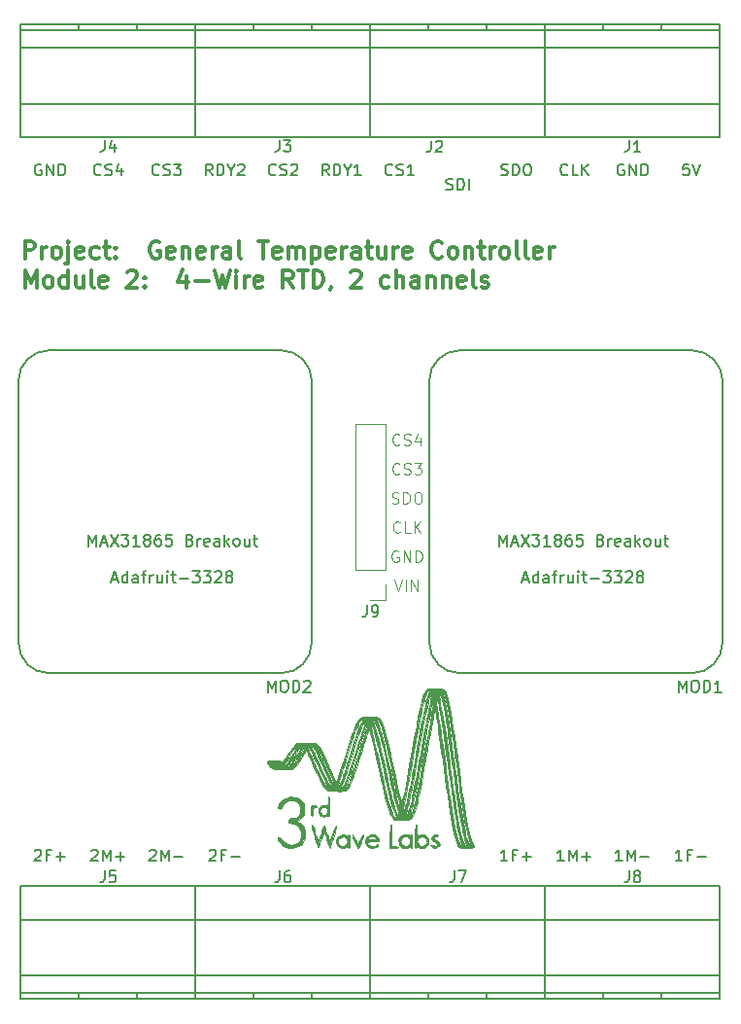
<source format=gto>
G04 #@! TF.FileFunction,Legend,Top*
%FSLAX46Y46*%
G04 Gerber Fmt 4.6, Leading zero omitted, Abs format (unit mm)*
G04 Created by KiCad (PCBNEW 4.0.6) date 06/12/17 11:19:09*
%MOMM*%
%LPD*%
G01*
G04 APERTURE LIST*
%ADD10C,0.100000*%
%ADD11C,0.300000*%
%ADD12C,0.150000*%
%ADD13C,0.152400*%
%ADD14C,0.120000*%
%ADD15C,0.010000*%
G04 APERTURE END LIST*
D10*
X113839762Y-100417381D02*
X114173095Y-101417381D01*
X114506429Y-100417381D01*
X114839762Y-101417381D02*
X114839762Y-100417381D01*
X115315952Y-101417381D02*
X115315952Y-100417381D01*
X115887381Y-101417381D01*
X115887381Y-100417381D01*
X114173096Y-97925000D02*
X114077858Y-97877381D01*
X113935001Y-97877381D01*
X113792143Y-97925000D01*
X113696905Y-98020238D01*
X113649286Y-98115476D01*
X113601667Y-98305952D01*
X113601667Y-98448810D01*
X113649286Y-98639286D01*
X113696905Y-98734524D01*
X113792143Y-98829762D01*
X113935001Y-98877381D01*
X114030239Y-98877381D01*
X114173096Y-98829762D01*
X114220715Y-98782143D01*
X114220715Y-98448810D01*
X114030239Y-98448810D01*
X114649286Y-98877381D02*
X114649286Y-97877381D01*
X115220715Y-98877381D01*
X115220715Y-97877381D01*
X115696905Y-98877381D02*
X115696905Y-97877381D01*
X115935000Y-97877381D01*
X116077858Y-97925000D01*
X116173096Y-98020238D01*
X116220715Y-98115476D01*
X116268334Y-98305952D01*
X116268334Y-98448810D01*
X116220715Y-98639286D01*
X116173096Y-98734524D01*
X116077858Y-98829762D01*
X115935000Y-98877381D01*
X115696905Y-98877381D01*
X114339762Y-96242143D02*
X114292143Y-96289762D01*
X114149286Y-96337381D01*
X114054048Y-96337381D01*
X113911190Y-96289762D01*
X113815952Y-96194524D01*
X113768333Y-96099286D01*
X113720714Y-95908810D01*
X113720714Y-95765952D01*
X113768333Y-95575476D01*
X113815952Y-95480238D01*
X113911190Y-95385000D01*
X114054048Y-95337381D01*
X114149286Y-95337381D01*
X114292143Y-95385000D01*
X114339762Y-95432619D01*
X115244524Y-96337381D02*
X114768333Y-96337381D01*
X114768333Y-95337381D01*
X115577857Y-96337381D02*
X115577857Y-95337381D01*
X116149286Y-96337381D02*
X115720714Y-95765952D01*
X116149286Y-95337381D02*
X115577857Y-95908810D01*
X113625476Y-93749762D02*
X113768333Y-93797381D01*
X114006429Y-93797381D01*
X114101667Y-93749762D01*
X114149286Y-93702143D01*
X114196905Y-93606905D01*
X114196905Y-93511667D01*
X114149286Y-93416429D01*
X114101667Y-93368810D01*
X114006429Y-93321190D01*
X113815952Y-93273571D01*
X113720714Y-93225952D01*
X113673095Y-93178333D01*
X113625476Y-93083095D01*
X113625476Y-92987857D01*
X113673095Y-92892619D01*
X113720714Y-92845000D01*
X113815952Y-92797381D01*
X114054048Y-92797381D01*
X114196905Y-92845000D01*
X114625476Y-93797381D02*
X114625476Y-92797381D01*
X114863571Y-92797381D01*
X115006429Y-92845000D01*
X115101667Y-92940238D01*
X115149286Y-93035476D01*
X115196905Y-93225952D01*
X115196905Y-93368810D01*
X115149286Y-93559286D01*
X115101667Y-93654524D01*
X115006429Y-93749762D01*
X114863571Y-93797381D01*
X114625476Y-93797381D01*
X115815952Y-92797381D02*
X116006429Y-92797381D01*
X116101667Y-92845000D01*
X116196905Y-92940238D01*
X116244524Y-93130714D01*
X116244524Y-93464048D01*
X116196905Y-93654524D01*
X116101667Y-93749762D01*
X116006429Y-93797381D01*
X115815952Y-93797381D01*
X115720714Y-93749762D01*
X115625476Y-93654524D01*
X115577857Y-93464048D01*
X115577857Y-93130714D01*
X115625476Y-92940238D01*
X115720714Y-92845000D01*
X115815952Y-92797381D01*
X114292143Y-91162143D02*
X114244524Y-91209762D01*
X114101667Y-91257381D01*
X114006429Y-91257381D01*
X113863571Y-91209762D01*
X113768333Y-91114524D01*
X113720714Y-91019286D01*
X113673095Y-90828810D01*
X113673095Y-90685952D01*
X113720714Y-90495476D01*
X113768333Y-90400238D01*
X113863571Y-90305000D01*
X114006429Y-90257381D01*
X114101667Y-90257381D01*
X114244524Y-90305000D01*
X114292143Y-90352619D01*
X114673095Y-91209762D02*
X114815952Y-91257381D01*
X115054048Y-91257381D01*
X115149286Y-91209762D01*
X115196905Y-91162143D01*
X115244524Y-91066905D01*
X115244524Y-90971667D01*
X115196905Y-90876429D01*
X115149286Y-90828810D01*
X115054048Y-90781190D01*
X114863571Y-90733571D01*
X114768333Y-90685952D01*
X114720714Y-90638333D01*
X114673095Y-90543095D01*
X114673095Y-90447857D01*
X114720714Y-90352619D01*
X114768333Y-90305000D01*
X114863571Y-90257381D01*
X115101667Y-90257381D01*
X115244524Y-90305000D01*
X115577857Y-90257381D02*
X116196905Y-90257381D01*
X115863571Y-90638333D01*
X116006429Y-90638333D01*
X116101667Y-90685952D01*
X116149286Y-90733571D01*
X116196905Y-90828810D01*
X116196905Y-91066905D01*
X116149286Y-91162143D01*
X116101667Y-91209762D01*
X116006429Y-91257381D01*
X115720714Y-91257381D01*
X115625476Y-91209762D01*
X115577857Y-91162143D01*
X114292143Y-88622143D02*
X114244524Y-88669762D01*
X114101667Y-88717381D01*
X114006429Y-88717381D01*
X113863571Y-88669762D01*
X113768333Y-88574524D01*
X113720714Y-88479286D01*
X113673095Y-88288810D01*
X113673095Y-88145952D01*
X113720714Y-87955476D01*
X113768333Y-87860238D01*
X113863571Y-87765000D01*
X114006429Y-87717381D01*
X114101667Y-87717381D01*
X114244524Y-87765000D01*
X114292143Y-87812619D01*
X114673095Y-88669762D02*
X114815952Y-88717381D01*
X115054048Y-88717381D01*
X115149286Y-88669762D01*
X115196905Y-88622143D01*
X115244524Y-88526905D01*
X115244524Y-88431667D01*
X115196905Y-88336429D01*
X115149286Y-88288810D01*
X115054048Y-88241190D01*
X114863571Y-88193571D01*
X114768333Y-88145952D01*
X114720714Y-88098333D01*
X114673095Y-88003095D01*
X114673095Y-87907857D01*
X114720714Y-87812619D01*
X114768333Y-87765000D01*
X114863571Y-87717381D01*
X115101667Y-87717381D01*
X115244524Y-87765000D01*
X116101667Y-88050714D02*
X116101667Y-88717381D01*
X115863571Y-87669762D02*
X115625476Y-88384048D01*
X116244524Y-88384048D01*
D11*
X81637143Y-72428571D02*
X81637143Y-70928571D01*
X82208571Y-70928571D01*
X82351429Y-71000000D01*
X82422857Y-71071429D01*
X82494286Y-71214286D01*
X82494286Y-71428571D01*
X82422857Y-71571429D01*
X82351429Y-71642857D01*
X82208571Y-71714286D01*
X81637143Y-71714286D01*
X83137143Y-72428571D02*
X83137143Y-71428571D01*
X83137143Y-71714286D02*
X83208571Y-71571429D01*
X83280000Y-71500000D01*
X83422857Y-71428571D01*
X83565714Y-71428571D01*
X84280000Y-72428571D02*
X84137142Y-72357143D01*
X84065714Y-72285714D01*
X83994285Y-72142857D01*
X83994285Y-71714286D01*
X84065714Y-71571429D01*
X84137142Y-71500000D01*
X84280000Y-71428571D01*
X84494285Y-71428571D01*
X84637142Y-71500000D01*
X84708571Y-71571429D01*
X84780000Y-71714286D01*
X84780000Y-72142857D01*
X84708571Y-72285714D01*
X84637142Y-72357143D01*
X84494285Y-72428571D01*
X84280000Y-72428571D01*
X85422857Y-71428571D02*
X85422857Y-72714286D01*
X85351428Y-72857143D01*
X85208571Y-72928571D01*
X85137143Y-72928571D01*
X85422857Y-70928571D02*
X85351428Y-71000000D01*
X85422857Y-71071429D01*
X85494285Y-71000000D01*
X85422857Y-70928571D01*
X85422857Y-71071429D01*
X86708571Y-72357143D02*
X86565714Y-72428571D01*
X86280000Y-72428571D01*
X86137143Y-72357143D01*
X86065714Y-72214286D01*
X86065714Y-71642857D01*
X86137143Y-71500000D01*
X86280000Y-71428571D01*
X86565714Y-71428571D01*
X86708571Y-71500000D01*
X86780000Y-71642857D01*
X86780000Y-71785714D01*
X86065714Y-71928571D01*
X88065714Y-72357143D02*
X87922857Y-72428571D01*
X87637143Y-72428571D01*
X87494285Y-72357143D01*
X87422857Y-72285714D01*
X87351428Y-72142857D01*
X87351428Y-71714286D01*
X87422857Y-71571429D01*
X87494285Y-71500000D01*
X87637143Y-71428571D01*
X87922857Y-71428571D01*
X88065714Y-71500000D01*
X88494285Y-71428571D02*
X89065714Y-71428571D01*
X88708571Y-70928571D02*
X88708571Y-72214286D01*
X88779999Y-72357143D01*
X88922857Y-72428571D01*
X89065714Y-72428571D01*
X89565714Y-72285714D02*
X89637142Y-72357143D01*
X89565714Y-72428571D01*
X89494285Y-72357143D01*
X89565714Y-72285714D01*
X89565714Y-72428571D01*
X89565714Y-71500000D02*
X89637142Y-71571429D01*
X89565714Y-71642857D01*
X89494285Y-71571429D01*
X89565714Y-71500000D01*
X89565714Y-71642857D01*
X93351428Y-71000000D02*
X93208571Y-70928571D01*
X92994285Y-70928571D01*
X92780000Y-71000000D01*
X92637142Y-71142857D01*
X92565714Y-71285714D01*
X92494285Y-71571429D01*
X92494285Y-71785714D01*
X92565714Y-72071429D01*
X92637142Y-72214286D01*
X92780000Y-72357143D01*
X92994285Y-72428571D01*
X93137142Y-72428571D01*
X93351428Y-72357143D01*
X93422857Y-72285714D01*
X93422857Y-71785714D01*
X93137142Y-71785714D01*
X94637142Y-72357143D02*
X94494285Y-72428571D01*
X94208571Y-72428571D01*
X94065714Y-72357143D01*
X93994285Y-72214286D01*
X93994285Y-71642857D01*
X94065714Y-71500000D01*
X94208571Y-71428571D01*
X94494285Y-71428571D01*
X94637142Y-71500000D01*
X94708571Y-71642857D01*
X94708571Y-71785714D01*
X93994285Y-71928571D01*
X95351428Y-71428571D02*
X95351428Y-72428571D01*
X95351428Y-71571429D02*
X95422856Y-71500000D01*
X95565714Y-71428571D01*
X95779999Y-71428571D01*
X95922856Y-71500000D01*
X95994285Y-71642857D01*
X95994285Y-72428571D01*
X97279999Y-72357143D02*
X97137142Y-72428571D01*
X96851428Y-72428571D01*
X96708571Y-72357143D01*
X96637142Y-72214286D01*
X96637142Y-71642857D01*
X96708571Y-71500000D01*
X96851428Y-71428571D01*
X97137142Y-71428571D01*
X97279999Y-71500000D01*
X97351428Y-71642857D01*
X97351428Y-71785714D01*
X96637142Y-71928571D01*
X97994285Y-72428571D02*
X97994285Y-71428571D01*
X97994285Y-71714286D02*
X98065713Y-71571429D01*
X98137142Y-71500000D01*
X98279999Y-71428571D01*
X98422856Y-71428571D01*
X99565713Y-72428571D02*
X99565713Y-71642857D01*
X99494284Y-71500000D01*
X99351427Y-71428571D01*
X99065713Y-71428571D01*
X98922856Y-71500000D01*
X99565713Y-72357143D02*
X99422856Y-72428571D01*
X99065713Y-72428571D01*
X98922856Y-72357143D01*
X98851427Y-72214286D01*
X98851427Y-72071429D01*
X98922856Y-71928571D01*
X99065713Y-71857143D01*
X99422856Y-71857143D01*
X99565713Y-71785714D01*
X100494285Y-72428571D02*
X100351427Y-72357143D01*
X100279999Y-72214286D01*
X100279999Y-70928571D01*
X101994284Y-70928571D02*
X102851427Y-70928571D01*
X102422856Y-72428571D02*
X102422856Y-70928571D01*
X103922855Y-72357143D02*
X103779998Y-72428571D01*
X103494284Y-72428571D01*
X103351427Y-72357143D01*
X103279998Y-72214286D01*
X103279998Y-71642857D01*
X103351427Y-71500000D01*
X103494284Y-71428571D01*
X103779998Y-71428571D01*
X103922855Y-71500000D01*
X103994284Y-71642857D01*
X103994284Y-71785714D01*
X103279998Y-71928571D01*
X104637141Y-72428571D02*
X104637141Y-71428571D01*
X104637141Y-71571429D02*
X104708569Y-71500000D01*
X104851427Y-71428571D01*
X105065712Y-71428571D01*
X105208569Y-71500000D01*
X105279998Y-71642857D01*
X105279998Y-72428571D01*
X105279998Y-71642857D02*
X105351427Y-71500000D01*
X105494284Y-71428571D01*
X105708569Y-71428571D01*
X105851427Y-71500000D01*
X105922855Y-71642857D01*
X105922855Y-72428571D01*
X106637141Y-71428571D02*
X106637141Y-72928571D01*
X106637141Y-71500000D02*
X106779998Y-71428571D01*
X107065712Y-71428571D01*
X107208569Y-71500000D01*
X107279998Y-71571429D01*
X107351427Y-71714286D01*
X107351427Y-72142857D01*
X107279998Y-72285714D01*
X107208569Y-72357143D01*
X107065712Y-72428571D01*
X106779998Y-72428571D01*
X106637141Y-72357143D01*
X108565712Y-72357143D02*
X108422855Y-72428571D01*
X108137141Y-72428571D01*
X107994284Y-72357143D01*
X107922855Y-72214286D01*
X107922855Y-71642857D01*
X107994284Y-71500000D01*
X108137141Y-71428571D01*
X108422855Y-71428571D01*
X108565712Y-71500000D01*
X108637141Y-71642857D01*
X108637141Y-71785714D01*
X107922855Y-71928571D01*
X109279998Y-72428571D02*
X109279998Y-71428571D01*
X109279998Y-71714286D02*
X109351426Y-71571429D01*
X109422855Y-71500000D01*
X109565712Y-71428571D01*
X109708569Y-71428571D01*
X110851426Y-72428571D02*
X110851426Y-71642857D01*
X110779997Y-71500000D01*
X110637140Y-71428571D01*
X110351426Y-71428571D01*
X110208569Y-71500000D01*
X110851426Y-72357143D02*
X110708569Y-72428571D01*
X110351426Y-72428571D01*
X110208569Y-72357143D01*
X110137140Y-72214286D01*
X110137140Y-72071429D01*
X110208569Y-71928571D01*
X110351426Y-71857143D01*
X110708569Y-71857143D01*
X110851426Y-71785714D01*
X111351426Y-71428571D02*
X111922855Y-71428571D01*
X111565712Y-70928571D02*
X111565712Y-72214286D01*
X111637140Y-72357143D01*
X111779998Y-72428571D01*
X111922855Y-72428571D01*
X113065712Y-71428571D02*
X113065712Y-72428571D01*
X112422855Y-71428571D02*
X112422855Y-72214286D01*
X112494283Y-72357143D01*
X112637141Y-72428571D01*
X112851426Y-72428571D01*
X112994283Y-72357143D01*
X113065712Y-72285714D01*
X113779998Y-72428571D02*
X113779998Y-71428571D01*
X113779998Y-71714286D02*
X113851426Y-71571429D01*
X113922855Y-71500000D01*
X114065712Y-71428571D01*
X114208569Y-71428571D01*
X115279997Y-72357143D02*
X115137140Y-72428571D01*
X114851426Y-72428571D01*
X114708569Y-72357143D01*
X114637140Y-72214286D01*
X114637140Y-71642857D01*
X114708569Y-71500000D01*
X114851426Y-71428571D01*
X115137140Y-71428571D01*
X115279997Y-71500000D01*
X115351426Y-71642857D01*
X115351426Y-71785714D01*
X114637140Y-71928571D01*
X117994283Y-72285714D02*
X117922854Y-72357143D01*
X117708568Y-72428571D01*
X117565711Y-72428571D01*
X117351426Y-72357143D01*
X117208568Y-72214286D01*
X117137140Y-72071429D01*
X117065711Y-71785714D01*
X117065711Y-71571429D01*
X117137140Y-71285714D01*
X117208568Y-71142857D01*
X117351426Y-71000000D01*
X117565711Y-70928571D01*
X117708568Y-70928571D01*
X117922854Y-71000000D01*
X117994283Y-71071429D01*
X118851426Y-72428571D02*
X118708568Y-72357143D01*
X118637140Y-72285714D01*
X118565711Y-72142857D01*
X118565711Y-71714286D01*
X118637140Y-71571429D01*
X118708568Y-71500000D01*
X118851426Y-71428571D01*
X119065711Y-71428571D01*
X119208568Y-71500000D01*
X119279997Y-71571429D01*
X119351426Y-71714286D01*
X119351426Y-72142857D01*
X119279997Y-72285714D01*
X119208568Y-72357143D01*
X119065711Y-72428571D01*
X118851426Y-72428571D01*
X119994283Y-71428571D02*
X119994283Y-72428571D01*
X119994283Y-71571429D02*
X120065711Y-71500000D01*
X120208569Y-71428571D01*
X120422854Y-71428571D01*
X120565711Y-71500000D01*
X120637140Y-71642857D01*
X120637140Y-72428571D01*
X121137140Y-71428571D02*
X121708569Y-71428571D01*
X121351426Y-70928571D02*
X121351426Y-72214286D01*
X121422854Y-72357143D01*
X121565712Y-72428571D01*
X121708569Y-72428571D01*
X122208569Y-72428571D02*
X122208569Y-71428571D01*
X122208569Y-71714286D02*
X122279997Y-71571429D01*
X122351426Y-71500000D01*
X122494283Y-71428571D01*
X122637140Y-71428571D01*
X123351426Y-72428571D02*
X123208568Y-72357143D01*
X123137140Y-72285714D01*
X123065711Y-72142857D01*
X123065711Y-71714286D01*
X123137140Y-71571429D01*
X123208568Y-71500000D01*
X123351426Y-71428571D01*
X123565711Y-71428571D01*
X123708568Y-71500000D01*
X123779997Y-71571429D01*
X123851426Y-71714286D01*
X123851426Y-72142857D01*
X123779997Y-72285714D01*
X123708568Y-72357143D01*
X123565711Y-72428571D01*
X123351426Y-72428571D01*
X124708569Y-72428571D02*
X124565711Y-72357143D01*
X124494283Y-72214286D01*
X124494283Y-70928571D01*
X125494283Y-72428571D02*
X125351425Y-72357143D01*
X125279997Y-72214286D01*
X125279997Y-70928571D01*
X126637139Y-72357143D02*
X126494282Y-72428571D01*
X126208568Y-72428571D01*
X126065711Y-72357143D01*
X125994282Y-72214286D01*
X125994282Y-71642857D01*
X126065711Y-71500000D01*
X126208568Y-71428571D01*
X126494282Y-71428571D01*
X126637139Y-71500000D01*
X126708568Y-71642857D01*
X126708568Y-71785714D01*
X125994282Y-71928571D01*
X127351425Y-72428571D02*
X127351425Y-71428571D01*
X127351425Y-71714286D02*
X127422853Y-71571429D01*
X127494282Y-71500000D01*
X127637139Y-71428571D01*
X127779996Y-71428571D01*
X81637143Y-74978571D02*
X81637143Y-73478571D01*
X82137143Y-74550000D01*
X82637143Y-73478571D01*
X82637143Y-74978571D01*
X83565715Y-74978571D02*
X83422857Y-74907143D01*
X83351429Y-74835714D01*
X83280000Y-74692857D01*
X83280000Y-74264286D01*
X83351429Y-74121429D01*
X83422857Y-74050000D01*
X83565715Y-73978571D01*
X83780000Y-73978571D01*
X83922857Y-74050000D01*
X83994286Y-74121429D01*
X84065715Y-74264286D01*
X84065715Y-74692857D01*
X83994286Y-74835714D01*
X83922857Y-74907143D01*
X83780000Y-74978571D01*
X83565715Y-74978571D01*
X85351429Y-74978571D02*
X85351429Y-73478571D01*
X85351429Y-74907143D02*
X85208572Y-74978571D01*
X84922858Y-74978571D01*
X84780000Y-74907143D01*
X84708572Y-74835714D01*
X84637143Y-74692857D01*
X84637143Y-74264286D01*
X84708572Y-74121429D01*
X84780000Y-74050000D01*
X84922858Y-73978571D01*
X85208572Y-73978571D01*
X85351429Y-74050000D01*
X86708572Y-73978571D02*
X86708572Y-74978571D01*
X86065715Y-73978571D02*
X86065715Y-74764286D01*
X86137143Y-74907143D01*
X86280001Y-74978571D01*
X86494286Y-74978571D01*
X86637143Y-74907143D01*
X86708572Y-74835714D01*
X87637144Y-74978571D02*
X87494286Y-74907143D01*
X87422858Y-74764286D01*
X87422858Y-73478571D01*
X88780000Y-74907143D02*
X88637143Y-74978571D01*
X88351429Y-74978571D01*
X88208572Y-74907143D01*
X88137143Y-74764286D01*
X88137143Y-74192857D01*
X88208572Y-74050000D01*
X88351429Y-73978571D01*
X88637143Y-73978571D01*
X88780000Y-74050000D01*
X88851429Y-74192857D01*
X88851429Y-74335714D01*
X88137143Y-74478571D01*
X90565714Y-73621429D02*
X90637143Y-73550000D01*
X90780000Y-73478571D01*
X91137143Y-73478571D01*
X91280000Y-73550000D01*
X91351429Y-73621429D01*
X91422857Y-73764286D01*
X91422857Y-73907143D01*
X91351429Y-74121429D01*
X90494286Y-74978571D01*
X91422857Y-74978571D01*
X92065714Y-74835714D02*
X92137142Y-74907143D01*
X92065714Y-74978571D01*
X91994285Y-74907143D01*
X92065714Y-74835714D01*
X92065714Y-74978571D01*
X92065714Y-74050000D02*
X92137142Y-74121429D01*
X92065714Y-74192857D01*
X91994285Y-74121429D01*
X92065714Y-74050000D01*
X92065714Y-74192857D01*
X95708571Y-73978571D02*
X95708571Y-74978571D01*
X95351428Y-73407143D02*
X94994285Y-74478571D01*
X95922857Y-74478571D01*
X96494285Y-74407143D02*
X97637142Y-74407143D01*
X98208571Y-73478571D02*
X98565714Y-74978571D01*
X98851428Y-73907143D01*
X99137142Y-74978571D01*
X99494285Y-73478571D01*
X100065714Y-74978571D02*
X100065714Y-73978571D01*
X100065714Y-73478571D02*
X99994285Y-73550000D01*
X100065714Y-73621429D01*
X100137142Y-73550000D01*
X100065714Y-73478571D01*
X100065714Y-73621429D01*
X100780000Y-74978571D02*
X100780000Y-73978571D01*
X100780000Y-74264286D02*
X100851428Y-74121429D01*
X100922857Y-74050000D01*
X101065714Y-73978571D01*
X101208571Y-73978571D01*
X102279999Y-74907143D02*
X102137142Y-74978571D01*
X101851428Y-74978571D01*
X101708571Y-74907143D01*
X101637142Y-74764286D01*
X101637142Y-74192857D01*
X101708571Y-74050000D01*
X101851428Y-73978571D01*
X102137142Y-73978571D01*
X102279999Y-74050000D01*
X102351428Y-74192857D01*
X102351428Y-74335714D01*
X101637142Y-74478571D01*
X104994285Y-74978571D02*
X104494285Y-74264286D01*
X104137142Y-74978571D02*
X104137142Y-73478571D01*
X104708570Y-73478571D01*
X104851428Y-73550000D01*
X104922856Y-73621429D01*
X104994285Y-73764286D01*
X104994285Y-73978571D01*
X104922856Y-74121429D01*
X104851428Y-74192857D01*
X104708570Y-74264286D01*
X104137142Y-74264286D01*
X105422856Y-73478571D02*
X106279999Y-73478571D01*
X105851428Y-74978571D02*
X105851428Y-73478571D01*
X106779999Y-74978571D02*
X106779999Y-73478571D01*
X107137142Y-73478571D01*
X107351427Y-73550000D01*
X107494285Y-73692857D01*
X107565713Y-73835714D01*
X107637142Y-74121429D01*
X107637142Y-74335714D01*
X107565713Y-74621429D01*
X107494285Y-74764286D01*
X107351427Y-74907143D01*
X107137142Y-74978571D01*
X106779999Y-74978571D01*
X108351427Y-74907143D02*
X108351427Y-74978571D01*
X108279999Y-75121429D01*
X108208570Y-75192857D01*
X110065713Y-73621429D02*
X110137142Y-73550000D01*
X110279999Y-73478571D01*
X110637142Y-73478571D01*
X110779999Y-73550000D01*
X110851428Y-73621429D01*
X110922856Y-73764286D01*
X110922856Y-73907143D01*
X110851428Y-74121429D01*
X109994285Y-74978571D01*
X110922856Y-74978571D01*
X113351427Y-74907143D02*
X113208570Y-74978571D01*
X112922856Y-74978571D01*
X112779998Y-74907143D01*
X112708570Y-74835714D01*
X112637141Y-74692857D01*
X112637141Y-74264286D01*
X112708570Y-74121429D01*
X112779998Y-74050000D01*
X112922856Y-73978571D01*
X113208570Y-73978571D01*
X113351427Y-74050000D01*
X113994284Y-74978571D02*
X113994284Y-73478571D01*
X114637141Y-74978571D02*
X114637141Y-74192857D01*
X114565712Y-74050000D01*
X114422855Y-73978571D01*
X114208570Y-73978571D01*
X114065712Y-74050000D01*
X113994284Y-74121429D01*
X115994284Y-74978571D02*
X115994284Y-74192857D01*
X115922855Y-74050000D01*
X115779998Y-73978571D01*
X115494284Y-73978571D01*
X115351427Y-74050000D01*
X115994284Y-74907143D02*
X115851427Y-74978571D01*
X115494284Y-74978571D01*
X115351427Y-74907143D01*
X115279998Y-74764286D01*
X115279998Y-74621429D01*
X115351427Y-74478571D01*
X115494284Y-74407143D01*
X115851427Y-74407143D01*
X115994284Y-74335714D01*
X116708570Y-73978571D02*
X116708570Y-74978571D01*
X116708570Y-74121429D02*
X116779998Y-74050000D01*
X116922856Y-73978571D01*
X117137141Y-73978571D01*
X117279998Y-74050000D01*
X117351427Y-74192857D01*
X117351427Y-74978571D01*
X118065713Y-73978571D02*
X118065713Y-74978571D01*
X118065713Y-74121429D02*
X118137141Y-74050000D01*
X118279999Y-73978571D01*
X118494284Y-73978571D01*
X118637141Y-74050000D01*
X118708570Y-74192857D01*
X118708570Y-74978571D01*
X119994284Y-74907143D02*
X119851427Y-74978571D01*
X119565713Y-74978571D01*
X119422856Y-74907143D01*
X119351427Y-74764286D01*
X119351427Y-74192857D01*
X119422856Y-74050000D01*
X119565713Y-73978571D01*
X119851427Y-73978571D01*
X119994284Y-74050000D01*
X120065713Y-74192857D01*
X120065713Y-74335714D01*
X119351427Y-74478571D01*
X120922856Y-74978571D02*
X120779998Y-74907143D01*
X120708570Y-74764286D01*
X120708570Y-73478571D01*
X121422855Y-74907143D02*
X121565712Y-74978571D01*
X121851427Y-74978571D01*
X121994284Y-74907143D01*
X122065712Y-74764286D01*
X122065712Y-74692857D01*
X121994284Y-74550000D01*
X121851427Y-74478571D01*
X121637141Y-74478571D01*
X121494284Y-74407143D01*
X121422855Y-74264286D01*
X121422855Y-74192857D01*
X121494284Y-74050000D01*
X121637141Y-73978571D01*
X121851427Y-73978571D01*
X121994284Y-74050000D01*
D12*
X123698096Y-124912381D02*
X123126667Y-124912381D01*
X123412381Y-124912381D02*
X123412381Y-123912381D01*
X123317143Y-124055238D01*
X123221905Y-124150476D01*
X123126667Y-124198095D01*
X124460001Y-124388571D02*
X124126667Y-124388571D01*
X124126667Y-124912381D02*
X124126667Y-123912381D01*
X124602858Y-123912381D01*
X124983810Y-124531429D02*
X125745715Y-124531429D01*
X125364763Y-124912381D02*
X125364763Y-124150476D01*
X128635239Y-124912381D02*
X128063810Y-124912381D01*
X128349524Y-124912381D02*
X128349524Y-123912381D01*
X128254286Y-124055238D01*
X128159048Y-124150476D01*
X128063810Y-124198095D01*
X129063810Y-124912381D02*
X129063810Y-123912381D01*
X129397144Y-124626667D01*
X129730477Y-123912381D01*
X129730477Y-124912381D01*
X130206667Y-124531429D02*
X130968572Y-124531429D01*
X130587620Y-124912381D02*
X130587620Y-124150476D01*
X133715239Y-124912381D02*
X133143810Y-124912381D01*
X133429524Y-124912381D02*
X133429524Y-123912381D01*
X133334286Y-124055238D01*
X133239048Y-124150476D01*
X133143810Y-124198095D01*
X134143810Y-124912381D02*
X134143810Y-123912381D01*
X134477144Y-124626667D01*
X134810477Y-123912381D01*
X134810477Y-124912381D01*
X135286667Y-124531429D02*
X136048572Y-124531429D01*
X138938096Y-124912381D02*
X138366667Y-124912381D01*
X138652381Y-124912381D02*
X138652381Y-123912381D01*
X138557143Y-124055238D01*
X138461905Y-124150476D01*
X138366667Y-124198095D01*
X139700001Y-124388571D02*
X139366667Y-124388571D01*
X139366667Y-124912381D02*
X139366667Y-123912381D01*
X139842858Y-123912381D01*
X140223810Y-124531429D02*
X140985715Y-124531429D01*
X97726667Y-124007619D02*
X97774286Y-123960000D01*
X97869524Y-123912381D01*
X98107620Y-123912381D01*
X98202858Y-123960000D01*
X98250477Y-124007619D01*
X98298096Y-124102857D01*
X98298096Y-124198095D01*
X98250477Y-124340952D01*
X97679048Y-124912381D01*
X98298096Y-124912381D01*
X99060001Y-124388571D02*
X98726667Y-124388571D01*
X98726667Y-124912381D02*
X98726667Y-123912381D01*
X99202858Y-123912381D01*
X99583810Y-124531429D02*
X100345715Y-124531429D01*
X92503810Y-124007619D02*
X92551429Y-123960000D01*
X92646667Y-123912381D01*
X92884763Y-123912381D01*
X92980001Y-123960000D01*
X93027620Y-124007619D01*
X93075239Y-124102857D01*
X93075239Y-124198095D01*
X93027620Y-124340952D01*
X92456191Y-124912381D01*
X93075239Y-124912381D01*
X93503810Y-124912381D02*
X93503810Y-123912381D01*
X93837144Y-124626667D01*
X94170477Y-123912381D01*
X94170477Y-124912381D01*
X94646667Y-124531429D02*
X95408572Y-124531429D01*
X87423810Y-124007619D02*
X87471429Y-123960000D01*
X87566667Y-123912381D01*
X87804763Y-123912381D01*
X87900001Y-123960000D01*
X87947620Y-124007619D01*
X87995239Y-124102857D01*
X87995239Y-124198095D01*
X87947620Y-124340952D01*
X87376191Y-124912381D01*
X87995239Y-124912381D01*
X88423810Y-124912381D02*
X88423810Y-123912381D01*
X88757144Y-124626667D01*
X89090477Y-123912381D01*
X89090477Y-124912381D01*
X89566667Y-124531429D02*
X90328572Y-124531429D01*
X89947620Y-124912381D02*
X89947620Y-124150476D01*
X82486667Y-124007619D02*
X82534286Y-123960000D01*
X82629524Y-123912381D01*
X82867620Y-123912381D01*
X82962858Y-123960000D01*
X83010477Y-124007619D01*
X83058096Y-124102857D01*
X83058096Y-124198095D01*
X83010477Y-124340952D01*
X82439048Y-124912381D01*
X83058096Y-124912381D01*
X83820001Y-124388571D02*
X83486667Y-124388571D01*
X83486667Y-124912381D02*
X83486667Y-123912381D01*
X83962858Y-123912381D01*
X84343810Y-124531429D02*
X85105715Y-124531429D01*
X84724763Y-124912381D02*
X84724763Y-124150476D01*
X83058096Y-64270000D02*
X82962858Y-64222381D01*
X82820001Y-64222381D01*
X82677143Y-64270000D01*
X82581905Y-64365238D01*
X82534286Y-64460476D01*
X82486667Y-64650952D01*
X82486667Y-64793810D01*
X82534286Y-64984286D01*
X82581905Y-65079524D01*
X82677143Y-65174762D01*
X82820001Y-65222381D01*
X82915239Y-65222381D01*
X83058096Y-65174762D01*
X83105715Y-65127143D01*
X83105715Y-64793810D01*
X82915239Y-64793810D01*
X83534286Y-65222381D02*
X83534286Y-64222381D01*
X84105715Y-65222381D01*
X84105715Y-64222381D01*
X84581905Y-65222381D02*
X84581905Y-64222381D01*
X84820000Y-64222381D01*
X84962858Y-64270000D01*
X85058096Y-64365238D01*
X85105715Y-64460476D01*
X85153334Y-64650952D01*
X85153334Y-64793810D01*
X85105715Y-64984286D01*
X85058096Y-65079524D01*
X84962858Y-65174762D01*
X84820000Y-65222381D01*
X84581905Y-65222381D01*
X88257143Y-65127143D02*
X88209524Y-65174762D01*
X88066667Y-65222381D01*
X87971429Y-65222381D01*
X87828571Y-65174762D01*
X87733333Y-65079524D01*
X87685714Y-64984286D01*
X87638095Y-64793810D01*
X87638095Y-64650952D01*
X87685714Y-64460476D01*
X87733333Y-64365238D01*
X87828571Y-64270000D01*
X87971429Y-64222381D01*
X88066667Y-64222381D01*
X88209524Y-64270000D01*
X88257143Y-64317619D01*
X88638095Y-65174762D02*
X88780952Y-65222381D01*
X89019048Y-65222381D01*
X89114286Y-65174762D01*
X89161905Y-65127143D01*
X89209524Y-65031905D01*
X89209524Y-64936667D01*
X89161905Y-64841429D01*
X89114286Y-64793810D01*
X89019048Y-64746190D01*
X88828571Y-64698571D01*
X88733333Y-64650952D01*
X88685714Y-64603333D01*
X88638095Y-64508095D01*
X88638095Y-64412857D01*
X88685714Y-64317619D01*
X88733333Y-64270000D01*
X88828571Y-64222381D01*
X89066667Y-64222381D01*
X89209524Y-64270000D01*
X90066667Y-64555714D02*
X90066667Y-65222381D01*
X89828571Y-64174762D02*
X89590476Y-64889048D01*
X90209524Y-64889048D01*
X93337143Y-65127143D02*
X93289524Y-65174762D01*
X93146667Y-65222381D01*
X93051429Y-65222381D01*
X92908571Y-65174762D01*
X92813333Y-65079524D01*
X92765714Y-64984286D01*
X92718095Y-64793810D01*
X92718095Y-64650952D01*
X92765714Y-64460476D01*
X92813333Y-64365238D01*
X92908571Y-64270000D01*
X93051429Y-64222381D01*
X93146667Y-64222381D01*
X93289524Y-64270000D01*
X93337143Y-64317619D01*
X93718095Y-65174762D02*
X93860952Y-65222381D01*
X94099048Y-65222381D01*
X94194286Y-65174762D01*
X94241905Y-65127143D01*
X94289524Y-65031905D01*
X94289524Y-64936667D01*
X94241905Y-64841429D01*
X94194286Y-64793810D01*
X94099048Y-64746190D01*
X93908571Y-64698571D01*
X93813333Y-64650952D01*
X93765714Y-64603333D01*
X93718095Y-64508095D01*
X93718095Y-64412857D01*
X93765714Y-64317619D01*
X93813333Y-64270000D01*
X93908571Y-64222381D01*
X94146667Y-64222381D01*
X94289524Y-64270000D01*
X94622857Y-64222381D02*
X95241905Y-64222381D01*
X94908571Y-64603333D01*
X95051429Y-64603333D01*
X95146667Y-64650952D01*
X95194286Y-64698571D01*
X95241905Y-64793810D01*
X95241905Y-65031905D01*
X95194286Y-65127143D01*
X95146667Y-65174762D01*
X95051429Y-65222381D01*
X94765714Y-65222381D01*
X94670476Y-65174762D01*
X94622857Y-65127143D01*
X97964762Y-65222381D02*
X97631428Y-64746190D01*
X97393333Y-65222381D02*
X97393333Y-64222381D01*
X97774286Y-64222381D01*
X97869524Y-64270000D01*
X97917143Y-64317619D01*
X97964762Y-64412857D01*
X97964762Y-64555714D01*
X97917143Y-64650952D01*
X97869524Y-64698571D01*
X97774286Y-64746190D01*
X97393333Y-64746190D01*
X98393333Y-65222381D02*
X98393333Y-64222381D01*
X98631428Y-64222381D01*
X98774286Y-64270000D01*
X98869524Y-64365238D01*
X98917143Y-64460476D01*
X98964762Y-64650952D01*
X98964762Y-64793810D01*
X98917143Y-64984286D01*
X98869524Y-65079524D01*
X98774286Y-65174762D01*
X98631428Y-65222381D01*
X98393333Y-65222381D01*
X99583809Y-64746190D02*
X99583809Y-65222381D01*
X99250476Y-64222381D02*
X99583809Y-64746190D01*
X99917143Y-64222381D01*
X100202857Y-64317619D02*
X100250476Y-64270000D01*
X100345714Y-64222381D01*
X100583810Y-64222381D01*
X100679048Y-64270000D01*
X100726667Y-64317619D01*
X100774286Y-64412857D01*
X100774286Y-64508095D01*
X100726667Y-64650952D01*
X100155238Y-65222381D01*
X100774286Y-65222381D01*
X113657143Y-65127143D02*
X113609524Y-65174762D01*
X113466667Y-65222381D01*
X113371429Y-65222381D01*
X113228571Y-65174762D01*
X113133333Y-65079524D01*
X113085714Y-64984286D01*
X113038095Y-64793810D01*
X113038095Y-64650952D01*
X113085714Y-64460476D01*
X113133333Y-64365238D01*
X113228571Y-64270000D01*
X113371429Y-64222381D01*
X113466667Y-64222381D01*
X113609524Y-64270000D01*
X113657143Y-64317619D01*
X114038095Y-65174762D02*
X114180952Y-65222381D01*
X114419048Y-65222381D01*
X114514286Y-65174762D01*
X114561905Y-65127143D01*
X114609524Y-65031905D01*
X114609524Y-64936667D01*
X114561905Y-64841429D01*
X114514286Y-64793810D01*
X114419048Y-64746190D01*
X114228571Y-64698571D01*
X114133333Y-64650952D01*
X114085714Y-64603333D01*
X114038095Y-64508095D01*
X114038095Y-64412857D01*
X114085714Y-64317619D01*
X114133333Y-64270000D01*
X114228571Y-64222381D01*
X114466667Y-64222381D01*
X114609524Y-64270000D01*
X115561905Y-65222381D02*
X114990476Y-65222381D01*
X115276190Y-65222381D02*
X115276190Y-64222381D01*
X115180952Y-64365238D01*
X115085714Y-64460476D01*
X114990476Y-64508095D01*
X108124762Y-65222381D02*
X107791428Y-64746190D01*
X107553333Y-65222381D02*
X107553333Y-64222381D01*
X107934286Y-64222381D01*
X108029524Y-64270000D01*
X108077143Y-64317619D01*
X108124762Y-64412857D01*
X108124762Y-64555714D01*
X108077143Y-64650952D01*
X108029524Y-64698571D01*
X107934286Y-64746190D01*
X107553333Y-64746190D01*
X108553333Y-65222381D02*
X108553333Y-64222381D01*
X108791428Y-64222381D01*
X108934286Y-64270000D01*
X109029524Y-64365238D01*
X109077143Y-64460476D01*
X109124762Y-64650952D01*
X109124762Y-64793810D01*
X109077143Y-64984286D01*
X109029524Y-65079524D01*
X108934286Y-65174762D01*
X108791428Y-65222381D01*
X108553333Y-65222381D01*
X109743809Y-64746190D02*
X109743809Y-65222381D01*
X109410476Y-64222381D02*
X109743809Y-64746190D01*
X110077143Y-64222381D01*
X110934286Y-65222381D02*
X110362857Y-65222381D01*
X110648571Y-65222381D02*
X110648571Y-64222381D01*
X110553333Y-64365238D01*
X110458095Y-64460476D01*
X110362857Y-64508095D01*
X103497143Y-65127143D02*
X103449524Y-65174762D01*
X103306667Y-65222381D01*
X103211429Y-65222381D01*
X103068571Y-65174762D01*
X102973333Y-65079524D01*
X102925714Y-64984286D01*
X102878095Y-64793810D01*
X102878095Y-64650952D01*
X102925714Y-64460476D01*
X102973333Y-64365238D01*
X103068571Y-64270000D01*
X103211429Y-64222381D01*
X103306667Y-64222381D01*
X103449524Y-64270000D01*
X103497143Y-64317619D01*
X103878095Y-65174762D02*
X104020952Y-65222381D01*
X104259048Y-65222381D01*
X104354286Y-65174762D01*
X104401905Y-65127143D01*
X104449524Y-65031905D01*
X104449524Y-64936667D01*
X104401905Y-64841429D01*
X104354286Y-64793810D01*
X104259048Y-64746190D01*
X104068571Y-64698571D01*
X103973333Y-64650952D01*
X103925714Y-64603333D01*
X103878095Y-64508095D01*
X103878095Y-64412857D01*
X103925714Y-64317619D01*
X103973333Y-64270000D01*
X104068571Y-64222381D01*
X104306667Y-64222381D01*
X104449524Y-64270000D01*
X104830476Y-64317619D02*
X104878095Y-64270000D01*
X104973333Y-64222381D01*
X105211429Y-64222381D01*
X105306667Y-64270000D01*
X105354286Y-64317619D01*
X105401905Y-64412857D01*
X105401905Y-64508095D01*
X105354286Y-64650952D01*
X104782857Y-65222381D01*
X105401905Y-65222381D01*
X118356191Y-66444762D02*
X118499048Y-66492381D01*
X118737144Y-66492381D01*
X118832382Y-66444762D01*
X118880001Y-66397143D01*
X118927620Y-66301905D01*
X118927620Y-66206667D01*
X118880001Y-66111429D01*
X118832382Y-66063810D01*
X118737144Y-66016190D01*
X118546667Y-65968571D01*
X118451429Y-65920952D01*
X118403810Y-65873333D01*
X118356191Y-65778095D01*
X118356191Y-65682857D01*
X118403810Y-65587619D01*
X118451429Y-65540000D01*
X118546667Y-65492381D01*
X118784763Y-65492381D01*
X118927620Y-65540000D01*
X119356191Y-66492381D02*
X119356191Y-65492381D01*
X119594286Y-65492381D01*
X119737144Y-65540000D01*
X119832382Y-65635238D01*
X119880001Y-65730476D01*
X119927620Y-65920952D01*
X119927620Y-66063810D01*
X119880001Y-66254286D01*
X119832382Y-66349524D01*
X119737144Y-66444762D01*
X119594286Y-66492381D01*
X119356191Y-66492381D01*
X120356191Y-66492381D02*
X120356191Y-65492381D01*
X123150476Y-65174762D02*
X123293333Y-65222381D01*
X123531429Y-65222381D01*
X123626667Y-65174762D01*
X123674286Y-65127143D01*
X123721905Y-65031905D01*
X123721905Y-64936667D01*
X123674286Y-64841429D01*
X123626667Y-64793810D01*
X123531429Y-64746190D01*
X123340952Y-64698571D01*
X123245714Y-64650952D01*
X123198095Y-64603333D01*
X123150476Y-64508095D01*
X123150476Y-64412857D01*
X123198095Y-64317619D01*
X123245714Y-64270000D01*
X123340952Y-64222381D01*
X123579048Y-64222381D01*
X123721905Y-64270000D01*
X124150476Y-65222381D02*
X124150476Y-64222381D01*
X124388571Y-64222381D01*
X124531429Y-64270000D01*
X124626667Y-64365238D01*
X124674286Y-64460476D01*
X124721905Y-64650952D01*
X124721905Y-64793810D01*
X124674286Y-64984286D01*
X124626667Y-65079524D01*
X124531429Y-65174762D01*
X124388571Y-65222381D01*
X124150476Y-65222381D01*
X125340952Y-64222381D02*
X125531429Y-64222381D01*
X125626667Y-64270000D01*
X125721905Y-64365238D01*
X125769524Y-64555714D01*
X125769524Y-64889048D01*
X125721905Y-65079524D01*
X125626667Y-65174762D01*
X125531429Y-65222381D01*
X125340952Y-65222381D01*
X125245714Y-65174762D01*
X125150476Y-65079524D01*
X125102857Y-64889048D01*
X125102857Y-64555714D01*
X125150476Y-64365238D01*
X125245714Y-64270000D01*
X125340952Y-64222381D01*
X128944762Y-65127143D02*
X128897143Y-65174762D01*
X128754286Y-65222381D01*
X128659048Y-65222381D01*
X128516190Y-65174762D01*
X128420952Y-65079524D01*
X128373333Y-64984286D01*
X128325714Y-64793810D01*
X128325714Y-64650952D01*
X128373333Y-64460476D01*
X128420952Y-64365238D01*
X128516190Y-64270000D01*
X128659048Y-64222381D01*
X128754286Y-64222381D01*
X128897143Y-64270000D01*
X128944762Y-64317619D01*
X129849524Y-65222381D02*
X129373333Y-65222381D01*
X129373333Y-64222381D01*
X130182857Y-65222381D02*
X130182857Y-64222381D01*
X130754286Y-65222381D02*
X130325714Y-64650952D01*
X130754286Y-64222381D02*
X130182857Y-64793810D01*
X133858096Y-64270000D02*
X133762858Y-64222381D01*
X133620001Y-64222381D01*
X133477143Y-64270000D01*
X133381905Y-64365238D01*
X133334286Y-64460476D01*
X133286667Y-64650952D01*
X133286667Y-64793810D01*
X133334286Y-64984286D01*
X133381905Y-65079524D01*
X133477143Y-65174762D01*
X133620001Y-65222381D01*
X133715239Y-65222381D01*
X133858096Y-65174762D01*
X133905715Y-65127143D01*
X133905715Y-64793810D01*
X133715239Y-64793810D01*
X134334286Y-65222381D02*
X134334286Y-64222381D01*
X134905715Y-65222381D01*
X134905715Y-64222381D01*
X135381905Y-65222381D02*
X135381905Y-64222381D01*
X135620000Y-64222381D01*
X135762858Y-64270000D01*
X135858096Y-64365238D01*
X135905715Y-64460476D01*
X135953334Y-64650952D01*
X135953334Y-64793810D01*
X135905715Y-64984286D01*
X135858096Y-65079524D01*
X135762858Y-65174762D01*
X135620000Y-65222381D01*
X135381905Y-65222381D01*
X139509524Y-64222381D02*
X139033333Y-64222381D01*
X138985714Y-64698571D01*
X139033333Y-64650952D01*
X139128571Y-64603333D01*
X139366667Y-64603333D01*
X139461905Y-64650952D01*
X139509524Y-64698571D01*
X139557143Y-64793810D01*
X139557143Y-65031905D01*
X139509524Y-65127143D01*
X139461905Y-65174762D01*
X139366667Y-65222381D01*
X139128571Y-65222381D01*
X139033333Y-65174762D01*
X138985714Y-65127143D01*
X139842857Y-64222381D02*
X140176190Y-65222381D01*
X140509524Y-64222381D01*
X132080000Y-52600000D02*
X132080000Y-52100000D01*
X137160000Y-52600000D02*
X137160000Y-52100000D01*
X127000000Y-59000000D02*
X142240000Y-59000000D01*
X127000000Y-54100000D02*
X142240000Y-54100000D01*
X127000000Y-52600000D02*
X142240000Y-52600000D01*
X142240000Y-61900000D02*
X127000000Y-61900000D01*
X127000000Y-61900000D02*
X127000000Y-52100000D01*
X127000000Y-52100000D02*
X142240000Y-52100000D01*
X142240000Y-52100000D02*
X142240000Y-61900000D01*
X116840000Y-52600000D02*
X116840000Y-52100000D01*
X121920000Y-52600000D02*
X121920000Y-52100000D01*
X111760000Y-59000000D02*
X127000000Y-59000000D01*
X111760000Y-54100000D02*
X127000000Y-54100000D01*
X111760000Y-52600000D02*
X127000000Y-52600000D01*
X127000000Y-61900000D02*
X111760000Y-61900000D01*
X111760000Y-61900000D02*
X111760000Y-52100000D01*
X111760000Y-52100000D02*
X127000000Y-52100000D01*
X127000000Y-52100000D02*
X127000000Y-61900000D01*
X101600000Y-52600000D02*
X101600000Y-52100000D01*
X106680000Y-52600000D02*
X106680000Y-52100000D01*
X96520000Y-59000000D02*
X111760000Y-59000000D01*
X96520000Y-54100000D02*
X111760000Y-54100000D01*
X96520000Y-52600000D02*
X111760000Y-52600000D01*
X111760000Y-61900000D02*
X96520000Y-61900000D01*
X96520000Y-61900000D02*
X96520000Y-52100000D01*
X96520000Y-52100000D02*
X111760000Y-52100000D01*
X111760000Y-52100000D02*
X111760000Y-61900000D01*
X86360000Y-52600000D02*
X86360000Y-52100000D01*
X91440000Y-52600000D02*
X91440000Y-52100000D01*
X81280000Y-59000000D02*
X96520000Y-59000000D01*
X81280000Y-54100000D02*
X96520000Y-54100000D01*
X81280000Y-52600000D02*
X96520000Y-52600000D01*
X96520000Y-61900000D02*
X81280000Y-61900000D01*
X81280000Y-61900000D02*
X81280000Y-52100000D01*
X81280000Y-52100000D02*
X96520000Y-52100000D01*
X96520000Y-52100000D02*
X96520000Y-61900000D01*
X91440000Y-136400000D02*
X91440000Y-136900000D01*
X86360000Y-136400000D02*
X86360000Y-136900000D01*
X96520000Y-130000000D02*
X81280000Y-130000000D01*
X96520000Y-134900000D02*
X81280000Y-134900000D01*
X96520000Y-136400000D02*
X81280000Y-136400000D01*
X81280000Y-127100000D02*
X96520000Y-127100000D01*
X96520000Y-127100000D02*
X96520000Y-136900000D01*
X96520000Y-136900000D02*
X81280000Y-136900000D01*
X81280000Y-136900000D02*
X81280000Y-127100000D01*
X106680000Y-136400000D02*
X106680000Y-136900000D01*
X101600000Y-136400000D02*
X101600000Y-136900000D01*
X111760000Y-130000000D02*
X96520000Y-130000000D01*
X111760000Y-134900000D02*
X96520000Y-134900000D01*
X111760000Y-136400000D02*
X96520000Y-136400000D01*
X96520000Y-127100000D02*
X111760000Y-127100000D01*
X111760000Y-127100000D02*
X111760000Y-136900000D01*
X111760000Y-136900000D02*
X96520000Y-136900000D01*
X96520000Y-136900000D02*
X96520000Y-127100000D01*
X121920000Y-136400000D02*
X121920000Y-136900000D01*
X116840000Y-136400000D02*
X116840000Y-136900000D01*
X127000000Y-130000000D02*
X111760000Y-130000000D01*
X127000000Y-134900000D02*
X111760000Y-134900000D01*
X127000000Y-136400000D02*
X111760000Y-136400000D01*
X111760000Y-127100000D02*
X127000000Y-127100000D01*
X127000000Y-127100000D02*
X127000000Y-136900000D01*
X127000000Y-136900000D02*
X111760000Y-136900000D01*
X111760000Y-136900000D02*
X111760000Y-127100000D01*
X137160000Y-136400000D02*
X137160000Y-136900000D01*
X132080000Y-136400000D02*
X132080000Y-136900000D01*
X142240000Y-130000000D02*
X127000000Y-130000000D01*
X142240000Y-134900000D02*
X127000000Y-134900000D01*
X142240000Y-136400000D02*
X127000000Y-136400000D01*
X127000000Y-127100000D02*
X142240000Y-127100000D01*
X142240000Y-127100000D02*
X142240000Y-136900000D01*
X142240000Y-136900000D02*
X127000000Y-136900000D01*
X127000000Y-136900000D02*
X127000000Y-127100000D01*
D13*
X116890800Y-105930000D02*
G75*
G03X119507000Y-108546200I2616200J0D01*
G01*
X139827000Y-108546200D02*
G75*
G03X142443200Y-105930000I0J2616200D01*
G01*
X142443200Y-83070000D02*
G75*
G03X139827000Y-80453800I-2616200J0D01*
G01*
X119507000Y-80453800D02*
G75*
G03X116890800Y-83070000I0J-2616200D01*
G01*
X116890800Y-83070000D02*
X116890800Y-105930000D01*
X142443200Y-105930000D02*
X142443200Y-83070000D01*
X139827000Y-108546200D02*
X119507000Y-108546200D01*
X139827000Y-80453800D02*
X119507000Y-80453800D01*
X81076800Y-105930000D02*
G75*
G03X83693000Y-108546200I2616200J0D01*
G01*
X104013000Y-108546200D02*
G75*
G03X106629200Y-105930000I0J2616200D01*
G01*
X106629200Y-83070000D02*
G75*
G03X104013000Y-80453800I-2616200J0D01*
G01*
X83693000Y-80453800D02*
G75*
G03X81076800Y-83070000I0J-2616200D01*
G01*
X81076800Y-83070000D02*
X81076800Y-105930000D01*
X106629200Y-105930000D02*
X106629200Y-83070000D01*
X104013000Y-108546200D02*
X83693000Y-108546200D01*
X104013000Y-80453800D02*
X83693000Y-80453800D01*
D14*
X113090000Y-99580000D02*
X113090000Y-86820000D01*
X113090000Y-86820000D02*
X110430000Y-86820000D01*
X110430000Y-86820000D02*
X110430000Y-99580000D01*
X110430000Y-99580000D02*
X113090000Y-99580000D01*
X113090000Y-100850000D02*
X113090000Y-102180000D01*
X113090000Y-102180000D02*
X111760000Y-102180000D01*
D15*
G36*
X110231066Y-122635247D02*
X110302694Y-122737001D01*
X110389491Y-122889144D01*
X110482984Y-123077703D01*
X110510087Y-123137083D01*
X110572756Y-123269182D01*
X110624403Y-123363894D01*
X110654110Y-123401250D01*
X110654531Y-123401276D01*
X110682238Y-123365208D01*
X110735095Y-123268746D01*
X110804075Y-123128954D01*
X110844464Y-123042299D01*
X110948387Y-122827427D01*
X111030629Y-122687369D01*
X111095585Y-122616386D01*
X111147652Y-122608741D01*
X111166126Y-122622410D01*
X111160645Y-122669651D01*
X111125895Y-122776634D01*
X111069019Y-122926663D01*
X110997157Y-123103041D01*
X110917451Y-123289072D01*
X110837042Y-123468059D01*
X110763072Y-123623306D01*
X110702681Y-123738118D01*
X110665083Y-123793849D01*
X110636656Y-123770188D01*
X110582502Y-123681188D01*
X110509490Y-123539653D01*
X110424485Y-123358385D01*
X110390593Y-123282038D01*
X110280554Y-123024756D01*
X110205957Y-122835557D01*
X110164470Y-122706750D01*
X110153759Y-122630645D01*
X110171493Y-122599552D01*
X110183083Y-122597857D01*
X110231066Y-122635247D01*
X110231066Y-122635247D01*
G37*
X110231066Y-122635247D02*
X110302694Y-122737001D01*
X110389491Y-122889144D01*
X110482984Y-123077703D01*
X110510087Y-123137083D01*
X110572756Y-123269182D01*
X110624403Y-123363894D01*
X110654110Y-123401250D01*
X110654531Y-123401276D01*
X110682238Y-123365208D01*
X110735095Y-123268746D01*
X110804075Y-123128954D01*
X110844464Y-123042299D01*
X110948387Y-122827427D01*
X111030629Y-122687369D01*
X111095585Y-122616386D01*
X111147652Y-122608741D01*
X111166126Y-122622410D01*
X111160645Y-122669651D01*
X111125895Y-122776634D01*
X111069019Y-122926663D01*
X110997157Y-123103041D01*
X110917451Y-123289072D01*
X110837042Y-123468059D01*
X110763072Y-123623306D01*
X110702681Y-123738118D01*
X110665083Y-123793849D01*
X110636656Y-123770188D01*
X110582502Y-123681188D01*
X110509490Y-123539653D01*
X110424485Y-123358385D01*
X110390593Y-123282038D01*
X110280554Y-123024756D01*
X110205957Y-122835557D01*
X110164470Y-122706750D01*
X110153759Y-122630645D01*
X110171493Y-122599552D01*
X110183083Y-122597857D01*
X110231066Y-122635247D01*
G36*
X105120401Y-119337907D02*
X105372680Y-119404373D01*
X105585869Y-119524986D01*
X105708349Y-119631984D01*
X105854621Y-119808586D01*
X105947315Y-120001348D01*
X105992756Y-120230211D01*
X105997268Y-120515117D01*
X105996130Y-120539372D01*
X105977295Y-120739784D01*
X105935275Y-120892183D01*
X105856610Y-121020159D01*
X105727837Y-121147304D01*
X105584591Y-121260593D01*
X105363926Y-121426687D01*
X105555363Y-121545840D01*
X105691464Y-121649461D01*
X105813287Y-121773050D01*
X105851925Y-121824246D01*
X105950843Y-122020076D01*
X106025725Y-122256429D01*
X106068013Y-122497789D01*
X106069146Y-122708640D01*
X106067716Y-122719558D01*
X106009910Y-122949196D01*
X105908724Y-123179701D01*
X105780221Y-123379030D01*
X105686939Y-123479098D01*
X105465670Y-123623788D01*
X105195636Y-123724212D01*
X104902992Y-123775546D01*
X104613894Y-123772965D01*
X104378231Y-123720514D01*
X104128897Y-123587923D01*
X103907803Y-123381451D01*
X103769583Y-123188402D01*
X103680283Y-123030813D01*
X103641078Y-122929741D01*
X103651108Y-122874086D01*
X103709512Y-122852751D01*
X103743435Y-122851333D01*
X103823412Y-122872202D01*
X103924371Y-122940778D01*
X104058517Y-123066015D01*
X104113852Y-123123092D01*
X104281944Y-123286068D01*
X104420743Y-123388350D01*
X104542167Y-123440356D01*
X104833784Y-123482197D01*
X105102936Y-123447720D01*
X105340599Y-123338652D01*
X105429448Y-123270496D01*
X105605519Y-123066503D01*
X105710008Y-122837648D01*
X105747066Y-122596913D01*
X105720850Y-122357281D01*
X105635512Y-122131736D01*
X105495208Y-121933259D01*
X105304091Y-121774834D01*
X105066315Y-121669443D01*
X104906940Y-121637527D01*
X104725561Y-121601329D01*
X104619795Y-121541304D01*
X104582516Y-121451578D01*
X104590980Y-121377188D01*
X104615073Y-121300430D01*
X104654041Y-121249716D01*
X104726131Y-121215494D01*
X104849587Y-121188210D01*
X104995762Y-121165229D01*
X105250760Y-121110478D01*
X105433010Y-121026292D01*
X105552427Y-120901565D01*
X105618921Y-120725190D01*
X105642405Y-120486060D01*
X105642833Y-120440195D01*
X105624433Y-120183808D01*
X105564217Y-119989162D01*
X105454659Y-119840585D01*
X105301807Y-119729969D01*
X105123847Y-119664910D01*
X104903598Y-119635013D01*
X104676461Y-119641779D01*
X104477833Y-119686706D01*
X104458765Y-119694243D01*
X104352204Y-119763094D01*
X104238588Y-119872842D01*
X104138204Y-119998948D01*
X104071337Y-120116874D01*
X104055333Y-120182218D01*
X104018652Y-120284795D01*
X103917605Y-120343664D01*
X103833871Y-120353666D01*
X103732813Y-120333188D01*
X103690121Y-120266490D01*
X103703355Y-120145672D01*
X103737672Y-120042480D01*
X103882308Y-119775492D01*
X104086456Y-119564097D01*
X104340821Y-119414549D01*
X104636109Y-119333102D01*
X104811873Y-119319608D01*
X105120401Y-119337907D01*
X105120401Y-119337907D01*
G37*
X105120401Y-119337907D02*
X105372680Y-119404373D01*
X105585869Y-119524986D01*
X105708349Y-119631984D01*
X105854621Y-119808586D01*
X105947315Y-120001348D01*
X105992756Y-120230211D01*
X105997268Y-120515117D01*
X105996130Y-120539372D01*
X105977295Y-120739784D01*
X105935275Y-120892183D01*
X105856610Y-121020159D01*
X105727837Y-121147304D01*
X105584591Y-121260593D01*
X105363926Y-121426687D01*
X105555363Y-121545840D01*
X105691464Y-121649461D01*
X105813287Y-121773050D01*
X105851925Y-121824246D01*
X105950843Y-122020076D01*
X106025725Y-122256429D01*
X106068013Y-122497789D01*
X106069146Y-122708640D01*
X106067716Y-122719558D01*
X106009910Y-122949196D01*
X105908724Y-123179701D01*
X105780221Y-123379030D01*
X105686939Y-123479098D01*
X105465670Y-123623788D01*
X105195636Y-123724212D01*
X104902992Y-123775546D01*
X104613894Y-123772965D01*
X104378231Y-123720514D01*
X104128897Y-123587923D01*
X103907803Y-123381451D01*
X103769583Y-123188402D01*
X103680283Y-123030813D01*
X103641078Y-122929741D01*
X103651108Y-122874086D01*
X103709512Y-122852751D01*
X103743435Y-122851333D01*
X103823412Y-122872202D01*
X103924371Y-122940778D01*
X104058517Y-123066015D01*
X104113852Y-123123092D01*
X104281944Y-123286068D01*
X104420743Y-123388350D01*
X104542167Y-123440356D01*
X104833784Y-123482197D01*
X105102936Y-123447720D01*
X105340599Y-123338652D01*
X105429448Y-123270496D01*
X105605519Y-123066503D01*
X105710008Y-122837648D01*
X105747066Y-122596913D01*
X105720850Y-122357281D01*
X105635512Y-122131736D01*
X105495208Y-121933259D01*
X105304091Y-121774834D01*
X105066315Y-121669443D01*
X104906940Y-121637527D01*
X104725561Y-121601329D01*
X104619795Y-121541304D01*
X104582516Y-121451578D01*
X104590980Y-121377188D01*
X104615073Y-121300430D01*
X104654041Y-121249716D01*
X104726131Y-121215494D01*
X104849587Y-121188210D01*
X104995762Y-121165229D01*
X105250760Y-121110478D01*
X105433010Y-121026292D01*
X105552427Y-120901565D01*
X105618921Y-120725190D01*
X105642405Y-120486060D01*
X105642833Y-120440195D01*
X105624433Y-120183808D01*
X105564217Y-119989162D01*
X105454659Y-119840585D01*
X105301807Y-119729969D01*
X105123847Y-119664910D01*
X104903598Y-119635013D01*
X104676461Y-119641779D01*
X104477833Y-119686706D01*
X104458765Y-119694243D01*
X104352204Y-119763094D01*
X104238588Y-119872842D01*
X104138204Y-119998948D01*
X104071337Y-120116874D01*
X104055333Y-120182218D01*
X104018652Y-120284795D01*
X103917605Y-120343664D01*
X103833871Y-120353666D01*
X103732813Y-120333188D01*
X103690121Y-120266490D01*
X103703355Y-120145672D01*
X103737672Y-120042480D01*
X103882308Y-119775492D01*
X104086456Y-119564097D01*
X104340821Y-119414549D01*
X104636109Y-119333102D01*
X104811873Y-119319608D01*
X105120401Y-119337907D01*
G36*
X106676246Y-121783450D02*
X106720858Y-121863711D01*
X106778223Y-122002004D01*
X106852221Y-122206468D01*
X106931304Y-122438995D01*
X107007066Y-122662352D01*
X107076114Y-122859952D01*
X107132990Y-123016621D01*
X107172235Y-123117188D01*
X107185113Y-123144393D01*
X107209683Y-123138582D01*
X107250024Y-123064325D01*
X107307649Y-122917921D01*
X107384067Y-122695668D01*
X107444337Y-122509393D01*
X107517667Y-122280804D01*
X107582788Y-122081481D01*
X107635183Y-121924956D01*
X107670335Y-121824764D01*
X107683039Y-121794225D01*
X107701250Y-121789999D01*
X107725109Y-121820636D01*
X107757936Y-121894945D01*
X107803049Y-122021730D01*
X107863766Y-122209798D01*
X107943407Y-122467954D01*
X107970287Y-122556430D01*
X108039698Y-122778057D01*
X108102687Y-122965416D01*
X108154701Y-123106036D01*
X108191190Y-123187446D01*
X108205867Y-123201909D01*
X108230023Y-123150785D01*
X108273719Y-123035979D01*
X108330766Y-122874471D01*
X108394973Y-122683243D01*
X108395380Y-122682000D01*
X108497265Y-122382370D01*
X108587602Y-122138969D01*
X108664052Y-121956936D01*
X108724276Y-121841411D01*
X108765933Y-121797536D01*
X108785747Y-121824281D01*
X108777657Y-121886571D01*
X108747677Y-122014862D01*
X108700158Y-122194657D01*
X108639450Y-122411458D01*
X108569904Y-122650770D01*
X108495870Y-122898094D01*
X108421700Y-123138934D01*
X108351743Y-123358794D01*
X108290351Y-123543175D01*
X108241875Y-123677582D01*
X108210665Y-123747517D01*
X108207157Y-123752203D01*
X108185554Y-123724541D01*
X108144272Y-123627682D01*
X108087709Y-123473599D01*
X108020263Y-123274266D01*
X107947239Y-123044594D01*
X107873536Y-122812121D01*
X107806717Y-122612834D01*
X107751119Y-122458759D01*
X107711080Y-122361925D01*
X107691055Y-122334224D01*
X107668346Y-122384961D01*
X107627998Y-122498990D01*
X107576124Y-122658337D01*
X107529636Y-122809000D01*
X107440308Y-123094751D01*
X107358773Y-123335195D01*
X107288382Y-123521558D01*
X107232484Y-123645062D01*
X107194431Y-123696934D01*
X107190177Y-123698000D01*
X107166229Y-123659436D01*
X107124166Y-123552886D01*
X107068102Y-123392058D01*
X107002154Y-123190660D01*
X106930435Y-122962402D01*
X106857062Y-122720993D01*
X106786149Y-122480142D01*
X106721813Y-122253557D01*
X106668167Y-122054948D01*
X106629327Y-121898023D01*
X106609409Y-121796492D01*
X106609758Y-121764463D01*
X106640506Y-121753081D01*
X106676246Y-121783450D01*
X106676246Y-121783450D01*
G37*
X106676246Y-121783450D02*
X106720858Y-121863711D01*
X106778223Y-122002004D01*
X106852221Y-122206468D01*
X106931304Y-122438995D01*
X107007066Y-122662352D01*
X107076114Y-122859952D01*
X107132990Y-123016621D01*
X107172235Y-123117188D01*
X107185113Y-123144393D01*
X107209683Y-123138582D01*
X107250024Y-123064325D01*
X107307649Y-122917921D01*
X107384067Y-122695668D01*
X107444337Y-122509393D01*
X107517667Y-122280804D01*
X107582788Y-122081481D01*
X107635183Y-121924956D01*
X107670335Y-121824764D01*
X107683039Y-121794225D01*
X107701250Y-121789999D01*
X107725109Y-121820636D01*
X107757936Y-121894945D01*
X107803049Y-122021730D01*
X107863766Y-122209798D01*
X107943407Y-122467954D01*
X107970287Y-122556430D01*
X108039698Y-122778057D01*
X108102687Y-122965416D01*
X108154701Y-123106036D01*
X108191190Y-123187446D01*
X108205867Y-123201909D01*
X108230023Y-123150785D01*
X108273719Y-123035979D01*
X108330766Y-122874471D01*
X108394973Y-122683243D01*
X108395380Y-122682000D01*
X108497265Y-122382370D01*
X108587602Y-122138969D01*
X108664052Y-121956936D01*
X108724276Y-121841411D01*
X108765933Y-121797536D01*
X108785747Y-121824281D01*
X108777657Y-121886571D01*
X108747677Y-122014862D01*
X108700158Y-122194657D01*
X108639450Y-122411458D01*
X108569904Y-122650770D01*
X108495870Y-122898094D01*
X108421700Y-123138934D01*
X108351743Y-123358794D01*
X108290351Y-123543175D01*
X108241875Y-123677582D01*
X108210665Y-123747517D01*
X108207157Y-123752203D01*
X108185554Y-123724541D01*
X108144272Y-123627682D01*
X108087709Y-123473599D01*
X108020263Y-123274266D01*
X107947239Y-123044594D01*
X107873536Y-122812121D01*
X107806717Y-122612834D01*
X107751119Y-122458759D01*
X107711080Y-122361925D01*
X107691055Y-122334224D01*
X107668346Y-122384961D01*
X107627998Y-122498990D01*
X107576124Y-122658337D01*
X107529636Y-122809000D01*
X107440308Y-123094751D01*
X107358773Y-123335195D01*
X107288382Y-123521558D01*
X107232484Y-123645062D01*
X107194431Y-123696934D01*
X107190177Y-123698000D01*
X107166229Y-123659436D01*
X107124166Y-123552886D01*
X107068102Y-123392058D01*
X107002154Y-123190660D01*
X106930435Y-122962402D01*
X106857062Y-122720993D01*
X106786149Y-122480142D01*
X106721813Y-122253557D01*
X106668167Y-122054948D01*
X106629327Y-121898023D01*
X106609409Y-121796492D01*
X106609758Y-121764463D01*
X106640506Y-121753081D01*
X106676246Y-121783450D01*
G36*
X109542186Y-122628437D02*
X109607263Y-122656342D01*
X109694832Y-122692106D01*
X109752496Y-122677950D01*
X109783118Y-122651072D01*
X109841135Y-122607316D01*
X109883540Y-122613962D01*
X109912450Y-122678297D01*
X109929982Y-122807608D01*
X109938253Y-123009182D01*
X109939667Y-123190000D01*
X109936456Y-123444533D01*
X109925415Y-123621879D01*
X109904426Y-123729326D01*
X109871372Y-123774159D01*
X109824137Y-123763666D01*
X109783118Y-123728927D01*
X109725553Y-123688814D01*
X109658176Y-123699222D01*
X109607263Y-123723657D01*
X109416283Y-123777208D01*
X109199891Y-123751116D01*
X109064057Y-123700396D01*
X108919434Y-123608514D01*
X108822524Y-123495329D01*
X108820641Y-123491762D01*
X108763762Y-123302885D01*
X108763530Y-123182923D01*
X108896082Y-123182923D01*
X108931585Y-123342186D01*
X109035925Y-123487587D01*
X109057027Y-123506355D01*
X109221635Y-123597083D01*
X109393828Y-123605993D01*
X109560442Y-123533044D01*
X109592728Y-123507964D01*
X109707872Y-123366682D01*
X109745544Y-123197737D01*
X109721490Y-123037821D01*
X109644354Y-122886315D01*
X109511815Y-122796709D01*
X109320395Y-122766675D01*
X109316414Y-122766666D01*
X109139584Y-122801668D01*
X109006384Y-122894692D01*
X108923116Y-123027767D01*
X108896082Y-123182923D01*
X108763530Y-123182923D01*
X108763354Y-123092695D01*
X108818228Y-122899784D01*
X108840085Y-122859369D01*
X108970349Y-122721068D01*
X109148059Y-122631909D01*
X109347306Y-122598747D01*
X109542186Y-122628437D01*
X109542186Y-122628437D01*
G37*
X109542186Y-122628437D02*
X109607263Y-122656342D01*
X109694832Y-122692106D01*
X109752496Y-122677950D01*
X109783118Y-122651072D01*
X109841135Y-122607316D01*
X109883540Y-122613962D01*
X109912450Y-122678297D01*
X109929982Y-122807608D01*
X109938253Y-123009182D01*
X109939667Y-123190000D01*
X109936456Y-123444533D01*
X109925415Y-123621879D01*
X109904426Y-123729326D01*
X109871372Y-123774159D01*
X109824137Y-123763666D01*
X109783118Y-123728927D01*
X109725553Y-123688814D01*
X109658176Y-123699222D01*
X109607263Y-123723657D01*
X109416283Y-123777208D01*
X109199891Y-123751116D01*
X109064057Y-123700396D01*
X108919434Y-123608514D01*
X108822524Y-123495329D01*
X108820641Y-123491762D01*
X108763762Y-123302885D01*
X108763530Y-123182923D01*
X108896082Y-123182923D01*
X108931585Y-123342186D01*
X109035925Y-123487587D01*
X109057027Y-123506355D01*
X109221635Y-123597083D01*
X109393828Y-123605993D01*
X109560442Y-123533044D01*
X109592728Y-123507964D01*
X109707872Y-123366682D01*
X109745544Y-123197737D01*
X109721490Y-123037821D01*
X109644354Y-122886315D01*
X109511815Y-122796709D01*
X109320395Y-122766675D01*
X109316414Y-122766666D01*
X109139584Y-122801668D01*
X109006384Y-122894692D01*
X108923116Y-123027767D01*
X108896082Y-123182923D01*
X108763530Y-123182923D01*
X108763354Y-123092695D01*
X108818228Y-122899784D01*
X108840085Y-122859369D01*
X108970349Y-122721068D01*
X109148059Y-122631909D01*
X109347306Y-122598747D01*
X109542186Y-122628437D01*
G36*
X112125023Y-122616072D02*
X112208042Y-122661618D01*
X112260961Y-122703740D01*
X112378598Y-122824173D01*
X112465444Y-122953693D01*
X112508402Y-123069430D01*
X112505225Y-123130320D01*
X112471642Y-123160281D01*
X112389907Y-123179025D01*
X112246859Y-123188460D01*
X112089412Y-123190578D01*
X111853300Y-123193750D01*
X111689393Y-123204563D01*
X111585346Y-123226179D01*
X111528817Y-123261759D01*
X111507461Y-123314466D01*
X111506000Y-123340031D01*
X111542870Y-123459727D01*
X111641421Y-123546553D01*
X111783563Y-123596010D01*
X111951205Y-123603602D01*
X112126259Y-123564832D01*
X112225026Y-123518774D01*
X112344140Y-123463207D01*
X112413263Y-123456936D01*
X112424005Y-123496614D01*
X112370046Y-123576583D01*
X112202512Y-123704691D01*
X111998511Y-123768451D01*
X111781777Y-123763050D01*
X111650576Y-123722493D01*
X111478494Y-123606634D01*
X111365823Y-123445718D01*
X111314804Y-123257141D01*
X111327678Y-123058297D01*
X111388551Y-122910587D01*
X111538890Y-122910587D01*
X111553523Y-122945825D01*
X111629540Y-122975826D01*
X111743659Y-122995757D01*
X111872596Y-123000785D01*
X111945208Y-122994939D01*
X112082681Y-122981952D01*
X112199208Y-122976995D01*
X112331500Y-122975657D01*
X112212723Y-122871162D01*
X112075978Y-122795773D01*
X111910372Y-122767337D01*
X111743852Y-122784218D01*
X111604368Y-122844781D01*
X111538890Y-122910587D01*
X111388551Y-122910587D01*
X111406687Y-122866581D01*
X111522290Y-122726992D01*
X111624619Y-122657568D01*
X111760285Y-122619185D01*
X111879021Y-122606107D01*
X112026767Y-122600487D01*
X112125023Y-122616072D01*
X112125023Y-122616072D01*
G37*
X112125023Y-122616072D02*
X112208042Y-122661618D01*
X112260961Y-122703740D01*
X112378598Y-122824173D01*
X112465444Y-122953693D01*
X112508402Y-123069430D01*
X112505225Y-123130320D01*
X112471642Y-123160281D01*
X112389907Y-123179025D01*
X112246859Y-123188460D01*
X112089412Y-123190578D01*
X111853300Y-123193750D01*
X111689393Y-123204563D01*
X111585346Y-123226179D01*
X111528817Y-123261759D01*
X111507461Y-123314466D01*
X111506000Y-123340031D01*
X111542870Y-123459727D01*
X111641421Y-123546553D01*
X111783563Y-123596010D01*
X111951205Y-123603602D01*
X112126259Y-123564832D01*
X112225026Y-123518774D01*
X112344140Y-123463207D01*
X112413263Y-123456936D01*
X112424005Y-123496614D01*
X112370046Y-123576583D01*
X112202512Y-123704691D01*
X111998511Y-123768451D01*
X111781777Y-123763050D01*
X111650576Y-123722493D01*
X111478494Y-123606634D01*
X111365823Y-123445718D01*
X111314804Y-123257141D01*
X111327678Y-123058297D01*
X111388551Y-122910587D01*
X111538890Y-122910587D01*
X111553523Y-122945825D01*
X111629540Y-122975826D01*
X111743659Y-122995757D01*
X111872596Y-123000785D01*
X111945208Y-122994939D01*
X112082681Y-122981952D01*
X112199208Y-122976995D01*
X112331500Y-122975657D01*
X112212723Y-122871162D01*
X112075978Y-122795773D01*
X111910372Y-122767337D01*
X111743852Y-122784218D01*
X111604368Y-122844781D01*
X111538890Y-122910587D01*
X111388551Y-122910587D01*
X111406687Y-122866581D01*
X111522290Y-122726992D01*
X111624619Y-122657568D01*
X111760285Y-122619185D01*
X111879021Y-122606107D01*
X112026767Y-122600487D01*
X112125023Y-122616072D01*
G36*
X113543154Y-121775018D02*
X113554146Y-121822321D01*
X113563849Y-121941593D01*
X113571752Y-122120141D01*
X113577347Y-122345271D01*
X113580122Y-122604290D01*
X113580333Y-122700576D01*
X113580333Y-123603157D01*
X113833442Y-123621465D01*
X114018530Y-123642869D01*
X114121452Y-123671546D01*
X114143944Y-123703401D01*
X114087741Y-123734336D01*
X113954578Y-123760256D01*
X113767984Y-123776031D01*
X113453333Y-123791920D01*
X113453333Y-122903585D01*
X113454898Y-122540028D01*
X113459926Y-122254815D01*
X113468915Y-122041676D01*
X113482365Y-121894338D01*
X113500774Y-121806532D01*
X113524643Y-121771987D01*
X113543154Y-121775018D01*
X113543154Y-121775018D01*
G37*
X113543154Y-121775018D02*
X113554146Y-121822321D01*
X113563849Y-121941593D01*
X113571752Y-122120141D01*
X113577347Y-122345271D01*
X113580122Y-122604290D01*
X113580333Y-122700576D01*
X113580333Y-123603157D01*
X113833442Y-123621465D01*
X114018530Y-123642869D01*
X114121452Y-123671546D01*
X114143944Y-123703401D01*
X114087741Y-123734336D01*
X113954578Y-123760256D01*
X113767984Y-123776031D01*
X113453333Y-123791920D01*
X113453333Y-122903585D01*
X113454898Y-122540028D01*
X113459926Y-122254815D01*
X113468915Y-122041676D01*
X113482365Y-121894338D01*
X113500774Y-121806532D01*
X113524643Y-121771987D01*
X113543154Y-121775018D01*
G36*
X115352420Y-122623501D02*
X115378141Y-122699726D01*
X115393304Y-122840199D01*
X115399927Y-123053005D01*
X115400667Y-123190000D01*
X115397717Y-123441254D01*
X115387380Y-123616234D01*
X115367419Y-123723178D01*
X115335599Y-123770321D01*
X115289686Y-123765899D01*
X115251530Y-123739528D01*
X115179661Y-123710539D01*
X115072684Y-123730430D01*
X115056567Y-123735883D01*
X114863028Y-123775726D01*
X114679320Y-123765990D01*
X114638667Y-123755062D01*
X114431374Y-123650418D01*
X114292643Y-123496362D01*
X114223501Y-123294288D01*
X114215333Y-123180680D01*
X114216936Y-123170967D01*
X114379067Y-123170967D01*
X114396912Y-123323249D01*
X114475007Y-123459947D01*
X114586814Y-123547344D01*
X114734791Y-123598424D01*
X114887271Y-123605646D01*
X115008928Y-123568057D01*
X115021609Y-123559070D01*
X115152694Y-123414677D01*
X115217156Y-123253854D01*
X115219417Y-123093008D01*
X115163898Y-122948543D01*
X115055024Y-122836864D01*
X114897215Y-122774376D01*
X114808000Y-122766666D01*
X114635938Y-122800952D01*
X114503689Y-122891786D01*
X114416362Y-123021135D01*
X114379067Y-123170967D01*
X114216936Y-123170967D01*
X114251319Y-122962737D01*
X114352762Y-122790667D01*
X114509896Y-122671495D01*
X114712952Y-122612244D01*
X114952160Y-122619938D01*
X114986245Y-122626395D01*
X115153534Y-122650101D01*
X115250888Y-122637986D01*
X115261229Y-122631453D01*
X115314122Y-122603439D01*
X115352420Y-122623501D01*
X115352420Y-122623501D01*
G37*
X115352420Y-122623501D02*
X115378141Y-122699726D01*
X115393304Y-122840199D01*
X115399927Y-123053005D01*
X115400667Y-123190000D01*
X115397717Y-123441254D01*
X115387380Y-123616234D01*
X115367419Y-123723178D01*
X115335599Y-123770321D01*
X115289686Y-123765899D01*
X115251530Y-123739528D01*
X115179661Y-123710539D01*
X115072684Y-123730430D01*
X115056567Y-123735883D01*
X114863028Y-123775726D01*
X114679320Y-123765990D01*
X114638667Y-123755062D01*
X114431374Y-123650418D01*
X114292643Y-123496362D01*
X114223501Y-123294288D01*
X114215333Y-123180680D01*
X114216936Y-123170967D01*
X114379067Y-123170967D01*
X114396912Y-123323249D01*
X114475007Y-123459947D01*
X114586814Y-123547344D01*
X114734791Y-123598424D01*
X114887271Y-123605646D01*
X115008928Y-123568057D01*
X115021609Y-123559070D01*
X115152694Y-123414677D01*
X115217156Y-123253854D01*
X115219417Y-123093008D01*
X115163898Y-122948543D01*
X115055024Y-122836864D01*
X114897215Y-122774376D01*
X114808000Y-122766666D01*
X114635938Y-122800952D01*
X114503689Y-122891786D01*
X114416362Y-123021135D01*
X114379067Y-123170967D01*
X114216936Y-123170967D01*
X114251319Y-122962737D01*
X114352762Y-122790667D01*
X114509896Y-122671495D01*
X114712952Y-122612244D01*
X114952160Y-122619938D01*
X114986245Y-122626395D01*
X115153534Y-122650101D01*
X115250888Y-122637986D01*
X115261229Y-122631453D01*
X115314122Y-122603439D01*
X115352420Y-122623501D01*
G36*
X115773340Y-121749345D02*
X115799768Y-121867744D01*
X115816928Y-122056577D01*
X115823891Y-122308891D01*
X115824000Y-122348625D01*
X115825702Y-122515138D01*
X115830256Y-122643814D01*
X115836836Y-122715630D01*
X115840328Y-122724333D01*
X115885189Y-122706805D01*
X115971750Y-122664296D01*
X115977911Y-122661094D01*
X116171249Y-122603361D01*
X116368146Y-122617202D01*
X116550439Y-122692929D01*
X116699962Y-122820860D01*
X116798549Y-122991308D01*
X116826046Y-123113280D01*
X116810763Y-123320224D01*
X116730707Y-123501069D01*
X116600613Y-123645023D01*
X116435218Y-123741299D01*
X116249258Y-123779106D01*
X116057469Y-123747656D01*
X115996374Y-123720738D01*
X115900801Y-123676847D01*
X115842264Y-123675476D01*
X115784696Y-123716437D01*
X115781186Y-123719601D01*
X115720759Y-123764053D01*
X115681543Y-123743339D01*
X115651596Y-123692262D01*
X115633187Y-123632459D01*
X115621248Y-123528160D01*
X115615534Y-123370251D01*
X115615802Y-123149616D01*
X115615865Y-123146512D01*
X115824000Y-123146512D01*
X115849909Y-123302078D01*
X115916429Y-123450113D01*
X116006749Y-123555414D01*
X116025082Y-123567608D01*
X116166169Y-123608904D01*
X116332340Y-123601552D01*
X116481999Y-123549078D01*
X116516271Y-123526003D01*
X116632357Y-123389907D01*
X116679069Y-123234127D01*
X116662933Y-123076497D01*
X116590478Y-122934849D01*
X116468228Y-122827017D01*
X116302711Y-122770834D01*
X116238368Y-122766666D01*
X116073140Y-122802216D01*
X115935748Y-122896329D01*
X115846709Y-123030199D01*
X115824000Y-123146512D01*
X115615865Y-123146512D01*
X115621808Y-122857140D01*
X115625634Y-122722262D01*
X115636389Y-122396783D01*
X115647353Y-122146799D01*
X115659549Y-121963141D01*
X115673998Y-121836641D01*
X115691720Y-121758130D01*
X115713737Y-121718441D01*
X115738571Y-121708333D01*
X115773340Y-121749345D01*
X115773340Y-121749345D01*
G37*
X115773340Y-121749345D02*
X115799768Y-121867744D01*
X115816928Y-122056577D01*
X115823891Y-122308891D01*
X115824000Y-122348625D01*
X115825702Y-122515138D01*
X115830256Y-122643814D01*
X115836836Y-122715630D01*
X115840328Y-122724333D01*
X115885189Y-122706805D01*
X115971750Y-122664296D01*
X115977911Y-122661094D01*
X116171249Y-122603361D01*
X116368146Y-122617202D01*
X116550439Y-122692929D01*
X116699962Y-122820860D01*
X116798549Y-122991308D01*
X116826046Y-123113280D01*
X116810763Y-123320224D01*
X116730707Y-123501069D01*
X116600613Y-123645023D01*
X116435218Y-123741299D01*
X116249258Y-123779106D01*
X116057469Y-123747656D01*
X115996374Y-123720738D01*
X115900801Y-123676847D01*
X115842264Y-123675476D01*
X115784696Y-123716437D01*
X115781186Y-123719601D01*
X115720759Y-123764053D01*
X115681543Y-123743339D01*
X115651596Y-123692262D01*
X115633187Y-123632459D01*
X115621248Y-123528160D01*
X115615534Y-123370251D01*
X115615802Y-123149616D01*
X115615865Y-123146512D01*
X115824000Y-123146512D01*
X115849909Y-123302078D01*
X115916429Y-123450113D01*
X116006749Y-123555414D01*
X116025082Y-123567608D01*
X116166169Y-123608904D01*
X116332340Y-123601552D01*
X116481999Y-123549078D01*
X116516271Y-123526003D01*
X116632357Y-123389907D01*
X116679069Y-123234127D01*
X116662933Y-123076497D01*
X116590478Y-122934849D01*
X116468228Y-122827017D01*
X116302711Y-122770834D01*
X116238368Y-122766666D01*
X116073140Y-122802216D01*
X115935748Y-122896329D01*
X115846709Y-123030199D01*
X115824000Y-123146512D01*
X115615865Y-123146512D01*
X115621808Y-122857140D01*
X115625634Y-122722262D01*
X115636389Y-122396783D01*
X115647353Y-122146799D01*
X115659549Y-121963141D01*
X115673998Y-121836641D01*
X115691720Y-121758130D01*
X115713737Y-121718441D01*
X115738571Y-121708333D01*
X115773340Y-121749345D01*
G36*
X117521293Y-122628847D02*
X117631166Y-122668995D01*
X117657126Y-122708939D01*
X117599895Y-122746142D01*
X117479737Y-122774868D01*
X117362836Y-122798340D01*
X117286191Y-122820281D01*
X117273424Y-122827131D01*
X117266546Y-122886914D01*
X117331029Y-122971360D01*
X117460071Y-123072584D01*
X117516467Y-123108822D01*
X117678436Y-123221482D01*
X117768011Y-123320337D01*
X117793386Y-123417545D01*
X117776198Y-123494144D01*
X117685322Y-123629077D01*
X117545316Y-123726574D01*
X117383811Y-123773673D01*
X117228440Y-123757413D01*
X117221000Y-123754574D01*
X117117527Y-123692913D01*
X117037632Y-123611084D01*
X117009333Y-123543272D01*
X117040048Y-123494305D01*
X117120014Y-123495650D01*
X117230967Y-123546535D01*
X117241208Y-123553098D01*
X117369935Y-123602222D01*
X117490920Y-123589898D01*
X117572664Y-123523837D01*
X117598407Y-123434192D01*
X117554249Y-123348228D01*
X117434787Y-123258416D01*
X117348386Y-123211362D01*
X117178743Y-123106437D01*
X117088645Y-122999568D01*
X117073263Y-122881807D01*
X117111815Y-122773147D01*
X117208665Y-122655377D01*
X117344562Y-122608565D01*
X117521293Y-122628847D01*
X117521293Y-122628847D01*
G37*
X117521293Y-122628847D02*
X117631166Y-122668995D01*
X117657126Y-122708939D01*
X117599895Y-122746142D01*
X117479737Y-122774868D01*
X117362836Y-122798340D01*
X117286191Y-122820281D01*
X117273424Y-122827131D01*
X117266546Y-122886914D01*
X117331029Y-122971360D01*
X117460071Y-123072584D01*
X117516467Y-123108822D01*
X117678436Y-123221482D01*
X117768011Y-123320337D01*
X117793386Y-123417545D01*
X117776198Y-123494144D01*
X117685322Y-123629077D01*
X117545316Y-123726574D01*
X117383811Y-123773673D01*
X117228440Y-123757413D01*
X117221000Y-123754574D01*
X117117527Y-123692913D01*
X117037632Y-123611084D01*
X117009333Y-123543272D01*
X117040048Y-123494305D01*
X117120014Y-123495650D01*
X117230967Y-123546535D01*
X117241208Y-123553098D01*
X117369935Y-123602222D01*
X117490920Y-123589898D01*
X117572664Y-123523837D01*
X117598407Y-123434192D01*
X117554249Y-123348228D01*
X117434787Y-123258416D01*
X117348386Y-123211362D01*
X117178743Y-123106437D01*
X117088645Y-122999568D01*
X117073263Y-122881807D01*
X117111815Y-122773147D01*
X117208665Y-122655377D01*
X117344562Y-122608565D01*
X117521293Y-122628847D01*
G36*
X117910021Y-109881143D02*
X118077850Y-109935425D01*
X118176012Y-110001830D01*
X118245971Y-110100805D01*
X118319201Y-110262050D01*
X118396036Y-110487352D01*
X118476807Y-110778494D01*
X118561847Y-111137261D01*
X118651489Y-111565437D01*
X118746065Y-112064807D01*
X118845908Y-112637154D01*
X118951350Y-113284263D01*
X119062722Y-114007919D01*
X119180359Y-114809906D01*
X119304592Y-115692008D01*
X119435754Y-116656010D01*
X119486089Y-117033680D01*
X119607239Y-117935429D01*
X119720957Y-118756244D01*
X119827875Y-119499474D01*
X119928623Y-120168468D01*
X120023833Y-120766573D01*
X120114136Y-121297138D01*
X120200163Y-121763511D01*
X120282546Y-122169040D01*
X120361915Y-122517075D01*
X120438902Y-122810963D01*
X120514139Y-123054053D01*
X120588255Y-123249693D01*
X120661883Y-123401231D01*
X120697436Y-123459590D01*
X120773034Y-123584674D01*
X120799137Y-123662648D01*
X120781412Y-123710629D01*
X120780774Y-123711276D01*
X120720103Y-123731489D01*
X120594688Y-123748269D01*
X120424404Y-123760999D01*
X120229126Y-123769064D01*
X120028731Y-123771847D01*
X119843092Y-123768732D01*
X119692086Y-123759102D01*
X119614425Y-123747442D01*
X119534163Y-123714735D01*
X119456913Y-123651560D01*
X119381865Y-123554297D01*
X119308211Y-123419327D01*
X119235138Y-123243030D01*
X119161837Y-123021784D01*
X119087497Y-122751970D01*
X119011310Y-122429968D01*
X118932463Y-122052157D01*
X118850148Y-121614918D01*
X118763554Y-121114630D01*
X118671870Y-120547673D01*
X118574287Y-119910427D01*
X118469994Y-119199272D01*
X118358181Y-118410587D01*
X118258010Y-117686666D01*
X118146422Y-116876357D01*
X118040312Y-116113057D01*
X117940135Y-115399805D01*
X117846343Y-114739639D01*
X117759391Y-114135597D01*
X117679731Y-113590717D01*
X117607818Y-113108039D01*
X117544104Y-112690600D01*
X117489043Y-112341439D01*
X117443089Y-112063594D01*
X117406694Y-111860104D01*
X117380313Y-111734007D01*
X117364399Y-111688341D01*
X117362871Y-111688684D01*
X117341521Y-111745107D01*
X117306797Y-111884963D01*
X117258728Y-112108086D01*
X117197345Y-112414311D01*
X117122681Y-112803473D01*
X117034767Y-113275406D01*
X116933633Y-113829945D01*
X116819310Y-114466924D01*
X116691831Y-115186177D01*
X116551225Y-115987540D01*
X116542820Y-116035666D01*
X116413298Y-116770907D01*
X116295023Y-117427840D01*
X116186822Y-118011908D01*
X116087520Y-118528554D01*
X115995943Y-118983222D01*
X115910919Y-119381354D01*
X115831272Y-119728393D01*
X115755829Y-120029783D01*
X115683416Y-120290965D01*
X115612859Y-120517383D01*
X115542984Y-120714481D01*
X115522059Y-120768502D01*
X115452397Y-120947267D01*
X115395974Y-121079389D01*
X115339158Y-121171874D01*
X115268319Y-121231729D01*
X115169827Y-121265961D01*
X115030050Y-121281574D01*
X114835358Y-121285577D01*
X114572121Y-121284974D01*
X114517381Y-121284918D01*
X113770833Y-121284836D01*
X113635500Y-121083834D01*
X113568580Y-120977688D01*
X113504030Y-120859453D01*
X113440399Y-120723824D01*
X113376236Y-120565490D01*
X113310088Y-120379146D01*
X113240505Y-120159482D01*
X113166033Y-119901190D01*
X113085222Y-119598964D01*
X112996619Y-119247495D01*
X112898774Y-118841474D01*
X112790233Y-118375595D01*
X112669546Y-117844549D01*
X112535261Y-117243028D01*
X112385926Y-116565725D01*
X112330064Y-116310833D01*
X112231367Y-115865467D01*
X112133959Y-115436424D01*
X112039781Y-115031525D01*
X111950770Y-114658590D01*
X111868865Y-114325440D01*
X111796006Y-114039896D01*
X111734131Y-113809776D01*
X111685178Y-113642903D01*
X111651086Y-113547096D01*
X111640253Y-113528320D01*
X111608064Y-113547121D01*
X111555408Y-113644249D01*
X111483572Y-113816206D01*
X111393843Y-114059493D01*
X111287507Y-114370613D01*
X111165850Y-114746067D01*
X111030158Y-115182358D01*
X111021024Y-115212278D01*
X110816766Y-115873715D01*
X110631668Y-116455428D01*
X110464852Y-116959954D01*
X110315435Y-117389828D01*
X110182536Y-117747587D01*
X110065276Y-118035768D01*
X109965861Y-118250791D01*
X109868260Y-118441318D01*
X109783710Y-118585051D01*
X109698506Y-118688355D01*
X109598943Y-118757596D01*
X109471317Y-118799138D01*
X109301923Y-118819346D01*
X109077055Y-118824586D01*
X108783010Y-118821222D01*
X108739223Y-118820489D01*
X108025613Y-118808500D01*
X107807890Y-118574027D01*
X107690729Y-118432003D01*
X107565621Y-118247854D01*
X107429086Y-118015034D01*
X107277646Y-117726998D01*
X107107823Y-117377203D01*
X106916137Y-116959104D01*
X106751233Y-116586000D01*
X106635013Y-116320089D01*
X106521815Y-116061829D01*
X106419043Y-115828053D01*
X106334098Y-115635595D01*
X106274383Y-115501289D01*
X106267784Y-115486588D01*
X106144584Y-115212676D01*
X105936042Y-115563374D01*
X105725503Y-115910485D01*
X105534534Y-116211428D01*
X105367885Y-116459171D01*
X105230304Y-116646682D01*
X105126541Y-116766929D01*
X105117098Y-116776026D01*
X104982095Y-116902553D01*
X104219821Y-116918383D01*
X103894482Y-116922767D01*
X103639985Y-116918370D01*
X103442666Y-116901634D01*
X103288862Y-116868997D01*
X103164908Y-116816900D01*
X103057142Y-116741782D01*
X102951900Y-116640084D01*
X102890590Y-116572041D01*
X102795666Y-116453556D01*
X102730941Y-116353119D01*
X102727847Y-116343981D01*
X102970907Y-116343981D01*
X102985604Y-116382431D01*
X103045598Y-116455907D01*
X103131311Y-116545031D01*
X103223171Y-116630422D01*
X103301599Y-116692700D01*
X103343654Y-116713000D01*
X103348106Y-116683430D01*
X103309536Y-116609880D01*
X103292115Y-116584288D01*
X103205611Y-116482865D01*
X103109169Y-116398300D01*
X103043194Y-116358149D01*
X103372422Y-116358149D01*
X103421187Y-116430462D01*
X103505000Y-116522500D01*
X103635276Y-116647297D01*
X103717723Y-116706632D01*
X103755598Y-116702564D01*
X103757467Y-116691833D01*
X104097667Y-116691833D01*
X104118833Y-116713000D01*
X104140000Y-116691833D01*
X104136829Y-116688662D01*
X104521000Y-116688662D01*
X104545821Y-116713725D01*
X104608975Y-116682278D01*
X104628007Y-116664799D01*
X104941637Y-116664799D01*
X104954950Y-116663964D01*
X104994953Y-116626024D01*
X105046466Y-116570393D01*
X105117634Y-116480491D01*
X105222131Y-116333709D01*
X105349409Y-116145575D01*
X105488917Y-115931619D01*
X105602387Y-115752061D01*
X105730614Y-115542498D01*
X105839352Y-115357783D01*
X105922018Y-115209692D01*
X105972027Y-115110000D01*
X105977998Y-115089188D01*
X106307745Y-115089188D01*
X106330753Y-115192332D01*
X106348875Y-115244265D01*
X106409687Y-115393432D01*
X106497640Y-115598233D01*
X106607113Y-115846492D01*
X106732490Y-116126033D01*
X106868150Y-116424679D01*
X107008476Y-116730254D01*
X107147847Y-117030581D01*
X107280647Y-117313484D01*
X107401255Y-117566787D01*
X107504054Y-117778313D01*
X107583424Y-117935886D01*
X107631202Y-118023197D01*
X107727706Y-118168908D01*
X107839100Y-118317114D01*
X107952891Y-118453673D01*
X108056584Y-118564441D01*
X108137686Y-118635276D01*
X108183703Y-118652035D01*
X108185489Y-118650622D01*
X108178378Y-118617495D01*
X109480850Y-118617495D01*
X109504711Y-118627702D01*
X109570037Y-118568762D01*
X109672596Y-118439319D01*
X109680087Y-118428938D01*
X109738373Y-118343067D01*
X109795053Y-118247829D01*
X109852534Y-118136597D01*
X109913226Y-118002741D01*
X109979535Y-117839633D01*
X110053871Y-117640645D01*
X110138640Y-117399149D01*
X110236252Y-117108515D01*
X110349114Y-116762117D01*
X110479634Y-116353325D01*
X110630220Y-115875511D01*
X110769732Y-115429572D01*
X110883653Y-115066213D01*
X110994804Y-114714707D01*
X111099499Y-114386489D01*
X111194054Y-114092997D01*
X111274784Y-113845665D01*
X111338002Y-113655929D01*
X111380026Y-113535226D01*
X111381113Y-113532267D01*
X111453328Y-113327638D01*
X111493082Y-113190111D01*
X111502285Y-113109411D01*
X111490859Y-113089334D01*
X111768391Y-113089334D01*
X111769769Y-113155877D01*
X111783035Y-113251446D01*
X111810014Y-113385858D01*
X111852529Y-113568931D01*
X111912402Y-113810486D01*
X111991457Y-114120340D01*
X112026813Y-114257666D01*
X112094809Y-114528523D01*
X112175992Y-114863560D01*
X112266013Y-115244129D01*
X112360524Y-115651578D01*
X112455178Y-116067258D01*
X112545625Y-116472518D01*
X112584445Y-116649500D01*
X112744921Y-117378094D01*
X112891614Y-118027489D01*
X113025693Y-118601821D01*
X113148327Y-119105227D01*
X113260683Y-119541844D01*
X113363930Y-119915808D01*
X113459235Y-120231257D01*
X113547768Y-120492326D01*
X113630695Y-120703153D01*
X113709185Y-120867875D01*
X113784406Y-120990627D01*
X113824660Y-121041583D01*
X113893023Y-121095208D01*
X113958194Y-121114595D01*
X113993900Y-121096358D01*
X113988872Y-121062750D01*
X113983216Y-121049668D01*
X114300000Y-121049668D01*
X114322102Y-121107589D01*
X114342333Y-121115666D01*
X114383455Y-121085282D01*
X114384667Y-121075831D01*
X114383327Y-121073333D01*
X114681000Y-121073333D01*
X114713214Y-121114436D01*
X114723333Y-121115666D01*
X114736332Y-121105478D01*
X115071152Y-121105478D01*
X115101067Y-121114198D01*
X115156730Y-121074554D01*
X115222176Y-120993354D01*
X115231807Y-120978083D01*
X115282809Y-120875713D01*
X115347474Y-120719626D01*
X115414796Y-120537097D01*
X115441087Y-120459500D01*
X115501924Y-120268536D01*
X115560679Y-120070099D01*
X115618700Y-119857681D01*
X115677336Y-119624776D01*
X115737937Y-119364876D01*
X115801852Y-119071476D01*
X115870430Y-118738068D01*
X115945021Y-118358145D01*
X116026975Y-117925201D01*
X116117639Y-117432730D01*
X116218364Y-116874223D01*
X116330499Y-116243174D01*
X116415503Y-115760500D01*
X116496789Y-115300355D01*
X116583982Y-114811692D01*
X116673855Y-114312272D01*
X116763183Y-113819856D01*
X116848739Y-113352203D01*
X116927298Y-112927074D01*
X116995634Y-112562231D01*
X117013837Y-112466252D01*
X117092592Y-112045767D01*
X117153729Y-111703276D01*
X117197836Y-111434084D01*
X117225500Y-111233500D01*
X117234319Y-111131423D01*
X117501186Y-111131423D01*
X117503019Y-111225144D01*
X117514234Y-111353397D01*
X117535901Y-111526342D01*
X117569094Y-111754141D01*
X117614885Y-112046954D01*
X117661976Y-112338947D01*
X117733368Y-112781435D01*
X117800118Y-113202801D01*
X117863943Y-113614847D01*
X117926562Y-114029370D01*
X117989692Y-114458173D01*
X118055050Y-114913055D01*
X118124355Y-115405815D01*
X118199324Y-115948255D01*
X118281674Y-116552173D01*
X118364279Y-117163653D01*
X118489591Y-118081031D01*
X118607625Y-118916755D01*
X118718891Y-119673477D01*
X118823896Y-120353849D01*
X118923149Y-120960526D01*
X119017158Y-121496160D01*
X119106433Y-121963403D01*
X119191480Y-122364910D01*
X119272809Y-122703332D01*
X119350929Y-122981324D01*
X119426346Y-123201537D01*
X119499570Y-123366625D01*
X119571110Y-123479241D01*
X119575569Y-123484637D01*
X119652114Y-123566447D01*
X119708559Y-123610743D01*
X119717435Y-123613333D01*
X119719168Y-123575909D01*
X119697975Y-123474538D01*
X119657775Y-123325570D01*
X119613394Y-123179416D01*
X119549458Y-122966686D01*
X119486522Y-122733227D01*
X119423681Y-122473772D01*
X119360031Y-122183057D01*
X119294669Y-121855814D01*
X119226691Y-121486780D01*
X119155193Y-121070688D01*
X119079270Y-120602272D01*
X118998020Y-120076267D01*
X118910539Y-119487408D01*
X118815921Y-118830428D01*
X118713264Y-118100062D01*
X118601664Y-117291045D01*
X118597872Y-117263333D01*
X118478618Y-116398835D01*
X118364600Y-115586415D01*
X118256269Y-114828950D01*
X118154077Y-114129319D01*
X118058474Y-113490401D01*
X117969913Y-112915073D01*
X117888843Y-112406215D01*
X117815717Y-111966706D01*
X117750985Y-111599423D01*
X117695099Y-111307245D01*
X117648509Y-111093051D01*
X117611668Y-110959719D01*
X117608370Y-110950490D01*
X117583114Y-110893534D01*
X117561954Y-110898821D01*
X117532125Y-110974636D01*
X117521370Y-111006935D01*
X117507660Y-111062073D01*
X117501186Y-111131423D01*
X117234319Y-111131423D01*
X117237308Y-111096829D01*
X117233846Y-111019379D01*
X117215703Y-110996456D01*
X117196160Y-111008728D01*
X117165936Y-111069267D01*
X117125079Y-111201728D01*
X117073341Y-111407339D01*
X117010475Y-111687333D01*
X116936236Y-112042938D01*
X116850376Y-112475385D01*
X116752648Y-112985905D01*
X116642806Y-113575728D01*
X116520603Y-114246084D01*
X116385793Y-114998203D01*
X116306920Y-115443000D01*
X116176128Y-116180823D01*
X116058108Y-116840902D01*
X115951602Y-117428987D01*
X115855355Y-117950830D01*
X115768107Y-118412183D01*
X115688603Y-118818796D01*
X115615584Y-119176422D01*
X115547793Y-119490811D01*
X115483973Y-119767715D01*
X115422866Y-120012885D01*
X115363215Y-120232073D01*
X115303763Y-120431030D01*
X115243251Y-120615508D01*
X115180424Y-120791257D01*
X115114023Y-120964030D01*
X115082948Y-121041583D01*
X115071152Y-121105478D01*
X114736332Y-121105478D01*
X114764436Y-121083452D01*
X114765667Y-121073333D01*
X114733452Y-121032230D01*
X114723333Y-121031000D01*
X114682230Y-121063214D01*
X114681000Y-121073333D01*
X114383327Y-121073333D01*
X114353894Y-121018498D01*
X114342333Y-121009833D01*
X114306092Y-121019430D01*
X114300000Y-121049668D01*
X113983216Y-121049668D01*
X113889318Y-120832493D01*
X113795693Y-120594377D01*
X113705492Y-120339524D01*
X113616212Y-120059056D01*
X113525347Y-119744097D01*
X113430393Y-119385769D01*
X113328846Y-118975195D01*
X113218203Y-118503499D01*
X113095957Y-117961802D01*
X113030486Y-117665500D01*
X112865852Y-116919672D01*
X112716937Y-116252716D01*
X112582727Y-115660507D01*
X112462207Y-115138919D01*
X112354363Y-114683828D01*
X112258182Y-114291108D01*
X112172649Y-113956635D01*
X112096751Y-113676283D01*
X112029474Y-113445928D01*
X111969802Y-113261443D01*
X111916724Y-113118705D01*
X111907129Y-113095558D01*
X111860677Y-112995942D01*
X111829183Y-112965711D01*
X111799632Y-112994338D01*
X111794008Y-113004046D01*
X111777078Y-113041996D01*
X111768391Y-113089334D01*
X111490859Y-113089334D01*
X111482850Y-113075264D01*
X111466655Y-113072333D01*
X111430592Y-113112014D01*
X111372942Y-113227199D01*
X111295782Y-113412100D01*
X111201192Y-113660929D01*
X111091252Y-113967899D01*
X110968039Y-114327222D01*
X110833633Y-114733109D01*
X110690113Y-115179774D01*
X110557563Y-115603154D01*
X110382373Y-116165057D01*
X110227735Y-116651468D01*
X110091509Y-117068464D01*
X109971555Y-117422122D01*
X109865733Y-117718519D01*
X109771904Y-117963733D01*
X109687927Y-118163840D01*
X109611662Y-118324917D01*
X109574453Y-118395070D01*
X109502686Y-118539499D01*
X109480850Y-118617495D01*
X108178378Y-118617495D01*
X108175967Y-118606264D01*
X108126566Y-118515775D01*
X108063505Y-118421063D01*
X107941516Y-118229124D01*
X107793378Y-117959303D01*
X107620227Y-117613868D01*
X107423198Y-117195086D01*
X107203427Y-116705226D01*
X107197539Y-116691833D01*
X107007093Y-116261499D01*
X106845885Y-115904539D01*
X106711232Y-115615912D01*
X106600450Y-115390573D01*
X106510855Y-115223480D01*
X106439762Y-115109591D01*
X106384487Y-115043861D01*
X106342347Y-115021248D01*
X106314406Y-115032599D01*
X106307745Y-115089188D01*
X105977998Y-115089188D01*
X105983268Y-115070823D01*
X105947242Y-115074283D01*
X105884512Y-115134438D01*
X105792287Y-115255144D01*
X105667778Y-115440256D01*
X105508196Y-115693628D01*
X105377723Y-115907706D01*
X105213740Y-116180122D01*
X105091064Y-116386191D01*
X105006770Y-116531761D01*
X104957936Y-116622681D01*
X104941637Y-116664799D01*
X104628007Y-116664799D01*
X104679239Y-116617750D01*
X104728822Y-116553452D01*
X104815099Y-116430229D01*
X104929540Y-116260735D01*
X105063618Y-116057623D01*
X105208803Y-115833546D01*
X105228499Y-115802833D01*
X105374182Y-115575544D01*
X105508843Y-115365771D01*
X105624094Y-115186559D01*
X105711544Y-115050949D01*
X105762805Y-114971986D01*
X105766249Y-114966750D01*
X105813127Y-114881744D01*
X105809163Y-114864444D01*
X106143778Y-114864444D01*
X106149589Y-114889611D01*
X106172000Y-114892666D01*
X106206845Y-114877177D01*
X106200222Y-114864444D01*
X106149982Y-114859377D01*
X106143778Y-114864444D01*
X105809163Y-114864444D01*
X105806853Y-114854364D01*
X105753974Y-114882197D01*
X105661038Y-114962831D01*
X105593843Y-115030250D01*
X105433617Y-115217778D01*
X105262421Y-115451654D01*
X105102215Y-115700226D01*
X104991741Y-115898130D01*
X104923006Y-116023136D01*
X104826713Y-116185691D01*
X104722371Y-116352965D01*
X104710615Y-116371209D01*
X104623232Y-116509047D01*
X104557133Y-116618558D01*
X104523252Y-116681439D01*
X104521000Y-116688662D01*
X104136829Y-116688662D01*
X104118833Y-116670666D01*
X104097667Y-116691833D01*
X103757467Y-116691833D01*
X103759000Y-116683034D01*
X103728915Y-116628113D01*
X103654120Y-116544195D01*
X103557807Y-116452860D01*
X103463166Y-116375688D01*
X103437444Y-116360416D01*
X103759000Y-116360416D01*
X103783128Y-116410349D01*
X103836736Y-116473478D01*
X103891656Y-116520289D01*
X103917392Y-116526385D01*
X103916569Y-116515739D01*
X104270006Y-116515739D01*
X104304178Y-116543666D01*
X104345326Y-116511104D01*
X104415684Y-116426221D01*
X104490380Y-116321416D01*
X104569917Y-116201315D01*
X104681326Y-116031110D01*
X104810798Y-115831986D01*
X104944526Y-115625123D01*
X104966397Y-115591166D01*
X105095625Y-115392881D01*
X105219809Y-115206744D01*
X105326481Y-115051149D01*
X105403177Y-114944491D01*
X105415194Y-114928908D01*
X105475315Y-114847893D01*
X106562737Y-114847893D01*
X106574848Y-114892666D01*
X106609464Y-114983449D01*
X106669935Y-115119971D01*
X106743209Y-115272773D01*
X106743654Y-115273666D01*
X106799772Y-115390470D01*
X106883381Y-115570119D01*
X106987804Y-115797992D01*
X107106368Y-116059468D01*
X107232395Y-116339924D01*
X107313830Y-116522500D01*
X107443292Y-116811446D01*
X107571830Y-117094344D01*
X107692252Y-117355660D01*
X107797366Y-117579860D01*
X107879980Y-117751411D01*
X107915846Y-117822780D01*
X108006379Y-117983030D01*
X108109293Y-118142441D01*
X108214260Y-118287886D01*
X108310954Y-118406238D01*
X108389046Y-118484370D01*
X108438209Y-118509154D01*
X108448150Y-118499382D01*
X108438876Y-118460801D01*
X108761157Y-118460801D01*
X108771457Y-118484459D01*
X108814083Y-118529905D01*
X108838588Y-118520583D01*
X108839000Y-118514665D01*
X108824705Y-118497641D01*
X109185754Y-118497641D01*
X109192327Y-118554944D01*
X109230914Y-118548118D01*
X109296315Y-118479124D01*
X109383329Y-118349922D01*
X109486757Y-118162472D01*
X109519825Y-118095962D01*
X109587390Y-117946522D01*
X109664457Y-117755624D01*
X109752880Y-117517815D01*
X109854510Y-117227641D01*
X109971200Y-116879649D01*
X110104803Y-116468384D01*
X110257172Y-115988394D01*
X110430159Y-115434225D01*
X110492952Y-115231333D01*
X110599940Y-114890440D01*
X110714919Y-114533519D01*
X110830994Y-114181330D01*
X110941269Y-113854637D01*
X111038846Y-113574202D01*
X111094333Y-113420776D01*
X111175991Y-113195089D01*
X111243949Y-112997583D01*
X111293913Y-112841560D01*
X111303153Y-112807756D01*
X111633000Y-112807756D01*
X111640704Y-112848469D01*
X111673250Y-112820940D01*
X111693039Y-112794741D01*
X111698045Y-112786338D01*
X112006288Y-112786338D01*
X112049789Y-112955687D01*
X112061821Y-112990582D01*
X112147460Y-113246046D01*
X112238269Y-113545511D01*
X112335521Y-113894102D01*
X112440491Y-114296944D01*
X112554452Y-114759161D01*
X112678679Y-115285878D01*
X112814445Y-115882221D01*
X112963024Y-116553312D01*
X113071315Y-117051666D01*
X113219255Y-117724774D01*
X113360378Y-118342518D01*
X113493742Y-118901375D01*
X113618407Y-119397820D01*
X113733433Y-119828331D01*
X113837879Y-120189384D01*
X113930805Y-120477456D01*
X114011270Y-120689023D01*
X114076564Y-120817871D01*
X114126310Y-120887795D01*
X114154820Y-120890144D01*
X114183473Y-120835064D01*
X114188973Y-120797097D01*
X114474778Y-120797097D01*
X114498302Y-120870069D01*
X114541195Y-120885096D01*
X114562706Y-120869893D01*
X114573299Y-120844594D01*
X114826625Y-120844594D01*
X114830117Y-120863204D01*
X114880392Y-120898288D01*
X114939141Y-120852617D01*
X115007415Y-120724984D01*
X115054890Y-120604429D01*
X115121084Y-120411282D01*
X115187531Y-120194247D01*
X115255383Y-119947814D01*
X115325795Y-119666475D01*
X115399919Y-119344719D01*
X115478908Y-118977037D01*
X115563916Y-118557921D01*
X115656096Y-118081860D01*
X115756600Y-117543345D01*
X115866582Y-116936867D01*
X115987194Y-116256917D01*
X116099759Y-115612333D01*
X116206758Y-114997733D01*
X116301498Y-114457827D01*
X116385651Y-113983794D01*
X116460894Y-113566816D01*
X116528901Y-113198073D01*
X116591348Y-112868748D01*
X116649908Y-112570019D01*
X116706257Y-112293069D01*
X116762069Y-112029079D01*
X116819020Y-111769229D01*
X116878784Y-111504699D01*
X116884990Y-111477603D01*
X116953923Y-111160241D01*
X117005180Y-110888848D01*
X117038118Y-110669792D01*
X117039029Y-110659333D01*
X117351623Y-110659333D01*
X117359000Y-110779319D01*
X117374804Y-110824624D01*
X117394350Y-110804210D01*
X117412955Y-110727042D01*
X117425936Y-110602083D01*
X117429043Y-110511166D01*
X117427206Y-110444347D01*
X117731658Y-110444347D01*
X117742794Y-110598898D01*
X117774270Y-110818195D01*
X117826732Y-111109188D01*
X117857389Y-111265531D01*
X117932272Y-111648776D01*
X118004959Y-112039099D01*
X118076714Y-112444676D01*
X118148805Y-112873682D01*
X118222499Y-113334292D01*
X118299060Y-113834682D01*
X118379756Y-114383025D01*
X118465854Y-114987498D01*
X118558618Y-115656274D01*
X118659317Y-116397531D01*
X118704512Y-116734166D01*
X118831502Y-117671929D01*
X118950669Y-118528317D01*
X119062578Y-119306207D01*
X119167794Y-120008475D01*
X119266881Y-120637997D01*
X119360404Y-121197649D01*
X119448929Y-121690307D01*
X119533019Y-122118846D01*
X119613239Y-122486143D01*
X119690155Y-122795074D01*
X119764332Y-123048515D01*
X119836333Y-123249342D01*
X119906724Y-123400430D01*
X119976070Y-123504657D01*
X120044935Y-123564897D01*
X120046099Y-123565554D01*
X120110435Y-123595435D01*
X120129393Y-123597717D01*
X120121335Y-123556225D01*
X120092077Y-123452375D01*
X120046865Y-123304242D01*
X120016262Y-123207841D01*
X119957360Y-123015368D01*
X119899626Y-122806279D01*
X119842172Y-122575388D01*
X119784114Y-122317507D01*
X119724565Y-122027450D01*
X119662639Y-121700031D01*
X119597451Y-121330062D01*
X119528114Y-120912356D01*
X119453743Y-120441727D01*
X119373451Y-119912988D01*
X119286354Y-119320952D01*
X119191565Y-118660433D01*
X119088197Y-117926243D01*
X118975638Y-117115166D01*
X118867077Y-116330355D01*
X118768722Y-115623948D01*
X118679709Y-114990407D01*
X118599176Y-114424197D01*
X118526261Y-113919781D01*
X118460100Y-113471622D01*
X118399832Y-113074184D01*
X118344594Y-112721929D01*
X118293523Y-112409323D01*
X118245758Y-112130827D01*
X118200435Y-111880905D01*
X118156692Y-111654022D01*
X118113666Y-111444639D01*
X118070496Y-111247221D01*
X118042487Y-111125000D01*
X117961839Y-110795239D01*
X117893069Y-110549048D01*
X117836198Y-110386493D01*
X117791248Y-110307642D01*
X117767822Y-110301670D01*
X117740216Y-110347587D01*
X117731658Y-110444347D01*
X117427206Y-110444347D01*
X117425697Y-110389514D01*
X117411037Y-110345970D01*
X117390333Y-110363000D01*
X117367659Y-110439301D01*
X117353813Y-110566441D01*
X117351623Y-110659333D01*
X117039029Y-110659333D01*
X117052089Y-110509443D01*
X117046448Y-110414168D01*
X117020549Y-110390336D01*
X116992645Y-110416042D01*
X116951876Y-110498682D01*
X116897386Y-110652005D01*
X116832494Y-110863759D01*
X116760516Y-111121691D01*
X116684770Y-111413551D01*
X116608573Y-111727085D01*
X116535243Y-112050042D01*
X116481590Y-112303444D01*
X116443961Y-112493613D01*
X116393962Y-112755530D01*
X116333731Y-113077527D01*
X116265409Y-113447938D01*
X116191132Y-113855096D01*
X116113042Y-114287334D01*
X116033276Y-114732984D01*
X115953974Y-115180381D01*
X115949938Y-115203277D01*
X115822376Y-115925437D01*
X115707793Y-116570092D01*
X115605007Y-117143212D01*
X115512832Y-117650766D01*
X115430087Y-118098723D01*
X115355587Y-118493052D01*
X115288150Y-118839722D01*
X115226591Y-119144703D01*
X115169728Y-119413964D01*
X115116376Y-119653473D01*
X115065353Y-119869201D01*
X115015474Y-120067116D01*
X114965558Y-120253187D01*
X114914419Y-120433384D01*
X114910096Y-120448219D01*
X114865248Y-120616458D01*
X114836083Y-120755542D01*
X114826625Y-120844594D01*
X114573299Y-120844594D01*
X114587861Y-120809817D01*
X114558681Y-120715406D01*
X114553216Y-120704064D01*
X114512430Y-120626207D01*
X114492987Y-120620532D01*
X114479354Y-120683011D01*
X114479050Y-120684828D01*
X114474778Y-120797097D01*
X114188973Y-120797097D01*
X114193447Y-120766222D01*
X114178162Y-120650501D01*
X114135483Y-120476916D01*
X114072784Y-120265026D01*
X114004620Y-120038928D01*
X113936542Y-119799728D01*
X113866472Y-119538853D01*
X113792329Y-119247730D01*
X113712033Y-118917787D01*
X113623504Y-118540451D01*
X113524662Y-118107150D01*
X113413427Y-117609311D01*
X113287720Y-117038361D01*
X113267476Y-116945833D01*
X113147253Y-116397484D01*
X113042411Y-115923067D01*
X112950843Y-115513670D01*
X112870441Y-115160384D01*
X112799097Y-114854299D01*
X112734704Y-114586505D01*
X112675155Y-114348093D01*
X112618341Y-114130151D01*
X112562156Y-113923771D01*
X112504491Y-113720042D01*
X112504292Y-113719348D01*
X112425086Y-113460800D01*
X112341765Y-113217590D01*
X112259538Y-113002366D01*
X112183611Y-112827776D01*
X112119194Y-112706466D01*
X112071495Y-112651083D01*
X112063517Y-112649000D01*
X112010867Y-112683592D01*
X112006288Y-112786338D01*
X111698045Y-112786338D01*
X111733659Y-112726561D01*
X111738188Y-112697744D01*
X111694559Y-112698802D01*
X111649957Y-112748585D01*
X111633000Y-112807756D01*
X111303153Y-112807756D01*
X111321587Y-112740326D01*
X111324565Y-112707453D01*
X111268853Y-112702281D01*
X111194531Y-112778798D01*
X111101942Y-112936173D01*
X110991426Y-113173577D01*
X110863325Y-113490181D01*
X110717981Y-113885155D01*
X110555735Y-114357668D01*
X110376930Y-114906891D01*
X110241903Y-115337166D01*
X110085910Y-115836307D01*
X109934049Y-116313273D01*
X109789256Y-116759291D01*
X109654467Y-117165586D01*
X109532620Y-117523383D01*
X109426652Y-117823910D01*
X109339499Y-118058391D01*
X109289450Y-118182807D01*
X109216395Y-118374249D01*
X109185754Y-118497641D01*
X108824705Y-118497641D01*
X108808931Y-118478858D01*
X108790126Y-118465790D01*
X108761157Y-118460801D01*
X108438876Y-118460801D01*
X108434987Y-118444627D01*
X108386966Y-118336533D01*
X108360353Y-118285340D01*
X108928642Y-118285340D01*
X108954255Y-118338143D01*
X108985621Y-118345962D01*
X109025718Y-118306957D01*
X109079100Y-118212989D01*
X109150321Y-118055921D01*
X109243934Y-117827614D01*
X109253800Y-117802824D01*
X109309938Y-117652266D01*
X109385908Y-117434894D01*
X109476996Y-117164925D01*
X109578488Y-116856577D01*
X109685671Y-116524066D01*
X109793832Y-116181609D01*
X109832658Y-116056833D01*
X110012392Y-115479785D01*
X110171039Y-114977412D01*
X110310915Y-114543022D01*
X110434332Y-114169923D01*
X110543605Y-113851420D01*
X110641049Y-113580821D01*
X110728978Y-113351434D01*
X110809705Y-113156565D01*
X110885546Y-112989522D01*
X110912177Y-112934750D01*
X111004968Y-112734893D01*
X111054845Y-112598544D01*
X111059420Y-112554212D01*
X111439694Y-112554212D01*
X111481305Y-112560991D01*
X111536212Y-112553207D01*
X111536667Y-112543166D01*
X111844667Y-112543166D01*
X111865833Y-112564333D01*
X111887000Y-112543166D01*
X111876868Y-112533034D01*
X112261637Y-112533034D01*
X112274826Y-112599717D01*
X112325779Y-112701916D01*
X112404970Y-112869116D01*
X112496816Y-113116707D01*
X112600455Y-113441501D01*
X112715027Y-113840308D01*
X112839671Y-114309939D01*
X112973524Y-114847206D01*
X113115726Y-115448918D01*
X113265416Y-116111887D01*
X113346012Y-116480166D01*
X113460427Y-117007553D01*
X113559111Y-117460493D01*
X113643974Y-117847345D01*
X113716924Y-118176471D01*
X113779872Y-118456232D01*
X113834725Y-118694988D01*
X113883394Y-118901101D01*
X113927788Y-119082931D01*
X113969816Y-119248838D01*
X114011386Y-119407185D01*
X114031577Y-119482363D01*
X114124348Y-119813496D01*
X114200991Y-120063481D01*
X114260942Y-120234391D01*
X114303639Y-120328301D01*
X114328521Y-120347285D01*
X114335023Y-120293418D01*
X114331464Y-120257753D01*
X114616401Y-120257753D01*
X114617579Y-120286909D01*
X114658176Y-120411383D01*
X114683630Y-120464887D01*
X114704128Y-120457241D01*
X114729855Y-120398264D01*
X114730738Y-120396000D01*
X114754495Y-120319851D01*
X114793454Y-120177904D01*
X114843261Y-119986738D01*
X114899564Y-119762931D01*
X114936362Y-119612833D01*
X114995179Y-119364417D01*
X115053886Y-119103248D01*
X115114034Y-118821228D01*
X115177178Y-118510260D01*
X115244869Y-118162246D01*
X115318660Y-117769088D01*
X115400106Y-117322688D01*
X115490757Y-116814948D01*
X115592168Y-116237772D01*
X115675926Y-115756150D01*
X115813117Y-114970116D01*
X115938702Y-114262860D01*
X116053692Y-113629435D01*
X116159097Y-113064898D01*
X116255928Y-112564304D01*
X116345195Y-112122708D01*
X116427910Y-111735166D01*
X116505082Y-111396733D01*
X116577722Y-111102464D01*
X116646840Y-110847414D01*
X116713448Y-110626640D01*
X116742066Y-110539541D01*
X116799413Y-110359959D01*
X116840939Y-110210645D01*
X116848389Y-110174998D01*
X117178667Y-110174998D01*
X117192105Y-110247023D01*
X117221000Y-110257166D01*
X117256563Y-110197456D01*
X117261511Y-110161916D01*
X117560315Y-110161916D01*
X117566999Y-110223773D01*
X117591900Y-110208565D01*
X117602000Y-110193666D01*
X117637869Y-110122736D01*
X117640549Y-110111526D01*
X117946126Y-110111526D01*
X117953490Y-110140750D01*
X118040076Y-110437791D01*
X118124721Y-110758911D01*
X118208355Y-111109436D01*
X118291909Y-111494691D01*
X118376312Y-111920001D01*
X118462495Y-112390692D01*
X118551387Y-112912089D01*
X118643918Y-113489518D01*
X118741019Y-114128304D01*
X118843620Y-114833773D01*
X118952650Y-115611250D01*
X119069040Y-116466060D01*
X119104968Y-116734166D01*
X119228876Y-117651997D01*
X119344732Y-118488925D01*
X119453165Y-119248265D01*
X119554804Y-119933336D01*
X119650276Y-120547453D01*
X119740212Y-121093934D01*
X119825238Y-121576096D01*
X119905985Y-121997255D01*
X119983081Y-122360729D01*
X120057154Y-122669833D01*
X120128833Y-122927886D01*
X120198746Y-123138204D01*
X120267523Y-123304103D01*
X120335791Y-123428900D01*
X120386734Y-123497176D01*
X120443353Y-123552164D01*
X120462680Y-123542489D01*
X120445040Y-123464048D01*
X120399484Y-123335643D01*
X120326351Y-123113315D01*
X120245455Y-122814036D01*
X120158472Y-122444995D01*
X120067079Y-122013379D01*
X119972951Y-121526378D01*
X119955806Y-121433166D01*
X119930521Y-121292774D01*
X119905121Y-121147260D01*
X119878856Y-120991482D01*
X119850977Y-120820294D01*
X119820734Y-120628550D01*
X119787378Y-120411107D01*
X119750159Y-120162819D01*
X119708328Y-119878542D01*
X119661134Y-119553130D01*
X119607829Y-119181439D01*
X119547662Y-118758323D01*
X119479884Y-118278639D01*
X119403746Y-117737240D01*
X119318497Y-117128983D01*
X119223389Y-116448723D01*
X119117671Y-115691313D01*
X119083039Y-115443000D01*
X118966785Y-114621045D01*
X118858427Y-113879920D01*
X118757329Y-113216214D01*
X118662854Y-112626522D01*
X118574365Y-112107436D01*
X118491225Y-111655547D01*
X118412799Y-111267450D01*
X118338449Y-110939735D01*
X118267539Y-110668996D01*
X118199432Y-110451826D01*
X118133492Y-110284816D01*
X118110301Y-110236589D01*
X118048557Y-110137154D01*
X117991426Y-110077549D01*
X117952688Y-110066199D01*
X117946126Y-110111526D01*
X117640549Y-110111526D01*
X117643685Y-110098416D01*
X117611904Y-110067553D01*
X117602000Y-110066666D01*
X117569210Y-110102520D01*
X117560315Y-110161916D01*
X117261511Y-110161916D01*
X117263333Y-110148834D01*
X117245124Y-110081412D01*
X117221000Y-110066666D01*
X117189447Y-110102969D01*
X117178667Y-110174998D01*
X116848389Y-110174998D01*
X116862155Y-110109138D01*
X116861245Y-110073874D01*
X116815119Y-110078737D01*
X116747487Y-110145854D01*
X116669615Y-110259416D01*
X116592769Y-110403610D01*
X116543590Y-110519669D01*
X116484486Y-110685257D01*
X116426028Y-110867901D01*
X116366963Y-111073509D01*
X116306040Y-111307986D01*
X116242006Y-111577238D01*
X116173610Y-111887170D01*
X116099600Y-112243689D01*
X116018724Y-112652700D01*
X115929730Y-113120108D01*
X115831366Y-113651820D01*
X115722380Y-114253741D01*
X115601521Y-114931778D01*
X115567250Y-115125500D01*
X115449029Y-115793528D01*
X115343855Y-116385169D01*
X115250412Y-116907476D01*
X115167386Y-117367500D01*
X115093464Y-117772293D01*
X115027329Y-118128910D01*
X114967669Y-118444401D01*
X114913168Y-118725820D01*
X114862512Y-118980219D01*
X114814386Y-119214651D01*
X114767477Y-119436167D01*
X114741368Y-119556659D01*
X114693316Y-119786523D01*
X114654699Y-119990447D01*
X114628175Y-120152750D01*
X114616401Y-120257753D01*
X114331464Y-120257753D01*
X114322584Y-120168775D01*
X114290642Y-119975429D01*
X114238634Y-119715455D01*
X114165997Y-119390927D01*
X114114670Y-119175895D01*
X114044071Y-118880587D01*
X113960851Y-118523459D01*
X113869784Y-118125553D01*
X113775642Y-117707909D01*
X113683198Y-117291569D01*
X113597225Y-116897574D01*
X113584815Y-116840000D01*
X113425380Y-116108484D01*
X113278832Y-115456844D01*
X113144133Y-114881442D01*
X113020246Y-114378642D01*
X112906131Y-113944804D01*
X112800752Y-113576292D01*
X112703070Y-113269468D01*
X112612046Y-113020694D01*
X112526643Y-112826333D01*
X112445823Y-112682747D01*
X112371796Y-112589510D01*
X112294839Y-112527485D01*
X112261637Y-112533034D01*
X111876868Y-112533034D01*
X111865833Y-112522000D01*
X111844667Y-112543166D01*
X111536667Y-112543166D01*
X111536868Y-112538756D01*
X111480209Y-112528651D01*
X111455729Y-112535414D01*
X111439694Y-112554212D01*
X111059420Y-112554212D01*
X111062134Y-112527915D01*
X111027158Y-112525219D01*
X110950240Y-112592672D01*
X110874751Y-112678999D01*
X110806487Y-112770262D01*
X110737178Y-112881780D01*
X110664713Y-113019263D01*
X110586978Y-113188421D01*
X110501862Y-113394961D01*
X110407250Y-113644594D01*
X110301031Y-113943028D01*
X110181092Y-114295973D01*
X110045320Y-114709137D01*
X109891602Y-115188231D01*
X109717827Y-115738962D01*
X109584610Y-116165364D01*
X109479773Y-116499473D01*
X109376624Y-116823549D01*
X109279467Y-117124406D01*
X109192608Y-117388860D01*
X109120355Y-117603727D01*
X109067011Y-117755820D01*
X109052665Y-117794232D01*
X108972513Y-118019510D01*
X108931736Y-118180097D01*
X108928642Y-118285340D01*
X108360353Y-118285340D01*
X108312993Y-118194238D01*
X108273072Y-118123209D01*
X108201412Y-117989356D01*
X108103679Y-117793429D01*
X107987330Y-117551099D01*
X107859824Y-117278037D01*
X107728618Y-116989914D01*
X107652327Y-116818833D01*
X107463550Y-116393904D01*
X107303958Y-116039730D01*
X107169865Y-115749040D01*
X107057586Y-115514563D01*
X106963435Y-115329028D01*
X106883725Y-115185165D01*
X106814771Y-115075703D01*
X106752887Y-114993371D01*
X106695997Y-114932429D01*
X106607205Y-114850023D01*
X106566763Y-114823150D01*
X106562737Y-114847893D01*
X105475315Y-114847893D01*
X105502418Y-114811372D01*
X105523044Y-114769272D01*
X106842860Y-114769272D01*
X106861107Y-114808000D01*
X107025571Y-115079890D01*
X107209156Y-115428209D01*
X107413053Y-115855255D01*
X107485291Y-116014500D01*
X107720969Y-116537191D01*
X107925515Y-116984704D01*
X108100421Y-117359987D01*
X108247177Y-117665990D01*
X108367274Y-117905664D01*
X108462204Y-118081959D01*
X108533458Y-118197824D01*
X108582526Y-118256209D01*
X108610901Y-118260064D01*
X108615687Y-118250771D01*
X108607060Y-118187769D01*
X108567208Y-118079152D01*
X108528847Y-117996933D01*
X108484911Y-117905094D01*
X108412439Y-117747856D01*
X108316906Y-117537356D01*
X108203790Y-117285731D01*
X108078566Y-117005117D01*
X107946710Y-116707648D01*
X107930380Y-116670666D01*
X107753057Y-116271130D01*
X107604017Y-115941250D01*
X107478777Y-115672614D01*
X107372852Y-115456808D01*
X107281759Y-115285419D01*
X107201014Y-115150036D01*
X107126133Y-115042244D01*
X107052632Y-114953632D01*
X106976028Y-114875786D01*
X106971475Y-114871500D01*
X106879395Y-114789772D01*
X106842860Y-114769272D01*
X105523044Y-114769272D01*
X105530548Y-114753957D01*
X105499430Y-114756001D01*
X105408908Y-114816841D01*
X105391997Y-114829623D01*
X105267550Y-114946050D01*
X105117037Y-115120432D01*
X104953328Y-115335543D01*
X104789295Y-115574156D01*
X104637809Y-115819045D01*
X104590618Y-115902176D01*
X104498648Y-116065647D01*
X104414226Y-116210799D01*
X104351076Y-116314210D01*
X104335036Y-116338369D01*
X104280453Y-116440221D01*
X104270006Y-116515739D01*
X103916569Y-116515739D01*
X103913826Y-116480295D01*
X103887940Y-116420292D01*
X103835894Y-116354943D01*
X103784257Y-116329754D01*
X103759098Y-116356832D01*
X103759000Y-116360416D01*
X103437444Y-116360416D01*
X103393387Y-116334258D01*
X103381761Y-116332000D01*
X103372422Y-116358149D01*
X103043194Y-116358149D01*
X103024055Y-116346502D01*
X102971535Y-116343382D01*
X102970907Y-116343981D01*
X102727847Y-116343981D01*
X102710391Y-116292428D01*
X102710408Y-116292340D01*
X102764934Y-116231618D01*
X102901482Y-116190653D01*
X103119731Y-116169495D01*
X103419363Y-116168196D01*
X103477254Y-116169916D01*
X103685776Y-116178896D01*
X103826151Y-116191106D01*
X103914899Y-116209639D01*
X103968540Y-116237588D01*
X103995996Y-116267034D01*
X104056531Y-116318209D01*
X104092571Y-116308558D01*
X104126913Y-116261325D01*
X104198976Y-116155502D01*
X104300430Y-116003547D01*
X104422944Y-115817919D01*
X104529789Y-115654666D01*
X104677992Y-115432606D01*
X104827603Y-115217546D01*
X104965742Y-115027380D01*
X105079526Y-114880004D01*
X105131634Y-114818583D01*
X105333179Y-114596333D01*
X107008370Y-114596333D01*
X107178622Y-114818583D01*
X107265811Y-114941543D01*
X107360170Y-115093850D01*
X107465488Y-115282997D01*
X107585549Y-115516479D01*
X107724140Y-115801789D01*
X107885049Y-116146422D01*
X108072060Y-116557871D01*
X108186587Y-116813509D01*
X108309422Y-117085896D01*
X108425393Y-117337633D01*
X108528767Y-117556699D01*
X108613812Y-117731073D01*
X108674795Y-117848735D01*
X108700892Y-117891998D01*
X108783129Y-118002146D01*
X108913147Y-117664489D01*
X108956680Y-117543438D01*
X109021041Y-117353585D01*
X109102287Y-117107089D01*
X109196473Y-116816110D01*
X109299656Y-116492806D01*
X109407891Y-116149339D01*
X109489491Y-115887500D01*
X109677809Y-115284106D01*
X109845259Y-114756726D01*
X109993963Y-114299885D01*
X110126042Y-113908110D01*
X110243616Y-113575928D01*
X110348807Y-113297867D01*
X110443735Y-113068452D01*
X110530521Y-112882210D01*
X110611287Y-112733669D01*
X110688154Y-112617354D01*
X110763242Y-112527793D01*
X110808096Y-112484821D01*
X110877588Y-112429024D01*
X110947984Y-112391171D01*
X111039447Y-112366021D01*
X111172139Y-112348330D01*
X111366222Y-112332854D01*
X111401914Y-112330397D01*
X111749902Y-112313685D01*
X112023587Y-112317003D01*
X112231135Y-112341223D01*
X112380714Y-112387216D01*
X112468573Y-112444261D01*
X112550230Y-112535716D01*
X112632565Y-112663208D01*
X112716849Y-112831045D01*
X112804352Y-113043536D01*
X112896346Y-113304989D01*
X112994101Y-113619713D01*
X113098888Y-113992015D01*
X113211977Y-114426205D01*
X113334639Y-114926590D01*
X113468145Y-115497479D01*
X113613766Y-116143180D01*
X113771289Y-116861166D01*
X113905012Y-117474057D01*
X114022991Y-118007164D01*
X114126033Y-118463740D01*
X114214943Y-118847034D01*
X114290528Y-119160297D01*
X114353595Y-119406779D01*
X114404948Y-119589732D01*
X114445396Y-119712405D01*
X114475744Y-119778050D01*
X114496798Y-119789916D01*
X114497563Y-119789214D01*
X114519410Y-119735394D01*
X114553559Y-119604939D01*
X114600148Y-119397129D01*
X114659314Y-119111245D01*
X114731195Y-118746567D01*
X114815930Y-118302378D01*
X114913656Y-117777956D01*
X115024512Y-117172583D01*
X115148635Y-116485539D01*
X115286163Y-115716105D01*
X115379704Y-115189000D01*
X115456694Y-114755494D01*
X115533619Y-114324971D01*
X115608354Y-113909156D01*
X115678772Y-113519771D01*
X115742747Y-113168541D01*
X115798152Y-112867189D01*
X115842862Y-112627439D01*
X115871097Y-112479666D01*
X115979879Y-111951004D01*
X116090269Y-111470570D01*
X116200491Y-111044378D01*
X116308767Y-110678444D01*
X116413321Y-110378785D01*
X116512375Y-110151415D01*
X116602181Y-110004799D01*
X116662997Y-109937631D01*
X116727778Y-109899215D01*
X116822500Y-109880817D01*
X116973145Y-109873700D01*
X116993435Y-109873249D01*
X117151308Y-109875081D01*
X117281737Y-109885883D01*
X117354406Y-109902620D01*
X117446702Y-109914688D01*
X117556824Y-109891980D01*
X117724697Y-109864595D01*
X117910021Y-109881143D01*
X117910021Y-109881143D01*
G37*
X117910021Y-109881143D02*
X118077850Y-109935425D01*
X118176012Y-110001830D01*
X118245971Y-110100805D01*
X118319201Y-110262050D01*
X118396036Y-110487352D01*
X118476807Y-110778494D01*
X118561847Y-111137261D01*
X118651489Y-111565437D01*
X118746065Y-112064807D01*
X118845908Y-112637154D01*
X118951350Y-113284263D01*
X119062722Y-114007919D01*
X119180359Y-114809906D01*
X119304592Y-115692008D01*
X119435754Y-116656010D01*
X119486089Y-117033680D01*
X119607239Y-117935429D01*
X119720957Y-118756244D01*
X119827875Y-119499474D01*
X119928623Y-120168468D01*
X120023833Y-120766573D01*
X120114136Y-121297138D01*
X120200163Y-121763511D01*
X120282546Y-122169040D01*
X120361915Y-122517075D01*
X120438902Y-122810963D01*
X120514139Y-123054053D01*
X120588255Y-123249693D01*
X120661883Y-123401231D01*
X120697436Y-123459590D01*
X120773034Y-123584674D01*
X120799137Y-123662648D01*
X120781412Y-123710629D01*
X120780774Y-123711276D01*
X120720103Y-123731489D01*
X120594688Y-123748269D01*
X120424404Y-123760999D01*
X120229126Y-123769064D01*
X120028731Y-123771847D01*
X119843092Y-123768732D01*
X119692086Y-123759102D01*
X119614425Y-123747442D01*
X119534163Y-123714735D01*
X119456913Y-123651560D01*
X119381865Y-123554297D01*
X119308211Y-123419327D01*
X119235138Y-123243030D01*
X119161837Y-123021784D01*
X119087497Y-122751970D01*
X119011310Y-122429968D01*
X118932463Y-122052157D01*
X118850148Y-121614918D01*
X118763554Y-121114630D01*
X118671870Y-120547673D01*
X118574287Y-119910427D01*
X118469994Y-119199272D01*
X118358181Y-118410587D01*
X118258010Y-117686666D01*
X118146422Y-116876357D01*
X118040312Y-116113057D01*
X117940135Y-115399805D01*
X117846343Y-114739639D01*
X117759391Y-114135597D01*
X117679731Y-113590717D01*
X117607818Y-113108039D01*
X117544104Y-112690600D01*
X117489043Y-112341439D01*
X117443089Y-112063594D01*
X117406694Y-111860104D01*
X117380313Y-111734007D01*
X117364399Y-111688341D01*
X117362871Y-111688684D01*
X117341521Y-111745107D01*
X117306797Y-111884963D01*
X117258728Y-112108086D01*
X117197345Y-112414311D01*
X117122681Y-112803473D01*
X117034767Y-113275406D01*
X116933633Y-113829945D01*
X116819310Y-114466924D01*
X116691831Y-115186177D01*
X116551225Y-115987540D01*
X116542820Y-116035666D01*
X116413298Y-116770907D01*
X116295023Y-117427840D01*
X116186822Y-118011908D01*
X116087520Y-118528554D01*
X115995943Y-118983222D01*
X115910919Y-119381354D01*
X115831272Y-119728393D01*
X115755829Y-120029783D01*
X115683416Y-120290965D01*
X115612859Y-120517383D01*
X115542984Y-120714481D01*
X115522059Y-120768502D01*
X115452397Y-120947267D01*
X115395974Y-121079389D01*
X115339158Y-121171874D01*
X115268319Y-121231729D01*
X115169827Y-121265961D01*
X115030050Y-121281574D01*
X114835358Y-121285577D01*
X114572121Y-121284974D01*
X114517381Y-121284918D01*
X113770833Y-121284836D01*
X113635500Y-121083834D01*
X113568580Y-120977688D01*
X113504030Y-120859453D01*
X113440399Y-120723824D01*
X113376236Y-120565490D01*
X113310088Y-120379146D01*
X113240505Y-120159482D01*
X113166033Y-119901190D01*
X113085222Y-119598964D01*
X112996619Y-119247495D01*
X112898774Y-118841474D01*
X112790233Y-118375595D01*
X112669546Y-117844549D01*
X112535261Y-117243028D01*
X112385926Y-116565725D01*
X112330064Y-116310833D01*
X112231367Y-115865467D01*
X112133959Y-115436424D01*
X112039781Y-115031525D01*
X111950770Y-114658590D01*
X111868865Y-114325440D01*
X111796006Y-114039896D01*
X111734131Y-113809776D01*
X111685178Y-113642903D01*
X111651086Y-113547096D01*
X111640253Y-113528320D01*
X111608064Y-113547121D01*
X111555408Y-113644249D01*
X111483572Y-113816206D01*
X111393843Y-114059493D01*
X111287507Y-114370613D01*
X111165850Y-114746067D01*
X111030158Y-115182358D01*
X111021024Y-115212278D01*
X110816766Y-115873715D01*
X110631668Y-116455428D01*
X110464852Y-116959954D01*
X110315435Y-117389828D01*
X110182536Y-117747587D01*
X110065276Y-118035768D01*
X109965861Y-118250791D01*
X109868260Y-118441318D01*
X109783710Y-118585051D01*
X109698506Y-118688355D01*
X109598943Y-118757596D01*
X109471317Y-118799138D01*
X109301923Y-118819346D01*
X109077055Y-118824586D01*
X108783010Y-118821222D01*
X108739223Y-118820489D01*
X108025613Y-118808500D01*
X107807890Y-118574027D01*
X107690729Y-118432003D01*
X107565621Y-118247854D01*
X107429086Y-118015034D01*
X107277646Y-117726998D01*
X107107823Y-117377203D01*
X106916137Y-116959104D01*
X106751233Y-116586000D01*
X106635013Y-116320089D01*
X106521815Y-116061829D01*
X106419043Y-115828053D01*
X106334098Y-115635595D01*
X106274383Y-115501289D01*
X106267784Y-115486588D01*
X106144584Y-115212676D01*
X105936042Y-115563374D01*
X105725503Y-115910485D01*
X105534534Y-116211428D01*
X105367885Y-116459171D01*
X105230304Y-116646682D01*
X105126541Y-116766929D01*
X105117098Y-116776026D01*
X104982095Y-116902553D01*
X104219821Y-116918383D01*
X103894482Y-116922767D01*
X103639985Y-116918370D01*
X103442666Y-116901634D01*
X103288862Y-116868997D01*
X103164908Y-116816900D01*
X103057142Y-116741782D01*
X102951900Y-116640084D01*
X102890590Y-116572041D01*
X102795666Y-116453556D01*
X102730941Y-116353119D01*
X102727847Y-116343981D01*
X102970907Y-116343981D01*
X102985604Y-116382431D01*
X103045598Y-116455907D01*
X103131311Y-116545031D01*
X103223171Y-116630422D01*
X103301599Y-116692700D01*
X103343654Y-116713000D01*
X103348106Y-116683430D01*
X103309536Y-116609880D01*
X103292115Y-116584288D01*
X103205611Y-116482865D01*
X103109169Y-116398300D01*
X103043194Y-116358149D01*
X103372422Y-116358149D01*
X103421187Y-116430462D01*
X103505000Y-116522500D01*
X103635276Y-116647297D01*
X103717723Y-116706632D01*
X103755598Y-116702564D01*
X103757467Y-116691833D01*
X104097667Y-116691833D01*
X104118833Y-116713000D01*
X104140000Y-116691833D01*
X104136829Y-116688662D01*
X104521000Y-116688662D01*
X104545821Y-116713725D01*
X104608975Y-116682278D01*
X104628007Y-116664799D01*
X104941637Y-116664799D01*
X104954950Y-116663964D01*
X104994953Y-116626024D01*
X105046466Y-116570393D01*
X105117634Y-116480491D01*
X105222131Y-116333709D01*
X105349409Y-116145575D01*
X105488917Y-115931619D01*
X105602387Y-115752061D01*
X105730614Y-115542498D01*
X105839352Y-115357783D01*
X105922018Y-115209692D01*
X105972027Y-115110000D01*
X105977998Y-115089188D01*
X106307745Y-115089188D01*
X106330753Y-115192332D01*
X106348875Y-115244265D01*
X106409687Y-115393432D01*
X106497640Y-115598233D01*
X106607113Y-115846492D01*
X106732490Y-116126033D01*
X106868150Y-116424679D01*
X107008476Y-116730254D01*
X107147847Y-117030581D01*
X107280647Y-117313484D01*
X107401255Y-117566787D01*
X107504054Y-117778313D01*
X107583424Y-117935886D01*
X107631202Y-118023197D01*
X107727706Y-118168908D01*
X107839100Y-118317114D01*
X107952891Y-118453673D01*
X108056584Y-118564441D01*
X108137686Y-118635276D01*
X108183703Y-118652035D01*
X108185489Y-118650622D01*
X108178378Y-118617495D01*
X109480850Y-118617495D01*
X109504711Y-118627702D01*
X109570037Y-118568762D01*
X109672596Y-118439319D01*
X109680087Y-118428938D01*
X109738373Y-118343067D01*
X109795053Y-118247829D01*
X109852534Y-118136597D01*
X109913226Y-118002741D01*
X109979535Y-117839633D01*
X110053871Y-117640645D01*
X110138640Y-117399149D01*
X110236252Y-117108515D01*
X110349114Y-116762117D01*
X110479634Y-116353325D01*
X110630220Y-115875511D01*
X110769732Y-115429572D01*
X110883653Y-115066213D01*
X110994804Y-114714707D01*
X111099499Y-114386489D01*
X111194054Y-114092997D01*
X111274784Y-113845665D01*
X111338002Y-113655929D01*
X111380026Y-113535226D01*
X111381113Y-113532267D01*
X111453328Y-113327638D01*
X111493082Y-113190111D01*
X111502285Y-113109411D01*
X111490859Y-113089334D01*
X111768391Y-113089334D01*
X111769769Y-113155877D01*
X111783035Y-113251446D01*
X111810014Y-113385858D01*
X111852529Y-113568931D01*
X111912402Y-113810486D01*
X111991457Y-114120340D01*
X112026813Y-114257666D01*
X112094809Y-114528523D01*
X112175992Y-114863560D01*
X112266013Y-115244129D01*
X112360524Y-115651578D01*
X112455178Y-116067258D01*
X112545625Y-116472518D01*
X112584445Y-116649500D01*
X112744921Y-117378094D01*
X112891614Y-118027489D01*
X113025693Y-118601821D01*
X113148327Y-119105227D01*
X113260683Y-119541844D01*
X113363930Y-119915808D01*
X113459235Y-120231257D01*
X113547768Y-120492326D01*
X113630695Y-120703153D01*
X113709185Y-120867875D01*
X113784406Y-120990627D01*
X113824660Y-121041583D01*
X113893023Y-121095208D01*
X113958194Y-121114595D01*
X113993900Y-121096358D01*
X113988872Y-121062750D01*
X113983216Y-121049668D01*
X114300000Y-121049668D01*
X114322102Y-121107589D01*
X114342333Y-121115666D01*
X114383455Y-121085282D01*
X114384667Y-121075831D01*
X114383327Y-121073333D01*
X114681000Y-121073333D01*
X114713214Y-121114436D01*
X114723333Y-121115666D01*
X114736332Y-121105478D01*
X115071152Y-121105478D01*
X115101067Y-121114198D01*
X115156730Y-121074554D01*
X115222176Y-120993354D01*
X115231807Y-120978083D01*
X115282809Y-120875713D01*
X115347474Y-120719626D01*
X115414796Y-120537097D01*
X115441087Y-120459500D01*
X115501924Y-120268536D01*
X115560679Y-120070099D01*
X115618700Y-119857681D01*
X115677336Y-119624776D01*
X115737937Y-119364876D01*
X115801852Y-119071476D01*
X115870430Y-118738068D01*
X115945021Y-118358145D01*
X116026975Y-117925201D01*
X116117639Y-117432730D01*
X116218364Y-116874223D01*
X116330499Y-116243174D01*
X116415503Y-115760500D01*
X116496789Y-115300355D01*
X116583982Y-114811692D01*
X116673855Y-114312272D01*
X116763183Y-113819856D01*
X116848739Y-113352203D01*
X116927298Y-112927074D01*
X116995634Y-112562231D01*
X117013837Y-112466252D01*
X117092592Y-112045767D01*
X117153729Y-111703276D01*
X117197836Y-111434084D01*
X117225500Y-111233500D01*
X117234319Y-111131423D01*
X117501186Y-111131423D01*
X117503019Y-111225144D01*
X117514234Y-111353397D01*
X117535901Y-111526342D01*
X117569094Y-111754141D01*
X117614885Y-112046954D01*
X117661976Y-112338947D01*
X117733368Y-112781435D01*
X117800118Y-113202801D01*
X117863943Y-113614847D01*
X117926562Y-114029370D01*
X117989692Y-114458173D01*
X118055050Y-114913055D01*
X118124355Y-115405815D01*
X118199324Y-115948255D01*
X118281674Y-116552173D01*
X118364279Y-117163653D01*
X118489591Y-118081031D01*
X118607625Y-118916755D01*
X118718891Y-119673477D01*
X118823896Y-120353849D01*
X118923149Y-120960526D01*
X119017158Y-121496160D01*
X119106433Y-121963403D01*
X119191480Y-122364910D01*
X119272809Y-122703332D01*
X119350929Y-122981324D01*
X119426346Y-123201537D01*
X119499570Y-123366625D01*
X119571110Y-123479241D01*
X119575569Y-123484637D01*
X119652114Y-123566447D01*
X119708559Y-123610743D01*
X119717435Y-123613333D01*
X119719168Y-123575909D01*
X119697975Y-123474538D01*
X119657775Y-123325570D01*
X119613394Y-123179416D01*
X119549458Y-122966686D01*
X119486522Y-122733227D01*
X119423681Y-122473772D01*
X119360031Y-122183057D01*
X119294669Y-121855814D01*
X119226691Y-121486780D01*
X119155193Y-121070688D01*
X119079270Y-120602272D01*
X118998020Y-120076267D01*
X118910539Y-119487408D01*
X118815921Y-118830428D01*
X118713264Y-118100062D01*
X118601664Y-117291045D01*
X118597872Y-117263333D01*
X118478618Y-116398835D01*
X118364600Y-115586415D01*
X118256269Y-114828950D01*
X118154077Y-114129319D01*
X118058474Y-113490401D01*
X117969913Y-112915073D01*
X117888843Y-112406215D01*
X117815717Y-111966706D01*
X117750985Y-111599423D01*
X117695099Y-111307245D01*
X117648509Y-111093051D01*
X117611668Y-110959719D01*
X117608370Y-110950490D01*
X117583114Y-110893534D01*
X117561954Y-110898821D01*
X117532125Y-110974636D01*
X117521370Y-111006935D01*
X117507660Y-111062073D01*
X117501186Y-111131423D01*
X117234319Y-111131423D01*
X117237308Y-111096829D01*
X117233846Y-111019379D01*
X117215703Y-110996456D01*
X117196160Y-111008728D01*
X117165936Y-111069267D01*
X117125079Y-111201728D01*
X117073341Y-111407339D01*
X117010475Y-111687333D01*
X116936236Y-112042938D01*
X116850376Y-112475385D01*
X116752648Y-112985905D01*
X116642806Y-113575728D01*
X116520603Y-114246084D01*
X116385793Y-114998203D01*
X116306920Y-115443000D01*
X116176128Y-116180823D01*
X116058108Y-116840902D01*
X115951602Y-117428987D01*
X115855355Y-117950830D01*
X115768107Y-118412183D01*
X115688603Y-118818796D01*
X115615584Y-119176422D01*
X115547793Y-119490811D01*
X115483973Y-119767715D01*
X115422866Y-120012885D01*
X115363215Y-120232073D01*
X115303763Y-120431030D01*
X115243251Y-120615508D01*
X115180424Y-120791257D01*
X115114023Y-120964030D01*
X115082948Y-121041583D01*
X115071152Y-121105478D01*
X114736332Y-121105478D01*
X114764436Y-121083452D01*
X114765667Y-121073333D01*
X114733452Y-121032230D01*
X114723333Y-121031000D01*
X114682230Y-121063214D01*
X114681000Y-121073333D01*
X114383327Y-121073333D01*
X114353894Y-121018498D01*
X114342333Y-121009833D01*
X114306092Y-121019430D01*
X114300000Y-121049668D01*
X113983216Y-121049668D01*
X113889318Y-120832493D01*
X113795693Y-120594377D01*
X113705492Y-120339524D01*
X113616212Y-120059056D01*
X113525347Y-119744097D01*
X113430393Y-119385769D01*
X113328846Y-118975195D01*
X113218203Y-118503499D01*
X113095957Y-117961802D01*
X113030486Y-117665500D01*
X112865852Y-116919672D01*
X112716937Y-116252716D01*
X112582727Y-115660507D01*
X112462207Y-115138919D01*
X112354363Y-114683828D01*
X112258182Y-114291108D01*
X112172649Y-113956635D01*
X112096751Y-113676283D01*
X112029474Y-113445928D01*
X111969802Y-113261443D01*
X111916724Y-113118705D01*
X111907129Y-113095558D01*
X111860677Y-112995942D01*
X111829183Y-112965711D01*
X111799632Y-112994338D01*
X111794008Y-113004046D01*
X111777078Y-113041996D01*
X111768391Y-113089334D01*
X111490859Y-113089334D01*
X111482850Y-113075264D01*
X111466655Y-113072333D01*
X111430592Y-113112014D01*
X111372942Y-113227199D01*
X111295782Y-113412100D01*
X111201192Y-113660929D01*
X111091252Y-113967899D01*
X110968039Y-114327222D01*
X110833633Y-114733109D01*
X110690113Y-115179774D01*
X110557563Y-115603154D01*
X110382373Y-116165057D01*
X110227735Y-116651468D01*
X110091509Y-117068464D01*
X109971555Y-117422122D01*
X109865733Y-117718519D01*
X109771904Y-117963733D01*
X109687927Y-118163840D01*
X109611662Y-118324917D01*
X109574453Y-118395070D01*
X109502686Y-118539499D01*
X109480850Y-118617495D01*
X108178378Y-118617495D01*
X108175967Y-118606264D01*
X108126566Y-118515775D01*
X108063505Y-118421063D01*
X107941516Y-118229124D01*
X107793378Y-117959303D01*
X107620227Y-117613868D01*
X107423198Y-117195086D01*
X107203427Y-116705226D01*
X107197539Y-116691833D01*
X107007093Y-116261499D01*
X106845885Y-115904539D01*
X106711232Y-115615912D01*
X106600450Y-115390573D01*
X106510855Y-115223480D01*
X106439762Y-115109591D01*
X106384487Y-115043861D01*
X106342347Y-115021248D01*
X106314406Y-115032599D01*
X106307745Y-115089188D01*
X105977998Y-115089188D01*
X105983268Y-115070823D01*
X105947242Y-115074283D01*
X105884512Y-115134438D01*
X105792287Y-115255144D01*
X105667778Y-115440256D01*
X105508196Y-115693628D01*
X105377723Y-115907706D01*
X105213740Y-116180122D01*
X105091064Y-116386191D01*
X105006770Y-116531761D01*
X104957936Y-116622681D01*
X104941637Y-116664799D01*
X104628007Y-116664799D01*
X104679239Y-116617750D01*
X104728822Y-116553452D01*
X104815099Y-116430229D01*
X104929540Y-116260735D01*
X105063618Y-116057623D01*
X105208803Y-115833546D01*
X105228499Y-115802833D01*
X105374182Y-115575544D01*
X105508843Y-115365771D01*
X105624094Y-115186559D01*
X105711544Y-115050949D01*
X105762805Y-114971986D01*
X105766249Y-114966750D01*
X105813127Y-114881744D01*
X105809163Y-114864444D01*
X106143778Y-114864444D01*
X106149589Y-114889611D01*
X106172000Y-114892666D01*
X106206845Y-114877177D01*
X106200222Y-114864444D01*
X106149982Y-114859377D01*
X106143778Y-114864444D01*
X105809163Y-114864444D01*
X105806853Y-114854364D01*
X105753974Y-114882197D01*
X105661038Y-114962831D01*
X105593843Y-115030250D01*
X105433617Y-115217778D01*
X105262421Y-115451654D01*
X105102215Y-115700226D01*
X104991741Y-115898130D01*
X104923006Y-116023136D01*
X104826713Y-116185691D01*
X104722371Y-116352965D01*
X104710615Y-116371209D01*
X104623232Y-116509047D01*
X104557133Y-116618558D01*
X104523252Y-116681439D01*
X104521000Y-116688662D01*
X104136829Y-116688662D01*
X104118833Y-116670666D01*
X104097667Y-116691833D01*
X103757467Y-116691833D01*
X103759000Y-116683034D01*
X103728915Y-116628113D01*
X103654120Y-116544195D01*
X103557807Y-116452860D01*
X103463166Y-116375688D01*
X103437444Y-116360416D01*
X103759000Y-116360416D01*
X103783128Y-116410349D01*
X103836736Y-116473478D01*
X103891656Y-116520289D01*
X103917392Y-116526385D01*
X103916569Y-116515739D01*
X104270006Y-116515739D01*
X104304178Y-116543666D01*
X104345326Y-116511104D01*
X104415684Y-116426221D01*
X104490380Y-116321416D01*
X104569917Y-116201315D01*
X104681326Y-116031110D01*
X104810798Y-115831986D01*
X104944526Y-115625123D01*
X104966397Y-115591166D01*
X105095625Y-115392881D01*
X105219809Y-115206744D01*
X105326481Y-115051149D01*
X105403177Y-114944491D01*
X105415194Y-114928908D01*
X105475315Y-114847893D01*
X106562737Y-114847893D01*
X106574848Y-114892666D01*
X106609464Y-114983449D01*
X106669935Y-115119971D01*
X106743209Y-115272773D01*
X106743654Y-115273666D01*
X106799772Y-115390470D01*
X106883381Y-115570119D01*
X106987804Y-115797992D01*
X107106368Y-116059468D01*
X107232395Y-116339924D01*
X107313830Y-116522500D01*
X107443292Y-116811446D01*
X107571830Y-117094344D01*
X107692252Y-117355660D01*
X107797366Y-117579860D01*
X107879980Y-117751411D01*
X107915846Y-117822780D01*
X108006379Y-117983030D01*
X108109293Y-118142441D01*
X108214260Y-118287886D01*
X108310954Y-118406238D01*
X108389046Y-118484370D01*
X108438209Y-118509154D01*
X108448150Y-118499382D01*
X108438876Y-118460801D01*
X108761157Y-118460801D01*
X108771457Y-118484459D01*
X108814083Y-118529905D01*
X108838588Y-118520583D01*
X108839000Y-118514665D01*
X108824705Y-118497641D01*
X109185754Y-118497641D01*
X109192327Y-118554944D01*
X109230914Y-118548118D01*
X109296315Y-118479124D01*
X109383329Y-118349922D01*
X109486757Y-118162472D01*
X109519825Y-118095962D01*
X109587390Y-117946522D01*
X109664457Y-117755624D01*
X109752880Y-117517815D01*
X109854510Y-117227641D01*
X109971200Y-116879649D01*
X110104803Y-116468384D01*
X110257172Y-115988394D01*
X110430159Y-115434225D01*
X110492952Y-115231333D01*
X110599940Y-114890440D01*
X110714919Y-114533519D01*
X110830994Y-114181330D01*
X110941269Y-113854637D01*
X111038846Y-113574202D01*
X111094333Y-113420776D01*
X111175991Y-113195089D01*
X111243949Y-112997583D01*
X111293913Y-112841560D01*
X111303153Y-112807756D01*
X111633000Y-112807756D01*
X111640704Y-112848469D01*
X111673250Y-112820940D01*
X111693039Y-112794741D01*
X111698045Y-112786338D01*
X112006288Y-112786338D01*
X112049789Y-112955687D01*
X112061821Y-112990582D01*
X112147460Y-113246046D01*
X112238269Y-113545511D01*
X112335521Y-113894102D01*
X112440491Y-114296944D01*
X112554452Y-114759161D01*
X112678679Y-115285878D01*
X112814445Y-115882221D01*
X112963024Y-116553312D01*
X113071315Y-117051666D01*
X113219255Y-117724774D01*
X113360378Y-118342518D01*
X113493742Y-118901375D01*
X113618407Y-119397820D01*
X113733433Y-119828331D01*
X113837879Y-120189384D01*
X113930805Y-120477456D01*
X114011270Y-120689023D01*
X114076564Y-120817871D01*
X114126310Y-120887795D01*
X114154820Y-120890144D01*
X114183473Y-120835064D01*
X114188973Y-120797097D01*
X114474778Y-120797097D01*
X114498302Y-120870069D01*
X114541195Y-120885096D01*
X114562706Y-120869893D01*
X114573299Y-120844594D01*
X114826625Y-120844594D01*
X114830117Y-120863204D01*
X114880392Y-120898288D01*
X114939141Y-120852617D01*
X115007415Y-120724984D01*
X115054890Y-120604429D01*
X115121084Y-120411282D01*
X115187531Y-120194247D01*
X115255383Y-119947814D01*
X115325795Y-119666475D01*
X115399919Y-119344719D01*
X115478908Y-118977037D01*
X115563916Y-118557921D01*
X115656096Y-118081860D01*
X115756600Y-117543345D01*
X115866582Y-116936867D01*
X115987194Y-116256917D01*
X116099759Y-115612333D01*
X116206758Y-114997733D01*
X116301498Y-114457827D01*
X116385651Y-113983794D01*
X116460894Y-113566816D01*
X116528901Y-113198073D01*
X116591348Y-112868748D01*
X116649908Y-112570019D01*
X116706257Y-112293069D01*
X116762069Y-112029079D01*
X116819020Y-111769229D01*
X116878784Y-111504699D01*
X116884990Y-111477603D01*
X116953923Y-111160241D01*
X117005180Y-110888848D01*
X117038118Y-110669792D01*
X117039029Y-110659333D01*
X117351623Y-110659333D01*
X117359000Y-110779319D01*
X117374804Y-110824624D01*
X117394350Y-110804210D01*
X117412955Y-110727042D01*
X117425936Y-110602083D01*
X117429043Y-110511166D01*
X117427206Y-110444347D01*
X117731658Y-110444347D01*
X117742794Y-110598898D01*
X117774270Y-110818195D01*
X117826732Y-111109188D01*
X117857389Y-111265531D01*
X117932272Y-111648776D01*
X118004959Y-112039099D01*
X118076714Y-112444676D01*
X118148805Y-112873682D01*
X118222499Y-113334292D01*
X118299060Y-113834682D01*
X118379756Y-114383025D01*
X118465854Y-114987498D01*
X118558618Y-115656274D01*
X118659317Y-116397531D01*
X118704512Y-116734166D01*
X118831502Y-117671929D01*
X118950669Y-118528317D01*
X119062578Y-119306207D01*
X119167794Y-120008475D01*
X119266881Y-120637997D01*
X119360404Y-121197649D01*
X119448929Y-121690307D01*
X119533019Y-122118846D01*
X119613239Y-122486143D01*
X119690155Y-122795074D01*
X119764332Y-123048515D01*
X119836333Y-123249342D01*
X119906724Y-123400430D01*
X119976070Y-123504657D01*
X120044935Y-123564897D01*
X120046099Y-123565554D01*
X120110435Y-123595435D01*
X120129393Y-123597717D01*
X120121335Y-123556225D01*
X120092077Y-123452375D01*
X120046865Y-123304242D01*
X120016262Y-123207841D01*
X119957360Y-123015368D01*
X119899626Y-122806279D01*
X119842172Y-122575388D01*
X119784114Y-122317507D01*
X119724565Y-122027450D01*
X119662639Y-121700031D01*
X119597451Y-121330062D01*
X119528114Y-120912356D01*
X119453743Y-120441727D01*
X119373451Y-119912988D01*
X119286354Y-119320952D01*
X119191565Y-118660433D01*
X119088197Y-117926243D01*
X118975638Y-117115166D01*
X118867077Y-116330355D01*
X118768722Y-115623948D01*
X118679709Y-114990407D01*
X118599176Y-114424197D01*
X118526261Y-113919781D01*
X118460100Y-113471622D01*
X118399832Y-113074184D01*
X118344594Y-112721929D01*
X118293523Y-112409323D01*
X118245758Y-112130827D01*
X118200435Y-111880905D01*
X118156692Y-111654022D01*
X118113666Y-111444639D01*
X118070496Y-111247221D01*
X118042487Y-111125000D01*
X117961839Y-110795239D01*
X117893069Y-110549048D01*
X117836198Y-110386493D01*
X117791248Y-110307642D01*
X117767822Y-110301670D01*
X117740216Y-110347587D01*
X117731658Y-110444347D01*
X117427206Y-110444347D01*
X117425697Y-110389514D01*
X117411037Y-110345970D01*
X117390333Y-110363000D01*
X117367659Y-110439301D01*
X117353813Y-110566441D01*
X117351623Y-110659333D01*
X117039029Y-110659333D01*
X117052089Y-110509443D01*
X117046448Y-110414168D01*
X117020549Y-110390336D01*
X116992645Y-110416042D01*
X116951876Y-110498682D01*
X116897386Y-110652005D01*
X116832494Y-110863759D01*
X116760516Y-111121691D01*
X116684770Y-111413551D01*
X116608573Y-111727085D01*
X116535243Y-112050042D01*
X116481590Y-112303444D01*
X116443961Y-112493613D01*
X116393962Y-112755530D01*
X116333731Y-113077527D01*
X116265409Y-113447938D01*
X116191132Y-113855096D01*
X116113042Y-114287334D01*
X116033276Y-114732984D01*
X115953974Y-115180381D01*
X115949938Y-115203277D01*
X115822376Y-115925437D01*
X115707793Y-116570092D01*
X115605007Y-117143212D01*
X115512832Y-117650766D01*
X115430087Y-118098723D01*
X115355587Y-118493052D01*
X115288150Y-118839722D01*
X115226591Y-119144703D01*
X115169728Y-119413964D01*
X115116376Y-119653473D01*
X115065353Y-119869201D01*
X115015474Y-120067116D01*
X114965558Y-120253187D01*
X114914419Y-120433384D01*
X114910096Y-120448219D01*
X114865248Y-120616458D01*
X114836083Y-120755542D01*
X114826625Y-120844594D01*
X114573299Y-120844594D01*
X114587861Y-120809817D01*
X114558681Y-120715406D01*
X114553216Y-120704064D01*
X114512430Y-120626207D01*
X114492987Y-120620532D01*
X114479354Y-120683011D01*
X114479050Y-120684828D01*
X114474778Y-120797097D01*
X114188973Y-120797097D01*
X114193447Y-120766222D01*
X114178162Y-120650501D01*
X114135483Y-120476916D01*
X114072784Y-120265026D01*
X114004620Y-120038928D01*
X113936542Y-119799728D01*
X113866472Y-119538853D01*
X113792329Y-119247730D01*
X113712033Y-118917787D01*
X113623504Y-118540451D01*
X113524662Y-118107150D01*
X113413427Y-117609311D01*
X113287720Y-117038361D01*
X113267476Y-116945833D01*
X113147253Y-116397484D01*
X113042411Y-115923067D01*
X112950843Y-115513670D01*
X112870441Y-115160384D01*
X112799097Y-114854299D01*
X112734704Y-114586505D01*
X112675155Y-114348093D01*
X112618341Y-114130151D01*
X112562156Y-113923771D01*
X112504491Y-113720042D01*
X112504292Y-113719348D01*
X112425086Y-113460800D01*
X112341765Y-113217590D01*
X112259538Y-113002366D01*
X112183611Y-112827776D01*
X112119194Y-112706466D01*
X112071495Y-112651083D01*
X112063517Y-112649000D01*
X112010867Y-112683592D01*
X112006288Y-112786338D01*
X111698045Y-112786338D01*
X111733659Y-112726561D01*
X111738188Y-112697744D01*
X111694559Y-112698802D01*
X111649957Y-112748585D01*
X111633000Y-112807756D01*
X111303153Y-112807756D01*
X111321587Y-112740326D01*
X111324565Y-112707453D01*
X111268853Y-112702281D01*
X111194531Y-112778798D01*
X111101942Y-112936173D01*
X110991426Y-113173577D01*
X110863325Y-113490181D01*
X110717981Y-113885155D01*
X110555735Y-114357668D01*
X110376930Y-114906891D01*
X110241903Y-115337166D01*
X110085910Y-115836307D01*
X109934049Y-116313273D01*
X109789256Y-116759291D01*
X109654467Y-117165586D01*
X109532620Y-117523383D01*
X109426652Y-117823910D01*
X109339499Y-118058391D01*
X109289450Y-118182807D01*
X109216395Y-118374249D01*
X109185754Y-118497641D01*
X108824705Y-118497641D01*
X108808931Y-118478858D01*
X108790126Y-118465790D01*
X108761157Y-118460801D01*
X108438876Y-118460801D01*
X108434987Y-118444627D01*
X108386966Y-118336533D01*
X108360353Y-118285340D01*
X108928642Y-118285340D01*
X108954255Y-118338143D01*
X108985621Y-118345962D01*
X109025718Y-118306957D01*
X109079100Y-118212989D01*
X109150321Y-118055921D01*
X109243934Y-117827614D01*
X109253800Y-117802824D01*
X109309938Y-117652266D01*
X109385908Y-117434894D01*
X109476996Y-117164925D01*
X109578488Y-116856577D01*
X109685671Y-116524066D01*
X109793832Y-116181609D01*
X109832658Y-116056833D01*
X110012392Y-115479785D01*
X110171039Y-114977412D01*
X110310915Y-114543022D01*
X110434332Y-114169923D01*
X110543605Y-113851420D01*
X110641049Y-113580821D01*
X110728978Y-113351434D01*
X110809705Y-113156565D01*
X110885546Y-112989522D01*
X110912177Y-112934750D01*
X111004968Y-112734893D01*
X111054845Y-112598544D01*
X111059420Y-112554212D01*
X111439694Y-112554212D01*
X111481305Y-112560991D01*
X111536212Y-112553207D01*
X111536667Y-112543166D01*
X111844667Y-112543166D01*
X111865833Y-112564333D01*
X111887000Y-112543166D01*
X111876868Y-112533034D01*
X112261637Y-112533034D01*
X112274826Y-112599717D01*
X112325779Y-112701916D01*
X112404970Y-112869116D01*
X112496816Y-113116707D01*
X112600455Y-113441501D01*
X112715027Y-113840308D01*
X112839671Y-114309939D01*
X112973524Y-114847206D01*
X113115726Y-115448918D01*
X113265416Y-116111887D01*
X113346012Y-116480166D01*
X113460427Y-117007553D01*
X113559111Y-117460493D01*
X113643974Y-117847345D01*
X113716924Y-118176471D01*
X113779872Y-118456232D01*
X113834725Y-118694988D01*
X113883394Y-118901101D01*
X113927788Y-119082931D01*
X113969816Y-119248838D01*
X114011386Y-119407185D01*
X114031577Y-119482363D01*
X114124348Y-119813496D01*
X114200991Y-120063481D01*
X114260942Y-120234391D01*
X114303639Y-120328301D01*
X114328521Y-120347285D01*
X114335023Y-120293418D01*
X114331464Y-120257753D01*
X114616401Y-120257753D01*
X114617579Y-120286909D01*
X114658176Y-120411383D01*
X114683630Y-120464887D01*
X114704128Y-120457241D01*
X114729855Y-120398264D01*
X114730738Y-120396000D01*
X114754495Y-120319851D01*
X114793454Y-120177904D01*
X114843261Y-119986738D01*
X114899564Y-119762931D01*
X114936362Y-119612833D01*
X114995179Y-119364417D01*
X115053886Y-119103248D01*
X115114034Y-118821228D01*
X115177178Y-118510260D01*
X115244869Y-118162246D01*
X115318660Y-117769088D01*
X115400106Y-117322688D01*
X115490757Y-116814948D01*
X115592168Y-116237772D01*
X115675926Y-115756150D01*
X115813117Y-114970116D01*
X115938702Y-114262860D01*
X116053692Y-113629435D01*
X116159097Y-113064898D01*
X116255928Y-112564304D01*
X116345195Y-112122708D01*
X116427910Y-111735166D01*
X116505082Y-111396733D01*
X116577722Y-111102464D01*
X116646840Y-110847414D01*
X116713448Y-110626640D01*
X116742066Y-110539541D01*
X116799413Y-110359959D01*
X116840939Y-110210645D01*
X116848389Y-110174998D01*
X117178667Y-110174998D01*
X117192105Y-110247023D01*
X117221000Y-110257166D01*
X117256563Y-110197456D01*
X117261511Y-110161916D01*
X117560315Y-110161916D01*
X117566999Y-110223773D01*
X117591900Y-110208565D01*
X117602000Y-110193666D01*
X117637869Y-110122736D01*
X117640549Y-110111526D01*
X117946126Y-110111526D01*
X117953490Y-110140750D01*
X118040076Y-110437791D01*
X118124721Y-110758911D01*
X118208355Y-111109436D01*
X118291909Y-111494691D01*
X118376312Y-111920001D01*
X118462495Y-112390692D01*
X118551387Y-112912089D01*
X118643918Y-113489518D01*
X118741019Y-114128304D01*
X118843620Y-114833773D01*
X118952650Y-115611250D01*
X119069040Y-116466060D01*
X119104968Y-116734166D01*
X119228876Y-117651997D01*
X119344732Y-118488925D01*
X119453165Y-119248265D01*
X119554804Y-119933336D01*
X119650276Y-120547453D01*
X119740212Y-121093934D01*
X119825238Y-121576096D01*
X119905985Y-121997255D01*
X119983081Y-122360729D01*
X120057154Y-122669833D01*
X120128833Y-122927886D01*
X120198746Y-123138204D01*
X120267523Y-123304103D01*
X120335791Y-123428900D01*
X120386734Y-123497176D01*
X120443353Y-123552164D01*
X120462680Y-123542489D01*
X120445040Y-123464048D01*
X120399484Y-123335643D01*
X120326351Y-123113315D01*
X120245455Y-122814036D01*
X120158472Y-122444995D01*
X120067079Y-122013379D01*
X119972951Y-121526378D01*
X119955806Y-121433166D01*
X119930521Y-121292774D01*
X119905121Y-121147260D01*
X119878856Y-120991482D01*
X119850977Y-120820294D01*
X119820734Y-120628550D01*
X119787378Y-120411107D01*
X119750159Y-120162819D01*
X119708328Y-119878542D01*
X119661134Y-119553130D01*
X119607829Y-119181439D01*
X119547662Y-118758323D01*
X119479884Y-118278639D01*
X119403746Y-117737240D01*
X119318497Y-117128983D01*
X119223389Y-116448723D01*
X119117671Y-115691313D01*
X119083039Y-115443000D01*
X118966785Y-114621045D01*
X118858427Y-113879920D01*
X118757329Y-113216214D01*
X118662854Y-112626522D01*
X118574365Y-112107436D01*
X118491225Y-111655547D01*
X118412799Y-111267450D01*
X118338449Y-110939735D01*
X118267539Y-110668996D01*
X118199432Y-110451826D01*
X118133492Y-110284816D01*
X118110301Y-110236589D01*
X118048557Y-110137154D01*
X117991426Y-110077549D01*
X117952688Y-110066199D01*
X117946126Y-110111526D01*
X117640549Y-110111526D01*
X117643685Y-110098416D01*
X117611904Y-110067553D01*
X117602000Y-110066666D01*
X117569210Y-110102520D01*
X117560315Y-110161916D01*
X117261511Y-110161916D01*
X117263333Y-110148834D01*
X117245124Y-110081412D01*
X117221000Y-110066666D01*
X117189447Y-110102969D01*
X117178667Y-110174998D01*
X116848389Y-110174998D01*
X116862155Y-110109138D01*
X116861245Y-110073874D01*
X116815119Y-110078737D01*
X116747487Y-110145854D01*
X116669615Y-110259416D01*
X116592769Y-110403610D01*
X116543590Y-110519669D01*
X116484486Y-110685257D01*
X116426028Y-110867901D01*
X116366963Y-111073509D01*
X116306040Y-111307986D01*
X116242006Y-111577238D01*
X116173610Y-111887170D01*
X116099600Y-112243689D01*
X116018724Y-112652700D01*
X115929730Y-113120108D01*
X115831366Y-113651820D01*
X115722380Y-114253741D01*
X115601521Y-114931778D01*
X115567250Y-115125500D01*
X115449029Y-115793528D01*
X115343855Y-116385169D01*
X115250412Y-116907476D01*
X115167386Y-117367500D01*
X115093464Y-117772293D01*
X115027329Y-118128910D01*
X114967669Y-118444401D01*
X114913168Y-118725820D01*
X114862512Y-118980219D01*
X114814386Y-119214651D01*
X114767477Y-119436167D01*
X114741368Y-119556659D01*
X114693316Y-119786523D01*
X114654699Y-119990447D01*
X114628175Y-120152750D01*
X114616401Y-120257753D01*
X114331464Y-120257753D01*
X114322584Y-120168775D01*
X114290642Y-119975429D01*
X114238634Y-119715455D01*
X114165997Y-119390927D01*
X114114670Y-119175895D01*
X114044071Y-118880587D01*
X113960851Y-118523459D01*
X113869784Y-118125553D01*
X113775642Y-117707909D01*
X113683198Y-117291569D01*
X113597225Y-116897574D01*
X113584815Y-116840000D01*
X113425380Y-116108484D01*
X113278832Y-115456844D01*
X113144133Y-114881442D01*
X113020246Y-114378642D01*
X112906131Y-113944804D01*
X112800752Y-113576292D01*
X112703070Y-113269468D01*
X112612046Y-113020694D01*
X112526643Y-112826333D01*
X112445823Y-112682747D01*
X112371796Y-112589510D01*
X112294839Y-112527485D01*
X112261637Y-112533034D01*
X111876868Y-112533034D01*
X111865833Y-112522000D01*
X111844667Y-112543166D01*
X111536667Y-112543166D01*
X111536868Y-112538756D01*
X111480209Y-112528651D01*
X111455729Y-112535414D01*
X111439694Y-112554212D01*
X111059420Y-112554212D01*
X111062134Y-112527915D01*
X111027158Y-112525219D01*
X110950240Y-112592672D01*
X110874751Y-112678999D01*
X110806487Y-112770262D01*
X110737178Y-112881780D01*
X110664713Y-113019263D01*
X110586978Y-113188421D01*
X110501862Y-113394961D01*
X110407250Y-113644594D01*
X110301031Y-113943028D01*
X110181092Y-114295973D01*
X110045320Y-114709137D01*
X109891602Y-115188231D01*
X109717827Y-115738962D01*
X109584610Y-116165364D01*
X109479773Y-116499473D01*
X109376624Y-116823549D01*
X109279467Y-117124406D01*
X109192608Y-117388860D01*
X109120355Y-117603727D01*
X109067011Y-117755820D01*
X109052665Y-117794232D01*
X108972513Y-118019510D01*
X108931736Y-118180097D01*
X108928642Y-118285340D01*
X108360353Y-118285340D01*
X108312993Y-118194238D01*
X108273072Y-118123209D01*
X108201412Y-117989356D01*
X108103679Y-117793429D01*
X107987330Y-117551099D01*
X107859824Y-117278037D01*
X107728618Y-116989914D01*
X107652327Y-116818833D01*
X107463550Y-116393904D01*
X107303958Y-116039730D01*
X107169865Y-115749040D01*
X107057586Y-115514563D01*
X106963435Y-115329028D01*
X106883725Y-115185165D01*
X106814771Y-115075703D01*
X106752887Y-114993371D01*
X106695997Y-114932429D01*
X106607205Y-114850023D01*
X106566763Y-114823150D01*
X106562737Y-114847893D01*
X105475315Y-114847893D01*
X105502418Y-114811372D01*
X105523044Y-114769272D01*
X106842860Y-114769272D01*
X106861107Y-114808000D01*
X107025571Y-115079890D01*
X107209156Y-115428209D01*
X107413053Y-115855255D01*
X107485291Y-116014500D01*
X107720969Y-116537191D01*
X107925515Y-116984704D01*
X108100421Y-117359987D01*
X108247177Y-117665990D01*
X108367274Y-117905664D01*
X108462204Y-118081959D01*
X108533458Y-118197824D01*
X108582526Y-118256209D01*
X108610901Y-118260064D01*
X108615687Y-118250771D01*
X108607060Y-118187769D01*
X108567208Y-118079152D01*
X108528847Y-117996933D01*
X108484911Y-117905094D01*
X108412439Y-117747856D01*
X108316906Y-117537356D01*
X108203790Y-117285731D01*
X108078566Y-117005117D01*
X107946710Y-116707648D01*
X107930380Y-116670666D01*
X107753057Y-116271130D01*
X107604017Y-115941250D01*
X107478777Y-115672614D01*
X107372852Y-115456808D01*
X107281759Y-115285419D01*
X107201014Y-115150036D01*
X107126133Y-115042244D01*
X107052632Y-114953632D01*
X106976028Y-114875786D01*
X106971475Y-114871500D01*
X106879395Y-114789772D01*
X106842860Y-114769272D01*
X105523044Y-114769272D01*
X105530548Y-114753957D01*
X105499430Y-114756001D01*
X105408908Y-114816841D01*
X105391997Y-114829623D01*
X105267550Y-114946050D01*
X105117037Y-115120432D01*
X104953328Y-115335543D01*
X104789295Y-115574156D01*
X104637809Y-115819045D01*
X104590618Y-115902176D01*
X104498648Y-116065647D01*
X104414226Y-116210799D01*
X104351076Y-116314210D01*
X104335036Y-116338369D01*
X104280453Y-116440221D01*
X104270006Y-116515739D01*
X103916569Y-116515739D01*
X103913826Y-116480295D01*
X103887940Y-116420292D01*
X103835894Y-116354943D01*
X103784257Y-116329754D01*
X103759098Y-116356832D01*
X103759000Y-116360416D01*
X103437444Y-116360416D01*
X103393387Y-116334258D01*
X103381761Y-116332000D01*
X103372422Y-116358149D01*
X103043194Y-116358149D01*
X103024055Y-116346502D01*
X102971535Y-116343382D01*
X102970907Y-116343981D01*
X102727847Y-116343981D01*
X102710391Y-116292428D01*
X102710408Y-116292340D01*
X102764934Y-116231618D01*
X102901482Y-116190653D01*
X103119731Y-116169495D01*
X103419363Y-116168196D01*
X103477254Y-116169916D01*
X103685776Y-116178896D01*
X103826151Y-116191106D01*
X103914899Y-116209639D01*
X103968540Y-116237588D01*
X103995996Y-116267034D01*
X104056531Y-116318209D01*
X104092571Y-116308558D01*
X104126913Y-116261325D01*
X104198976Y-116155502D01*
X104300430Y-116003547D01*
X104422944Y-115817919D01*
X104529789Y-115654666D01*
X104677992Y-115432606D01*
X104827603Y-115217546D01*
X104965742Y-115027380D01*
X105079526Y-114880004D01*
X105131634Y-114818583D01*
X105333179Y-114596333D01*
X107008370Y-114596333D01*
X107178622Y-114818583D01*
X107265811Y-114941543D01*
X107360170Y-115093850D01*
X107465488Y-115282997D01*
X107585549Y-115516479D01*
X107724140Y-115801789D01*
X107885049Y-116146422D01*
X108072060Y-116557871D01*
X108186587Y-116813509D01*
X108309422Y-117085896D01*
X108425393Y-117337633D01*
X108528767Y-117556699D01*
X108613812Y-117731073D01*
X108674795Y-117848735D01*
X108700892Y-117891998D01*
X108783129Y-118002146D01*
X108913147Y-117664489D01*
X108956680Y-117543438D01*
X109021041Y-117353585D01*
X109102287Y-117107089D01*
X109196473Y-116816110D01*
X109299656Y-116492806D01*
X109407891Y-116149339D01*
X109489491Y-115887500D01*
X109677809Y-115284106D01*
X109845259Y-114756726D01*
X109993963Y-114299885D01*
X110126042Y-113908110D01*
X110243616Y-113575928D01*
X110348807Y-113297867D01*
X110443735Y-113068452D01*
X110530521Y-112882210D01*
X110611287Y-112733669D01*
X110688154Y-112617354D01*
X110763242Y-112527793D01*
X110808096Y-112484821D01*
X110877588Y-112429024D01*
X110947984Y-112391171D01*
X111039447Y-112366021D01*
X111172139Y-112348330D01*
X111366222Y-112332854D01*
X111401914Y-112330397D01*
X111749902Y-112313685D01*
X112023587Y-112317003D01*
X112231135Y-112341223D01*
X112380714Y-112387216D01*
X112468573Y-112444261D01*
X112550230Y-112535716D01*
X112632565Y-112663208D01*
X112716849Y-112831045D01*
X112804352Y-113043536D01*
X112896346Y-113304989D01*
X112994101Y-113619713D01*
X113098888Y-113992015D01*
X113211977Y-114426205D01*
X113334639Y-114926590D01*
X113468145Y-115497479D01*
X113613766Y-116143180D01*
X113771289Y-116861166D01*
X113905012Y-117474057D01*
X114022991Y-118007164D01*
X114126033Y-118463740D01*
X114214943Y-118847034D01*
X114290528Y-119160297D01*
X114353595Y-119406779D01*
X114404948Y-119589732D01*
X114445396Y-119712405D01*
X114475744Y-119778050D01*
X114496798Y-119789916D01*
X114497563Y-119789214D01*
X114519410Y-119735394D01*
X114553559Y-119604939D01*
X114600148Y-119397129D01*
X114659314Y-119111245D01*
X114731195Y-118746567D01*
X114815930Y-118302378D01*
X114913656Y-117777956D01*
X115024512Y-117172583D01*
X115148635Y-116485539D01*
X115286163Y-115716105D01*
X115379704Y-115189000D01*
X115456694Y-114755494D01*
X115533619Y-114324971D01*
X115608354Y-113909156D01*
X115678772Y-113519771D01*
X115742747Y-113168541D01*
X115798152Y-112867189D01*
X115842862Y-112627439D01*
X115871097Y-112479666D01*
X115979879Y-111951004D01*
X116090269Y-111470570D01*
X116200491Y-111044378D01*
X116308767Y-110678444D01*
X116413321Y-110378785D01*
X116512375Y-110151415D01*
X116602181Y-110004799D01*
X116662997Y-109937631D01*
X116727778Y-109899215D01*
X116822500Y-109880817D01*
X116973145Y-109873700D01*
X116993435Y-109873249D01*
X117151308Y-109875081D01*
X117281737Y-109885883D01*
X117354406Y-109902620D01*
X117446702Y-109914688D01*
X117556824Y-109891980D01*
X117724697Y-109864595D01*
X117910021Y-109881143D01*
G36*
X108144433Y-119358833D02*
X108156678Y-119426297D01*
X108166628Y-119558879D01*
X108174208Y-119740284D01*
X108179342Y-119954216D01*
X108181953Y-120184382D01*
X108181968Y-120414484D01*
X108179309Y-120628230D01*
X108173902Y-120809322D01*
X108165670Y-120941466D01*
X108154539Y-121008367D01*
X108152106Y-121012341D01*
X108098636Y-121016248D01*
X108066020Y-120997120D01*
X107983246Y-120975661D01*
X107948580Y-120990439D01*
X107842122Y-121022084D01*
X107693607Y-121025889D01*
X107540267Y-121003707D01*
X107431949Y-120964731D01*
X107292502Y-120844798D01*
X107212218Y-120680826D01*
X107200019Y-120530670D01*
X107353516Y-120530670D01*
X107377124Y-120677552D01*
X107450576Y-120800139D01*
X107540017Y-120861371D01*
X107683705Y-120897549D01*
X107802233Y-120867682D01*
X107910923Y-120780256D01*
X108004850Y-120641405D01*
X108028510Y-120500176D01*
X107993904Y-120370365D01*
X107913036Y-120265770D01*
X107797906Y-120200190D01*
X107660518Y-120187421D01*
X107512873Y-120241263D01*
X107468876Y-120272072D01*
X107383012Y-120386506D01*
X107353516Y-120530670D01*
X107200019Y-120530670D01*
X107197094Y-120494670D01*
X107252216Y-120309947D01*
X107371574Y-120165003D01*
X107545306Y-120083586D01*
X107770366Y-120067007D01*
X107809628Y-120070323D01*
X108034667Y-120093549D01*
X108039675Y-119810857D01*
X108046954Y-119642646D01*
X108060826Y-119490298D01*
X108075358Y-119401166D01*
X108098942Y-119319201D01*
X108119523Y-119312199D01*
X108144433Y-119358833D01*
X108144433Y-119358833D01*
G37*
X108144433Y-119358833D02*
X108156678Y-119426297D01*
X108166628Y-119558879D01*
X108174208Y-119740284D01*
X108179342Y-119954216D01*
X108181953Y-120184382D01*
X108181968Y-120414484D01*
X108179309Y-120628230D01*
X108173902Y-120809322D01*
X108165670Y-120941466D01*
X108154539Y-121008367D01*
X108152106Y-121012341D01*
X108098636Y-121016248D01*
X108066020Y-120997120D01*
X107983246Y-120975661D01*
X107948580Y-120990439D01*
X107842122Y-121022084D01*
X107693607Y-121025889D01*
X107540267Y-121003707D01*
X107431949Y-120964731D01*
X107292502Y-120844798D01*
X107212218Y-120680826D01*
X107200019Y-120530670D01*
X107353516Y-120530670D01*
X107377124Y-120677552D01*
X107450576Y-120800139D01*
X107540017Y-120861371D01*
X107683705Y-120897549D01*
X107802233Y-120867682D01*
X107910923Y-120780256D01*
X108004850Y-120641405D01*
X108028510Y-120500176D01*
X107993904Y-120370365D01*
X107913036Y-120265770D01*
X107797906Y-120200190D01*
X107660518Y-120187421D01*
X107512873Y-120241263D01*
X107468876Y-120272072D01*
X107383012Y-120386506D01*
X107353516Y-120530670D01*
X107200019Y-120530670D01*
X107197094Y-120494670D01*
X107252216Y-120309947D01*
X107371574Y-120165003D01*
X107545306Y-120083586D01*
X107770366Y-120067007D01*
X107809628Y-120070323D01*
X108034667Y-120093549D01*
X108039675Y-119810857D01*
X108046954Y-119642646D01*
X108060826Y-119490298D01*
X108075358Y-119401166D01*
X108098942Y-119319201D01*
X108119523Y-119312199D01*
X108144433Y-119358833D01*
G36*
X106841159Y-120076883D02*
X106984621Y-120083308D01*
X107059684Y-120102974D01*
X107082139Y-120140148D01*
X107082167Y-120142000D01*
X107049197Y-120189573D01*
X106971513Y-120194217D01*
X106870736Y-120205691D01*
X106813622Y-120239853D01*
X106787797Y-120303660D01*
X106756941Y-120425576D01*
X106726007Y-120579636D01*
X106699951Y-120739874D01*
X106683727Y-120880324D01*
X106680838Y-120935750D01*
X106654862Y-120984976D01*
X106640260Y-120988666D01*
X106610974Y-120950970D01*
X106582431Y-120855530D01*
X106571881Y-120797680D01*
X106560803Y-120646724D01*
X106562792Y-120461692D01*
X106571696Y-120340980D01*
X106600152Y-120075266D01*
X106841159Y-120076883D01*
X106841159Y-120076883D01*
G37*
X106841159Y-120076883D02*
X106984621Y-120083308D01*
X107059684Y-120102974D01*
X107082139Y-120140148D01*
X107082167Y-120142000D01*
X107049197Y-120189573D01*
X106971513Y-120194217D01*
X106870736Y-120205691D01*
X106813622Y-120239853D01*
X106787797Y-120303660D01*
X106756941Y-120425576D01*
X106726007Y-120579636D01*
X106699951Y-120739874D01*
X106683727Y-120880324D01*
X106680838Y-120935750D01*
X106654862Y-120984976D01*
X106640260Y-120988666D01*
X106610974Y-120950970D01*
X106582431Y-120855530D01*
X106571881Y-120797680D01*
X106560803Y-120646724D01*
X106562792Y-120461692D01*
X106571696Y-120340980D01*
X106600152Y-120075266D01*
X106841159Y-120076883D01*
D12*
X134286667Y-62152381D02*
X134286667Y-62866667D01*
X134239047Y-63009524D01*
X134143809Y-63104762D01*
X134000952Y-63152381D01*
X133905714Y-63152381D01*
X135286667Y-63152381D02*
X134715238Y-63152381D01*
X135000952Y-63152381D02*
X135000952Y-62152381D01*
X134905714Y-62295238D01*
X134810476Y-62390476D01*
X134715238Y-62438095D01*
X117014667Y-62190381D02*
X117014667Y-62904667D01*
X116967047Y-63047524D01*
X116871809Y-63142762D01*
X116728952Y-63190381D01*
X116633714Y-63190381D01*
X117443238Y-62285619D02*
X117490857Y-62238000D01*
X117586095Y-62190381D01*
X117824191Y-62190381D01*
X117919429Y-62238000D01*
X117967048Y-62285619D01*
X118014667Y-62380857D01*
X118014667Y-62476095D01*
X117967048Y-62618952D01*
X117395619Y-63190381D01*
X118014667Y-63190381D01*
X103806667Y-62152381D02*
X103806667Y-62866667D01*
X103759047Y-63009524D01*
X103663809Y-63104762D01*
X103520952Y-63152381D01*
X103425714Y-63152381D01*
X104187619Y-62152381D02*
X104806667Y-62152381D01*
X104473333Y-62533333D01*
X104616191Y-62533333D01*
X104711429Y-62580952D01*
X104759048Y-62628571D01*
X104806667Y-62723810D01*
X104806667Y-62961905D01*
X104759048Y-63057143D01*
X104711429Y-63104762D01*
X104616191Y-63152381D01*
X104330476Y-63152381D01*
X104235238Y-63104762D01*
X104187619Y-63057143D01*
X88566667Y-62152381D02*
X88566667Y-62866667D01*
X88519047Y-63009524D01*
X88423809Y-63104762D01*
X88280952Y-63152381D01*
X88185714Y-63152381D01*
X89471429Y-62485714D02*
X89471429Y-63152381D01*
X89233333Y-62104762D02*
X88995238Y-62819048D01*
X89614286Y-62819048D01*
X88566667Y-125752381D02*
X88566667Y-126466667D01*
X88519047Y-126609524D01*
X88423809Y-126704762D01*
X88280952Y-126752381D01*
X88185714Y-126752381D01*
X89519048Y-125752381D02*
X89042857Y-125752381D01*
X88995238Y-126228571D01*
X89042857Y-126180952D01*
X89138095Y-126133333D01*
X89376191Y-126133333D01*
X89471429Y-126180952D01*
X89519048Y-126228571D01*
X89566667Y-126323810D01*
X89566667Y-126561905D01*
X89519048Y-126657143D01*
X89471429Y-126704762D01*
X89376191Y-126752381D01*
X89138095Y-126752381D01*
X89042857Y-126704762D01*
X88995238Y-126657143D01*
X103806667Y-125752381D02*
X103806667Y-126466667D01*
X103759047Y-126609524D01*
X103663809Y-126704762D01*
X103520952Y-126752381D01*
X103425714Y-126752381D01*
X104711429Y-125752381D02*
X104520952Y-125752381D01*
X104425714Y-125800000D01*
X104378095Y-125847619D01*
X104282857Y-125990476D01*
X104235238Y-126180952D01*
X104235238Y-126561905D01*
X104282857Y-126657143D01*
X104330476Y-126704762D01*
X104425714Y-126752381D01*
X104616191Y-126752381D01*
X104711429Y-126704762D01*
X104759048Y-126657143D01*
X104806667Y-126561905D01*
X104806667Y-126323810D01*
X104759048Y-126228571D01*
X104711429Y-126180952D01*
X104616191Y-126133333D01*
X104425714Y-126133333D01*
X104330476Y-126180952D01*
X104282857Y-126228571D01*
X104235238Y-126323810D01*
X119046667Y-125752381D02*
X119046667Y-126466667D01*
X118999047Y-126609524D01*
X118903809Y-126704762D01*
X118760952Y-126752381D01*
X118665714Y-126752381D01*
X119427619Y-125752381D02*
X120094286Y-125752381D01*
X119665714Y-126752381D01*
X134286667Y-125752381D02*
X134286667Y-126466667D01*
X134239047Y-126609524D01*
X134143809Y-126704762D01*
X134000952Y-126752381D01*
X133905714Y-126752381D01*
X134905714Y-126180952D02*
X134810476Y-126133333D01*
X134762857Y-126085714D01*
X134715238Y-125990476D01*
X134715238Y-125942857D01*
X134762857Y-125847619D01*
X134810476Y-125800000D01*
X134905714Y-125752381D01*
X135096191Y-125752381D01*
X135191429Y-125800000D01*
X135239048Y-125847619D01*
X135286667Y-125942857D01*
X135286667Y-125990476D01*
X135239048Y-126085714D01*
X135191429Y-126133333D01*
X135096191Y-126180952D01*
X134905714Y-126180952D01*
X134810476Y-126228571D01*
X134762857Y-126276190D01*
X134715238Y-126371429D01*
X134715238Y-126561905D01*
X134762857Y-126657143D01*
X134810476Y-126704762D01*
X134905714Y-126752381D01*
X135096191Y-126752381D01*
X135191429Y-126704762D01*
X135239048Y-126657143D01*
X135286667Y-126561905D01*
X135286667Y-126371429D01*
X135239048Y-126276190D01*
X135191429Y-126228571D01*
X135096191Y-126180952D01*
X138628667Y-110192381D02*
X138628667Y-109192381D01*
X138962001Y-109906667D01*
X139295334Y-109192381D01*
X139295334Y-110192381D01*
X139962000Y-109192381D02*
X140152477Y-109192381D01*
X140247715Y-109240000D01*
X140342953Y-109335238D01*
X140390572Y-109525714D01*
X140390572Y-109859048D01*
X140342953Y-110049524D01*
X140247715Y-110144762D01*
X140152477Y-110192381D01*
X139962000Y-110192381D01*
X139866762Y-110144762D01*
X139771524Y-110049524D01*
X139723905Y-109859048D01*
X139723905Y-109525714D01*
X139771524Y-109335238D01*
X139866762Y-109240000D01*
X139962000Y-109192381D01*
X140819143Y-110192381D02*
X140819143Y-109192381D01*
X141057238Y-109192381D01*
X141200096Y-109240000D01*
X141295334Y-109335238D01*
X141342953Y-109430476D01*
X141390572Y-109620952D01*
X141390572Y-109763810D01*
X141342953Y-109954286D01*
X141295334Y-110049524D01*
X141200096Y-110144762D01*
X141057238Y-110192381D01*
X140819143Y-110192381D01*
X142342953Y-110192381D02*
X141771524Y-110192381D01*
X142057238Y-110192381D02*
X142057238Y-109192381D01*
X141962000Y-109335238D01*
X141866762Y-109430476D01*
X141771524Y-109478095D01*
X123016285Y-97492381D02*
X123016285Y-96492381D01*
X123349619Y-97206667D01*
X123682952Y-96492381D01*
X123682952Y-97492381D01*
X124111523Y-97206667D02*
X124587714Y-97206667D01*
X124016285Y-97492381D02*
X124349618Y-96492381D01*
X124682952Y-97492381D01*
X124921047Y-96492381D02*
X125587714Y-97492381D01*
X125587714Y-96492381D02*
X124921047Y-97492381D01*
X125873428Y-96492381D02*
X126492476Y-96492381D01*
X126159142Y-96873333D01*
X126302000Y-96873333D01*
X126397238Y-96920952D01*
X126444857Y-96968571D01*
X126492476Y-97063810D01*
X126492476Y-97301905D01*
X126444857Y-97397143D01*
X126397238Y-97444762D01*
X126302000Y-97492381D01*
X126016285Y-97492381D01*
X125921047Y-97444762D01*
X125873428Y-97397143D01*
X127444857Y-97492381D02*
X126873428Y-97492381D01*
X127159142Y-97492381D02*
X127159142Y-96492381D01*
X127063904Y-96635238D01*
X126968666Y-96730476D01*
X126873428Y-96778095D01*
X128016285Y-96920952D02*
X127921047Y-96873333D01*
X127873428Y-96825714D01*
X127825809Y-96730476D01*
X127825809Y-96682857D01*
X127873428Y-96587619D01*
X127921047Y-96540000D01*
X128016285Y-96492381D01*
X128206762Y-96492381D01*
X128302000Y-96540000D01*
X128349619Y-96587619D01*
X128397238Y-96682857D01*
X128397238Y-96730476D01*
X128349619Y-96825714D01*
X128302000Y-96873333D01*
X128206762Y-96920952D01*
X128016285Y-96920952D01*
X127921047Y-96968571D01*
X127873428Y-97016190D01*
X127825809Y-97111429D01*
X127825809Y-97301905D01*
X127873428Y-97397143D01*
X127921047Y-97444762D01*
X128016285Y-97492381D01*
X128206762Y-97492381D01*
X128302000Y-97444762D01*
X128349619Y-97397143D01*
X128397238Y-97301905D01*
X128397238Y-97111429D01*
X128349619Y-97016190D01*
X128302000Y-96968571D01*
X128206762Y-96920952D01*
X129254381Y-96492381D02*
X129063904Y-96492381D01*
X128968666Y-96540000D01*
X128921047Y-96587619D01*
X128825809Y-96730476D01*
X128778190Y-96920952D01*
X128778190Y-97301905D01*
X128825809Y-97397143D01*
X128873428Y-97444762D01*
X128968666Y-97492381D01*
X129159143Y-97492381D01*
X129254381Y-97444762D01*
X129302000Y-97397143D01*
X129349619Y-97301905D01*
X129349619Y-97063810D01*
X129302000Y-96968571D01*
X129254381Y-96920952D01*
X129159143Y-96873333D01*
X128968666Y-96873333D01*
X128873428Y-96920952D01*
X128825809Y-96968571D01*
X128778190Y-97063810D01*
X130254381Y-96492381D02*
X129778190Y-96492381D01*
X129730571Y-96968571D01*
X129778190Y-96920952D01*
X129873428Y-96873333D01*
X130111524Y-96873333D01*
X130206762Y-96920952D01*
X130254381Y-96968571D01*
X130302000Y-97063810D01*
X130302000Y-97301905D01*
X130254381Y-97397143D01*
X130206762Y-97444762D01*
X130111524Y-97492381D01*
X129873428Y-97492381D01*
X129778190Y-97444762D01*
X129730571Y-97397143D01*
X131825810Y-96968571D02*
X131968667Y-97016190D01*
X132016286Y-97063810D01*
X132063905Y-97159048D01*
X132063905Y-97301905D01*
X132016286Y-97397143D01*
X131968667Y-97444762D01*
X131873429Y-97492381D01*
X131492476Y-97492381D01*
X131492476Y-96492381D01*
X131825810Y-96492381D01*
X131921048Y-96540000D01*
X131968667Y-96587619D01*
X132016286Y-96682857D01*
X132016286Y-96778095D01*
X131968667Y-96873333D01*
X131921048Y-96920952D01*
X131825810Y-96968571D01*
X131492476Y-96968571D01*
X132492476Y-97492381D02*
X132492476Y-96825714D01*
X132492476Y-97016190D02*
X132540095Y-96920952D01*
X132587714Y-96873333D01*
X132682952Y-96825714D01*
X132778191Y-96825714D01*
X133492477Y-97444762D02*
X133397239Y-97492381D01*
X133206762Y-97492381D01*
X133111524Y-97444762D01*
X133063905Y-97349524D01*
X133063905Y-96968571D01*
X133111524Y-96873333D01*
X133206762Y-96825714D01*
X133397239Y-96825714D01*
X133492477Y-96873333D01*
X133540096Y-96968571D01*
X133540096Y-97063810D01*
X133063905Y-97159048D01*
X134397239Y-97492381D02*
X134397239Y-96968571D01*
X134349620Y-96873333D01*
X134254382Y-96825714D01*
X134063905Y-96825714D01*
X133968667Y-96873333D01*
X134397239Y-97444762D02*
X134302001Y-97492381D01*
X134063905Y-97492381D01*
X133968667Y-97444762D01*
X133921048Y-97349524D01*
X133921048Y-97254286D01*
X133968667Y-97159048D01*
X134063905Y-97111429D01*
X134302001Y-97111429D01*
X134397239Y-97063810D01*
X134873429Y-97492381D02*
X134873429Y-96492381D01*
X134968667Y-97111429D02*
X135254382Y-97492381D01*
X135254382Y-96825714D02*
X134873429Y-97206667D01*
X135825810Y-97492381D02*
X135730572Y-97444762D01*
X135682953Y-97397143D01*
X135635334Y-97301905D01*
X135635334Y-97016190D01*
X135682953Y-96920952D01*
X135730572Y-96873333D01*
X135825810Y-96825714D01*
X135968668Y-96825714D01*
X136063906Y-96873333D01*
X136111525Y-96920952D01*
X136159144Y-97016190D01*
X136159144Y-97301905D01*
X136111525Y-97397143D01*
X136063906Y-97444762D01*
X135968668Y-97492381D01*
X135825810Y-97492381D01*
X137016287Y-96825714D02*
X137016287Y-97492381D01*
X136587715Y-96825714D02*
X136587715Y-97349524D01*
X136635334Y-97444762D01*
X136730572Y-97492381D01*
X136873430Y-97492381D01*
X136968668Y-97444762D01*
X137016287Y-97397143D01*
X137349620Y-96825714D02*
X137730572Y-96825714D01*
X137492477Y-96492381D02*
X137492477Y-97349524D01*
X137540096Y-97444762D01*
X137635334Y-97492381D01*
X137730572Y-97492381D01*
X125063904Y-100381667D02*
X125540095Y-100381667D01*
X124968666Y-100667381D02*
X125301999Y-99667381D01*
X125635333Y-100667381D01*
X126397238Y-100667381D02*
X126397238Y-99667381D01*
X126397238Y-100619762D02*
X126302000Y-100667381D01*
X126111523Y-100667381D01*
X126016285Y-100619762D01*
X125968666Y-100572143D01*
X125921047Y-100476905D01*
X125921047Y-100191190D01*
X125968666Y-100095952D01*
X126016285Y-100048333D01*
X126111523Y-100000714D01*
X126302000Y-100000714D01*
X126397238Y-100048333D01*
X127302000Y-100667381D02*
X127302000Y-100143571D01*
X127254381Y-100048333D01*
X127159143Y-100000714D01*
X126968666Y-100000714D01*
X126873428Y-100048333D01*
X127302000Y-100619762D02*
X127206762Y-100667381D01*
X126968666Y-100667381D01*
X126873428Y-100619762D01*
X126825809Y-100524524D01*
X126825809Y-100429286D01*
X126873428Y-100334048D01*
X126968666Y-100286429D01*
X127206762Y-100286429D01*
X127302000Y-100238810D01*
X127635333Y-100000714D02*
X128016285Y-100000714D01*
X127778190Y-100667381D02*
X127778190Y-99810238D01*
X127825809Y-99715000D01*
X127921047Y-99667381D01*
X128016285Y-99667381D01*
X128349619Y-100667381D02*
X128349619Y-100000714D01*
X128349619Y-100191190D02*
X128397238Y-100095952D01*
X128444857Y-100048333D01*
X128540095Y-100000714D01*
X128635334Y-100000714D01*
X129397239Y-100000714D02*
X129397239Y-100667381D01*
X128968667Y-100000714D02*
X128968667Y-100524524D01*
X129016286Y-100619762D01*
X129111524Y-100667381D01*
X129254382Y-100667381D01*
X129349620Y-100619762D01*
X129397239Y-100572143D01*
X129873429Y-100667381D02*
X129873429Y-100000714D01*
X129873429Y-99667381D02*
X129825810Y-99715000D01*
X129873429Y-99762619D01*
X129921048Y-99715000D01*
X129873429Y-99667381D01*
X129873429Y-99762619D01*
X130206762Y-100000714D02*
X130587714Y-100000714D01*
X130349619Y-99667381D02*
X130349619Y-100524524D01*
X130397238Y-100619762D01*
X130492476Y-100667381D01*
X130587714Y-100667381D01*
X130921048Y-100286429D02*
X131682953Y-100286429D01*
X132063905Y-99667381D02*
X132682953Y-99667381D01*
X132349619Y-100048333D01*
X132492477Y-100048333D01*
X132587715Y-100095952D01*
X132635334Y-100143571D01*
X132682953Y-100238810D01*
X132682953Y-100476905D01*
X132635334Y-100572143D01*
X132587715Y-100619762D01*
X132492477Y-100667381D01*
X132206762Y-100667381D01*
X132111524Y-100619762D01*
X132063905Y-100572143D01*
X133016286Y-99667381D02*
X133635334Y-99667381D01*
X133302000Y-100048333D01*
X133444858Y-100048333D01*
X133540096Y-100095952D01*
X133587715Y-100143571D01*
X133635334Y-100238810D01*
X133635334Y-100476905D01*
X133587715Y-100572143D01*
X133540096Y-100619762D01*
X133444858Y-100667381D01*
X133159143Y-100667381D01*
X133063905Y-100619762D01*
X133016286Y-100572143D01*
X134016286Y-99762619D02*
X134063905Y-99715000D01*
X134159143Y-99667381D01*
X134397239Y-99667381D01*
X134492477Y-99715000D01*
X134540096Y-99762619D01*
X134587715Y-99857857D01*
X134587715Y-99953095D01*
X134540096Y-100095952D01*
X133968667Y-100667381D01*
X134587715Y-100667381D01*
X135159143Y-100095952D02*
X135063905Y-100048333D01*
X135016286Y-100000714D01*
X134968667Y-99905476D01*
X134968667Y-99857857D01*
X135016286Y-99762619D01*
X135063905Y-99715000D01*
X135159143Y-99667381D01*
X135349620Y-99667381D01*
X135444858Y-99715000D01*
X135492477Y-99762619D01*
X135540096Y-99857857D01*
X135540096Y-99905476D01*
X135492477Y-100000714D01*
X135444858Y-100048333D01*
X135349620Y-100095952D01*
X135159143Y-100095952D01*
X135063905Y-100143571D01*
X135016286Y-100191190D01*
X134968667Y-100286429D01*
X134968667Y-100476905D01*
X135016286Y-100572143D01*
X135063905Y-100619762D01*
X135159143Y-100667381D01*
X135349620Y-100667381D01*
X135444858Y-100619762D01*
X135492477Y-100572143D01*
X135540096Y-100476905D01*
X135540096Y-100286429D01*
X135492477Y-100191190D01*
X135444858Y-100143571D01*
X135349620Y-100095952D01*
X102814667Y-110192381D02*
X102814667Y-109192381D01*
X103148001Y-109906667D01*
X103481334Y-109192381D01*
X103481334Y-110192381D01*
X104148000Y-109192381D02*
X104338477Y-109192381D01*
X104433715Y-109240000D01*
X104528953Y-109335238D01*
X104576572Y-109525714D01*
X104576572Y-109859048D01*
X104528953Y-110049524D01*
X104433715Y-110144762D01*
X104338477Y-110192381D01*
X104148000Y-110192381D01*
X104052762Y-110144762D01*
X103957524Y-110049524D01*
X103909905Y-109859048D01*
X103909905Y-109525714D01*
X103957524Y-109335238D01*
X104052762Y-109240000D01*
X104148000Y-109192381D01*
X105005143Y-110192381D02*
X105005143Y-109192381D01*
X105243238Y-109192381D01*
X105386096Y-109240000D01*
X105481334Y-109335238D01*
X105528953Y-109430476D01*
X105576572Y-109620952D01*
X105576572Y-109763810D01*
X105528953Y-109954286D01*
X105481334Y-110049524D01*
X105386096Y-110144762D01*
X105243238Y-110192381D01*
X105005143Y-110192381D01*
X105957524Y-109287619D02*
X106005143Y-109240000D01*
X106100381Y-109192381D01*
X106338477Y-109192381D01*
X106433715Y-109240000D01*
X106481334Y-109287619D01*
X106528953Y-109382857D01*
X106528953Y-109478095D01*
X106481334Y-109620952D01*
X105909905Y-110192381D01*
X106528953Y-110192381D01*
X87202285Y-97492381D02*
X87202285Y-96492381D01*
X87535619Y-97206667D01*
X87868952Y-96492381D01*
X87868952Y-97492381D01*
X88297523Y-97206667D02*
X88773714Y-97206667D01*
X88202285Y-97492381D02*
X88535618Y-96492381D01*
X88868952Y-97492381D01*
X89107047Y-96492381D02*
X89773714Y-97492381D01*
X89773714Y-96492381D02*
X89107047Y-97492381D01*
X90059428Y-96492381D02*
X90678476Y-96492381D01*
X90345142Y-96873333D01*
X90488000Y-96873333D01*
X90583238Y-96920952D01*
X90630857Y-96968571D01*
X90678476Y-97063810D01*
X90678476Y-97301905D01*
X90630857Y-97397143D01*
X90583238Y-97444762D01*
X90488000Y-97492381D01*
X90202285Y-97492381D01*
X90107047Y-97444762D01*
X90059428Y-97397143D01*
X91630857Y-97492381D02*
X91059428Y-97492381D01*
X91345142Y-97492381D02*
X91345142Y-96492381D01*
X91249904Y-96635238D01*
X91154666Y-96730476D01*
X91059428Y-96778095D01*
X92202285Y-96920952D02*
X92107047Y-96873333D01*
X92059428Y-96825714D01*
X92011809Y-96730476D01*
X92011809Y-96682857D01*
X92059428Y-96587619D01*
X92107047Y-96540000D01*
X92202285Y-96492381D01*
X92392762Y-96492381D01*
X92488000Y-96540000D01*
X92535619Y-96587619D01*
X92583238Y-96682857D01*
X92583238Y-96730476D01*
X92535619Y-96825714D01*
X92488000Y-96873333D01*
X92392762Y-96920952D01*
X92202285Y-96920952D01*
X92107047Y-96968571D01*
X92059428Y-97016190D01*
X92011809Y-97111429D01*
X92011809Y-97301905D01*
X92059428Y-97397143D01*
X92107047Y-97444762D01*
X92202285Y-97492381D01*
X92392762Y-97492381D01*
X92488000Y-97444762D01*
X92535619Y-97397143D01*
X92583238Y-97301905D01*
X92583238Y-97111429D01*
X92535619Y-97016190D01*
X92488000Y-96968571D01*
X92392762Y-96920952D01*
X93440381Y-96492381D02*
X93249904Y-96492381D01*
X93154666Y-96540000D01*
X93107047Y-96587619D01*
X93011809Y-96730476D01*
X92964190Y-96920952D01*
X92964190Y-97301905D01*
X93011809Y-97397143D01*
X93059428Y-97444762D01*
X93154666Y-97492381D01*
X93345143Y-97492381D01*
X93440381Y-97444762D01*
X93488000Y-97397143D01*
X93535619Y-97301905D01*
X93535619Y-97063810D01*
X93488000Y-96968571D01*
X93440381Y-96920952D01*
X93345143Y-96873333D01*
X93154666Y-96873333D01*
X93059428Y-96920952D01*
X93011809Y-96968571D01*
X92964190Y-97063810D01*
X94440381Y-96492381D02*
X93964190Y-96492381D01*
X93916571Y-96968571D01*
X93964190Y-96920952D01*
X94059428Y-96873333D01*
X94297524Y-96873333D01*
X94392762Y-96920952D01*
X94440381Y-96968571D01*
X94488000Y-97063810D01*
X94488000Y-97301905D01*
X94440381Y-97397143D01*
X94392762Y-97444762D01*
X94297524Y-97492381D01*
X94059428Y-97492381D01*
X93964190Y-97444762D01*
X93916571Y-97397143D01*
X96011810Y-96968571D02*
X96154667Y-97016190D01*
X96202286Y-97063810D01*
X96249905Y-97159048D01*
X96249905Y-97301905D01*
X96202286Y-97397143D01*
X96154667Y-97444762D01*
X96059429Y-97492381D01*
X95678476Y-97492381D01*
X95678476Y-96492381D01*
X96011810Y-96492381D01*
X96107048Y-96540000D01*
X96154667Y-96587619D01*
X96202286Y-96682857D01*
X96202286Y-96778095D01*
X96154667Y-96873333D01*
X96107048Y-96920952D01*
X96011810Y-96968571D01*
X95678476Y-96968571D01*
X96678476Y-97492381D02*
X96678476Y-96825714D01*
X96678476Y-97016190D02*
X96726095Y-96920952D01*
X96773714Y-96873333D01*
X96868952Y-96825714D01*
X96964191Y-96825714D01*
X97678477Y-97444762D02*
X97583239Y-97492381D01*
X97392762Y-97492381D01*
X97297524Y-97444762D01*
X97249905Y-97349524D01*
X97249905Y-96968571D01*
X97297524Y-96873333D01*
X97392762Y-96825714D01*
X97583239Y-96825714D01*
X97678477Y-96873333D01*
X97726096Y-96968571D01*
X97726096Y-97063810D01*
X97249905Y-97159048D01*
X98583239Y-97492381D02*
X98583239Y-96968571D01*
X98535620Y-96873333D01*
X98440382Y-96825714D01*
X98249905Y-96825714D01*
X98154667Y-96873333D01*
X98583239Y-97444762D02*
X98488001Y-97492381D01*
X98249905Y-97492381D01*
X98154667Y-97444762D01*
X98107048Y-97349524D01*
X98107048Y-97254286D01*
X98154667Y-97159048D01*
X98249905Y-97111429D01*
X98488001Y-97111429D01*
X98583239Y-97063810D01*
X99059429Y-97492381D02*
X99059429Y-96492381D01*
X99154667Y-97111429D02*
X99440382Y-97492381D01*
X99440382Y-96825714D02*
X99059429Y-97206667D01*
X100011810Y-97492381D02*
X99916572Y-97444762D01*
X99868953Y-97397143D01*
X99821334Y-97301905D01*
X99821334Y-97016190D01*
X99868953Y-96920952D01*
X99916572Y-96873333D01*
X100011810Y-96825714D01*
X100154668Y-96825714D01*
X100249906Y-96873333D01*
X100297525Y-96920952D01*
X100345144Y-97016190D01*
X100345144Y-97301905D01*
X100297525Y-97397143D01*
X100249906Y-97444762D01*
X100154668Y-97492381D01*
X100011810Y-97492381D01*
X101202287Y-96825714D02*
X101202287Y-97492381D01*
X100773715Y-96825714D02*
X100773715Y-97349524D01*
X100821334Y-97444762D01*
X100916572Y-97492381D01*
X101059430Y-97492381D01*
X101154668Y-97444762D01*
X101202287Y-97397143D01*
X101535620Y-96825714D02*
X101916572Y-96825714D01*
X101678477Y-96492381D02*
X101678477Y-97349524D01*
X101726096Y-97444762D01*
X101821334Y-97492381D01*
X101916572Y-97492381D01*
X89249904Y-100381667D02*
X89726095Y-100381667D01*
X89154666Y-100667381D02*
X89487999Y-99667381D01*
X89821333Y-100667381D01*
X90583238Y-100667381D02*
X90583238Y-99667381D01*
X90583238Y-100619762D02*
X90488000Y-100667381D01*
X90297523Y-100667381D01*
X90202285Y-100619762D01*
X90154666Y-100572143D01*
X90107047Y-100476905D01*
X90107047Y-100191190D01*
X90154666Y-100095952D01*
X90202285Y-100048333D01*
X90297523Y-100000714D01*
X90488000Y-100000714D01*
X90583238Y-100048333D01*
X91488000Y-100667381D02*
X91488000Y-100143571D01*
X91440381Y-100048333D01*
X91345143Y-100000714D01*
X91154666Y-100000714D01*
X91059428Y-100048333D01*
X91488000Y-100619762D02*
X91392762Y-100667381D01*
X91154666Y-100667381D01*
X91059428Y-100619762D01*
X91011809Y-100524524D01*
X91011809Y-100429286D01*
X91059428Y-100334048D01*
X91154666Y-100286429D01*
X91392762Y-100286429D01*
X91488000Y-100238810D01*
X91821333Y-100000714D02*
X92202285Y-100000714D01*
X91964190Y-100667381D02*
X91964190Y-99810238D01*
X92011809Y-99715000D01*
X92107047Y-99667381D01*
X92202285Y-99667381D01*
X92535619Y-100667381D02*
X92535619Y-100000714D01*
X92535619Y-100191190D02*
X92583238Y-100095952D01*
X92630857Y-100048333D01*
X92726095Y-100000714D01*
X92821334Y-100000714D01*
X93583239Y-100000714D02*
X93583239Y-100667381D01*
X93154667Y-100000714D02*
X93154667Y-100524524D01*
X93202286Y-100619762D01*
X93297524Y-100667381D01*
X93440382Y-100667381D01*
X93535620Y-100619762D01*
X93583239Y-100572143D01*
X94059429Y-100667381D02*
X94059429Y-100000714D01*
X94059429Y-99667381D02*
X94011810Y-99715000D01*
X94059429Y-99762619D01*
X94107048Y-99715000D01*
X94059429Y-99667381D01*
X94059429Y-99762619D01*
X94392762Y-100000714D02*
X94773714Y-100000714D01*
X94535619Y-99667381D02*
X94535619Y-100524524D01*
X94583238Y-100619762D01*
X94678476Y-100667381D01*
X94773714Y-100667381D01*
X95107048Y-100286429D02*
X95868953Y-100286429D01*
X96249905Y-99667381D02*
X96868953Y-99667381D01*
X96535619Y-100048333D01*
X96678477Y-100048333D01*
X96773715Y-100095952D01*
X96821334Y-100143571D01*
X96868953Y-100238810D01*
X96868953Y-100476905D01*
X96821334Y-100572143D01*
X96773715Y-100619762D01*
X96678477Y-100667381D01*
X96392762Y-100667381D01*
X96297524Y-100619762D01*
X96249905Y-100572143D01*
X97202286Y-99667381D02*
X97821334Y-99667381D01*
X97488000Y-100048333D01*
X97630858Y-100048333D01*
X97726096Y-100095952D01*
X97773715Y-100143571D01*
X97821334Y-100238810D01*
X97821334Y-100476905D01*
X97773715Y-100572143D01*
X97726096Y-100619762D01*
X97630858Y-100667381D01*
X97345143Y-100667381D01*
X97249905Y-100619762D01*
X97202286Y-100572143D01*
X98202286Y-99762619D02*
X98249905Y-99715000D01*
X98345143Y-99667381D01*
X98583239Y-99667381D01*
X98678477Y-99715000D01*
X98726096Y-99762619D01*
X98773715Y-99857857D01*
X98773715Y-99953095D01*
X98726096Y-100095952D01*
X98154667Y-100667381D01*
X98773715Y-100667381D01*
X99345143Y-100095952D02*
X99249905Y-100048333D01*
X99202286Y-100000714D01*
X99154667Y-99905476D01*
X99154667Y-99857857D01*
X99202286Y-99762619D01*
X99249905Y-99715000D01*
X99345143Y-99667381D01*
X99535620Y-99667381D01*
X99630858Y-99715000D01*
X99678477Y-99762619D01*
X99726096Y-99857857D01*
X99726096Y-99905476D01*
X99678477Y-100000714D01*
X99630858Y-100048333D01*
X99535620Y-100095952D01*
X99345143Y-100095952D01*
X99249905Y-100143571D01*
X99202286Y-100191190D01*
X99154667Y-100286429D01*
X99154667Y-100476905D01*
X99202286Y-100572143D01*
X99249905Y-100619762D01*
X99345143Y-100667381D01*
X99535620Y-100667381D01*
X99630858Y-100619762D01*
X99678477Y-100572143D01*
X99726096Y-100476905D01*
X99726096Y-100286429D01*
X99678477Y-100191190D01*
X99630858Y-100143571D01*
X99535620Y-100095952D01*
X111426667Y-102632381D02*
X111426667Y-103346667D01*
X111379047Y-103489524D01*
X111283809Y-103584762D01*
X111140952Y-103632381D01*
X111045714Y-103632381D01*
X111950476Y-103632381D02*
X112140952Y-103632381D01*
X112236191Y-103584762D01*
X112283810Y-103537143D01*
X112379048Y-103394286D01*
X112426667Y-103203810D01*
X112426667Y-102822857D01*
X112379048Y-102727619D01*
X112331429Y-102680000D01*
X112236191Y-102632381D01*
X112045714Y-102632381D01*
X111950476Y-102680000D01*
X111902857Y-102727619D01*
X111855238Y-102822857D01*
X111855238Y-103060952D01*
X111902857Y-103156190D01*
X111950476Y-103203810D01*
X112045714Y-103251429D01*
X112236191Y-103251429D01*
X112331429Y-103203810D01*
X112379048Y-103156190D01*
X112426667Y-103060952D01*
M02*

</source>
